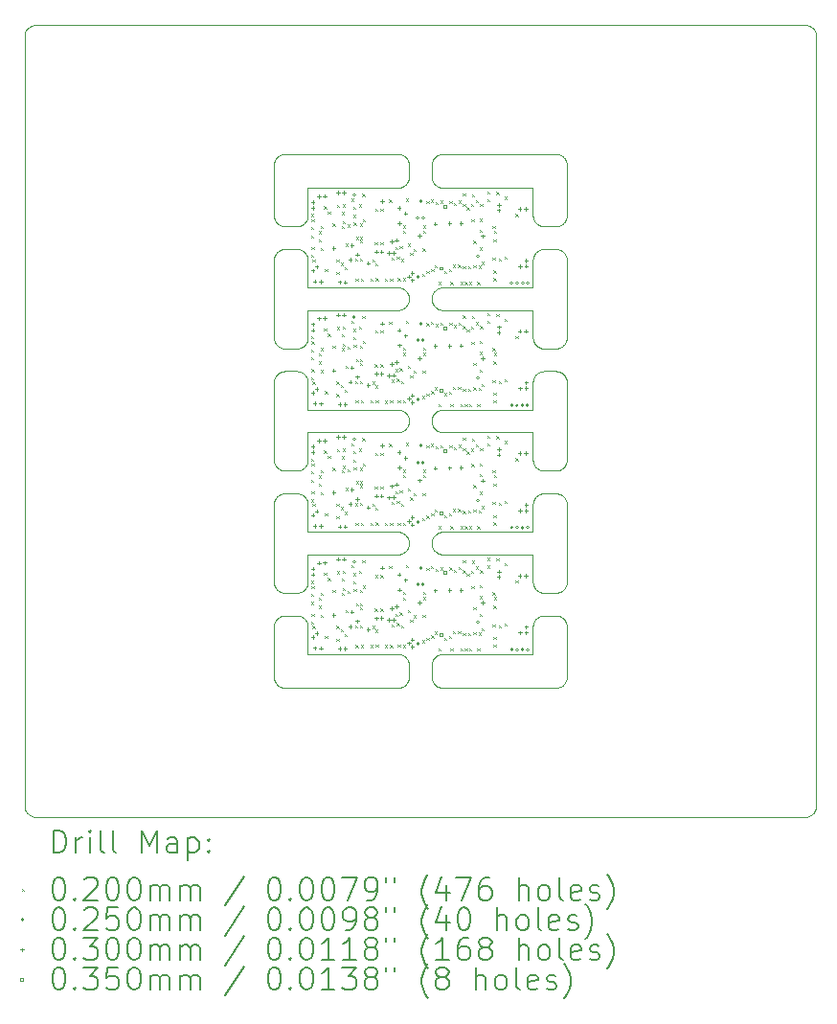
<source format=gbr>
%TF.GenerationSoftware,KiCad,Pcbnew,9.0.0*%
%TF.CreationDate,2025-02-23T10:24:11-05:00*%
%TF.ProjectId,panel,70616e65-6c2e-46b6-9963-61645f706362,v0.0.2*%
%TF.SameCoordinates,Original*%
%TF.FileFunction,Drillmap*%
%TF.FilePolarity,Positive*%
%FSLAX45Y45*%
G04 Gerber Fmt 4.5, Leading zero omitted, Abs format (unit mm)*
G04 Created by KiCad (PCBNEW 9.0.0) date 2025-02-23 10:24:11*
%MOMM*%
%LPD*%
G01*
G04 APERTURE LIST*
%ADD10C,0.100000*%
%ADD11C,0.200000*%
G04 APERTURE END LIST*
D10*
X4495481Y-4929892D02*
X4495120Y-4925002D01*
X3661670Y-1147604D02*
X3666245Y-1145840D01*
X4742193Y-1151796D02*
X4746459Y-1154213D01*
X2304901Y-2860000D02*
X2299998Y-2859880D01*
X4561245Y-5225840D02*
X4565901Y-5224302D01*
X6978032Y-6962453D02*
X6982416Y-6956543D01*
X4778164Y-4975601D02*
X4775340Y-4979610D01*
X3392395Y-4618330D02*
X3390408Y-4622813D01*
X3614213Y-5811459D02*
X3611796Y-5807192D01*
X4737813Y-3069591D02*
X4742193Y-3071796D01*
X4561245Y-3065840D02*
X4565901Y-3064302D01*
X4733330Y-1147604D02*
X4737813Y-1149591D01*
X4494973Y-2319875D02*
X4495000Y-2318775D01*
X4502604Y-4201670D02*
X4504591Y-4197187D01*
X2505000Y-2521227D02*
X2505000Y-2760099D01*
X3342813Y-3409591D02*
X3347192Y-3411796D01*
X4535390Y-5000340D02*
X4531524Y-4997324D01*
X3616836Y-3555601D02*
X3614213Y-3551459D01*
X2443330Y-3932395D02*
X2438755Y-3934160D01*
X4714590Y-5221920D02*
X4719374Y-5222994D01*
X2488164Y-2024398D02*
X2490787Y-2028541D01*
X3619659Y-2479610D02*
X3616836Y-2475601D01*
X4495000Y-2079901D02*
X4495120Y-2074998D01*
X3648541Y-2334213D02*
X3652807Y-2331796D01*
X2295108Y-5019519D02*
X2290242Y-5018919D01*
X2230879Y-2827189D02*
X2227676Y-2823476D01*
X4795000Y-5319901D02*
X4795000Y-5760099D01*
X4780787Y-2028541D02*
X4783204Y-2032807D01*
X4556670Y-3067604D02*
X4561245Y-3065840D01*
X23521Y-35653D02*
X22724Y-36578D01*
X4704892Y-1980481D02*
X4709758Y-1981081D01*
X2237811Y-4994121D02*
X2234260Y-4990740D01*
X2500698Y-5290901D02*
X2502006Y-5295626D01*
X2505000Y-3601227D02*
X2505000Y-3840099D01*
X2505125Y-3399973D02*
X2506225Y-3400000D01*
X1951Y-6919505D02*
X2219Y-6920697D01*
X3609591Y-4537187D02*
X3611796Y-4532807D01*
X4539399Y-4156836D02*
X4543541Y-4154213D01*
X2212604Y-2798330D02*
X2210840Y-2793755D01*
X4792006Y-3864374D02*
X4790698Y-3869099D01*
X3395698Y-5789099D02*
X3394160Y-5793755D01*
X2221836Y-5815601D02*
X2219213Y-5811459D01*
X2452193Y-1768204D02*
X2447813Y-1770408D01*
X3611796Y-3452807D02*
X3614213Y-3448541D01*
X2304901Y-3060000D02*
X2405099Y-3060000D01*
X4524260Y-3910740D02*
X4520879Y-3907189D01*
X2206920Y-3140410D02*
X2207994Y-3135626D01*
X2249399Y-5003164D02*
X2245390Y-5000340D01*
X2500698Y-1709099D02*
X2499160Y-1713755D01*
X4539399Y-1763164D02*
X4535390Y-1760340D01*
X3342813Y-5850408D02*
X3338330Y-5852395D01*
X4709758Y-5858919D02*
X4704892Y-5859519D01*
X6982416Y-43457D02*
X6978032Y-37546D01*
X2452193Y-2848204D02*
X2447813Y-2850408D01*
X3616836Y-2364399D02*
X3619659Y-2360390D01*
X2224660Y-1739610D02*
X2221836Y-1735601D01*
X4539399Y-5003164D02*
X4535390Y-5000340D01*
X3607604Y-1378330D02*
X3605840Y-1373755D01*
X2266670Y-4147604D02*
X2271245Y-4145840D01*
X3347192Y-1151796D02*
X3351459Y-1154213D01*
X4500840Y-4206245D02*
X4502604Y-4201670D01*
X16879Y-6955542D02*
X17583Y-6956541D01*
X4556670Y-3932395D02*
X4552187Y-3930408D01*
X2505000Y-1441227D02*
X2505000Y-1680099D01*
X4758476Y-4162676D02*
X4762189Y-4165879D01*
X3629260Y-1410740D02*
X3625879Y-1407189D01*
X91422Y-421D02*
X90204Y-511D01*
X2497396Y-3121670D02*
X2499160Y-3126245D01*
X4495120Y-3154998D02*
X4495481Y-3150108D01*
X3374121Y-3567189D02*
X3370740Y-3570740D01*
X3625879Y-2487189D02*
X3622676Y-2483476D01*
X0Y-6898775D02*
X60Y-6901223D01*
X3661670Y-2512396D02*
X3657187Y-2510409D01*
X3385787Y-3448541D02*
X3388204Y-3452807D01*
X2460601Y-3076836D02*
X2464610Y-3079659D01*
X3305002Y-2320120D02*
X3309892Y-2320481D01*
X2485340Y-1739610D02*
X2482324Y-1743476D01*
X3629260Y-2490740D02*
X3625879Y-2487189D01*
X2253541Y-1154213D02*
X2257807Y-1151796D01*
X2504519Y-1689892D02*
X2503919Y-1694758D01*
X3644398Y-4663164D02*
X3640390Y-4660340D01*
X3342813Y-2329591D02*
X3347192Y-2331796D01*
X4495000Y-4478773D02*
X4495000Y-4239901D01*
X3670900Y-2515698D02*
X3666245Y-2514160D01*
X3616836Y-4635601D02*
X3614213Y-4631459D01*
X3324374Y-1142994D02*
X3329099Y-1144302D01*
X3644398Y-5843164D02*
X3640390Y-5840340D01*
X3395698Y-1210901D02*
X3397006Y-1215626D01*
X4790698Y-3130900D02*
X4792006Y-3135626D01*
X2505000Y-2318775D02*
X2505027Y-2319875D01*
X3625879Y-1172811D02*
X3629260Y-1169260D01*
X2304901Y-5020000D02*
X2299998Y-5019880D01*
X4793919Y-5305242D02*
X4794519Y-5310108D01*
X3374121Y-1172811D02*
X3377324Y-1176524D01*
X3607604Y-2381670D02*
X3609591Y-2377187D01*
X2482324Y-3903476D02*
X2479121Y-3907189D01*
X2443330Y-2852395D02*
X2438755Y-2854160D01*
X2230879Y-1172811D02*
X2234260Y-1169260D01*
X2230879Y-3907189D02*
X2227676Y-3903476D01*
X3685242Y-1141081D02*
X3690108Y-1140481D01*
X3622676Y-5823476D02*
X3619659Y-5819610D01*
X2253541Y-4154213D02*
X2257807Y-4151796D01*
X3694998Y-2519880D02*
X3690108Y-2519519D01*
X3616836Y-5815601D02*
X3614213Y-5811459D01*
X3601919Y-4560410D02*
X3602994Y-4555626D01*
X4594901Y-1980000D02*
X4695099Y-1980000D01*
X3367189Y-5585879D02*
X3370740Y-5589260D01*
X4750601Y-5843164D02*
X4746459Y-5845787D01*
X4772324Y-2823476D02*
X4769121Y-2827189D01*
X2497396Y-5281670D02*
X2499160Y-5286245D01*
X4762189Y-4994121D02*
X4758476Y-4997324D01*
X2207994Y-3864374D02*
X2206920Y-3859589D01*
X3690108Y-4679519D02*
X3685242Y-4678919D01*
X3600481Y-3490108D02*
X3601081Y-3485242D01*
X4778164Y-1184399D02*
X4780787Y-1188541D01*
X4547807Y-5231796D02*
X4552187Y-5229591D01*
X3395698Y-1369099D02*
X3394160Y-1373755D01*
X4495481Y-2769892D02*
X4495120Y-2765002D01*
X3392395Y-5798330D02*
X3390408Y-5802813D01*
X3629260Y-5589260D02*
X3632811Y-5585879D01*
X2479121Y-3092811D02*
X2482324Y-3096524D01*
X2234260Y-5249260D02*
X2237811Y-5245879D01*
X3694998Y-1140120D02*
X3699901Y-1140000D01*
X4504591Y-5277187D02*
X4506796Y-5272807D01*
X3607604Y-3461670D02*
X3609591Y-3457187D01*
X2206081Y-3145242D02*
X2206920Y-3140410D01*
X4709758Y-5221081D02*
X4714590Y-5221920D01*
X3342813Y-4670409D02*
X3338330Y-4672396D01*
X4728755Y-3934160D02*
X4724099Y-3935698D01*
X4795000Y-1239901D02*
X4795000Y-1680099D01*
X3394160Y-1373755D02*
X3392395Y-1378330D01*
X3347192Y-5571796D02*
X3351459Y-5574213D01*
X4758476Y-3917324D02*
X4754610Y-3920340D01*
X2205481Y-2070108D02*
X2206081Y-2065242D01*
X8137Y-6939378D02*
X11283Y-6946030D01*
X3399880Y-3494998D02*
X3400000Y-3499901D01*
X3314758Y-4678919D02*
X3309892Y-4679519D01*
X6992361Y-6938254D02*
X6992800Y-6937115D01*
X3390408Y-3542813D02*
X3388204Y-3547192D01*
X37546Y-6978032D02*
X43457Y-6982416D01*
X2468476Y-3917324D02*
X2464610Y-3920340D01*
X4517676Y-3903476D02*
X4514660Y-3899610D01*
X70983Y-6995666D02*
X72160Y-6995992D01*
X3380340Y-2479610D02*
X3377324Y-2483476D01*
X4769121Y-5827189D02*
X4765740Y-5830740D01*
X3397006Y-2444374D02*
X3395698Y-2449099D01*
X3600481Y-2429892D02*
X3600120Y-2425002D01*
X2452193Y-5231796D02*
X2456459Y-5234213D01*
X3314758Y-4481081D02*
X3319589Y-4481920D01*
X2405099Y-5220000D02*
X2410002Y-5220120D01*
X3309892Y-5560481D02*
X3314758Y-5561081D01*
X4552187Y-2850408D02*
X4547807Y-2848204D01*
X3694998Y-3400120D02*
X3699901Y-3400000D01*
X3685242Y-5858919D02*
X3680410Y-5858080D01*
X4561245Y-1985840D02*
X4565901Y-1984302D01*
X2503919Y-5305242D02*
X2504519Y-5310108D01*
X2485340Y-2819610D02*
X2482324Y-2823476D01*
X3388204Y-5807192D02*
X3385787Y-5811459D01*
X4493775Y-5560000D02*
X4494875Y-5559973D01*
X4783204Y-5807192D02*
X4780787Y-5811459D01*
X3324374Y-4677006D02*
X3319589Y-4678080D01*
X3300099Y-3400000D02*
X3305002Y-3400120D01*
X2290242Y-5858919D02*
X2285410Y-5858080D01*
X2410002Y-1980120D02*
X2414892Y-1980481D01*
X3314758Y-1141081D02*
X3319589Y-1141920D01*
X3319589Y-5561920D02*
X3324374Y-5562994D01*
X3601081Y-3514758D02*
X3600481Y-3509892D01*
X3652807Y-5848204D02*
X3648541Y-5845787D01*
X2257807Y-4151796D02*
X2262187Y-4149591D01*
X4495000Y-5558773D02*
X4495000Y-5319901D01*
X3601081Y-4594758D02*
X3600481Y-4589892D01*
X4580242Y-3938919D02*
X4575410Y-3938080D01*
X3602994Y-5784374D02*
X3601919Y-5779589D01*
X3374121Y-5592811D02*
X3377324Y-5596524D01*
X4494875Y-4680027D02*
X4493775Y-4680000D01*
X2434099Y-3064302D02*
X2438755Y-3065840D01*
X2495409Y-3117187D02*
X2497396Y-3121670D01*
X4506796Y-5272807D02*
X4509213Y-5268541D01*
X3625879Y-3432811D02*
X3629260Y-3429260D01*
X2206081Y-2065242D02*
X2206920Y-2060410D01*
X3661670Y-5852395D02*
X3657187Y-5850408D01*
X3652807Y-2508204D02*
X3648541Y-2505787D01*
X0Y-101227D02*
X0Y-6898773D01*
X3333755Y-2514160D02*
X3329099Y-2515698D01*
X2230879Y-1747189D02*
X2227676Y-1743476D01*
X3351459Y-4665787D02*
X3347192Y-4668204D01*
X3342813Y-1149591D02*
X3347192Y-1151796D01*
X4511836Y-5264399D02*
X4514660Y-5260390D01*
X2227676Y-4176524D02*
X2230879Y-4172811D01*
X2285410Y-1141920D02*
X2290242Y-1141081D01*
X4792006Y-2784374D02*
X4790698Y-2789099D01*
X4496081Y-2774758D02*
X4495481Y-2769892D01*
X2438755Y-2854160D02*
X2434099Y-2855698D01*
X3640390Y-1420340D02*
X3636524Y-1417324D01*
X4790698Y-5789099D02*
X4789160Y-5793755D01*
X2230879Y-5252811D02*
X2234260Y-5249260D01*
X2504880Y-3845002D02*
X2504519Y-3849892D01*
X2209302Y-1210901D02*
X2210840Y-1206245D01*
X2414892Y-3939519D02*
X2410002Y-3939880D01*
X2452193Y-3071796D02*
X2456459Y-3074213D01*
X2464610Y-5000340D02*
X2460601Y-5003164D01*
X4728755Y-1985840D02*
X4733330Y-1987604D01*
X4787396Y-2798330D02*
X4785409Y-2802813D01*
X3640390Y-3580340D02*
X3636524Y-3577324D01*
X2275901Y-2855698D02*
X2271245Y-2854160D01*
X4499302Y-4210901D02*
X4500840Y-4206245D01*
X4495000Y-1680099D02*
X4495000Y-1441227D01*
X3300099Y-1440000D02*
X2506227Y-1440000D01*
X3324374Y-5562994D02*
X3329099Y-5564302D01*
X3600120Y-1234998D02*
X3600481Y-1230108D01*
X2472189Y-4165879D02*
X2475740Y-4169260D01*
X3390408Y-3457187D02*
X3392395Y-3461670D01*
X4494973Y-5559875D02*
X4495000Y-5558775D01*
X3680410Y-5561920D02*
X3685242Y-5561081D01*
X3359610Y-3580340D02*
X3355601Y-3583164D01*
X2275901Y-5224302D02*
X2280626Y-5222994D01*
X3397006Y-2395626D02*
X3398080Y-2400410D01*
X2490787Y-2811459D02*
X2488164Y-2815601D01*
X2419758Y-3938919D02*
X2414892Y-3939519D01*
X2234260Y-4169260D02*
X2237811Y-4165879D01*
X2205481Y-4929892D02*
X2205120Y-4925002D01*
X4594901Y-3060000D02*
X4695099Y-3060000D01*
X2505000Y-5558775D02*
X2505027Y-5559875D01*
X3390408Y-4622813D02*
X3388204Y-4627193D01*
X4520879Y-4987189D02*
X4517676Y-4983476D01*
X6988716Y-53967D02*
X6988167Y-52877D01*
X2429374Y-1982994D02*
X2434099Y-1984302D01*
X2234260Y-3910740D02*
X2230879Y-3907189D01*
X3602994Y-4604374D02*
X3601919Y-4599590D01*
X4785409Y-3117187D02*
X4787396Y-3121670D01*
X4334Y-70983D02*
X4008Y-72160D01*
X4514660Y-3899610D02*
X4511836Y-3895601D01*
X4792006Y-1215626D02*
X4793080Y-1220410D01*
X3342813Y-2510409D02*
X3338330Y-2512396D01*
X2493204Y-3112807D02*
X2495409Y-3117187D01*
X4589998Y-3060120D02*
X4594901Y-3060000D01*
X3625879Y-5827189D02*
X3622676Y-5823476D01*
X3319589Y-2321920D02*
X3324374Y-2322994D01*
X6988164Y-52872D02*
X6987562Y-51810D01*
X6938259Y-6992359D02*
X6939375Y-6991864D01*
X2447813Y-4149591D02*
X2452193Y-4151796D01*
X2410002Y-3060120D02*
X2414892Y-3060481D01*
X101225Y0D02*
X98777Y-60D01*
X4008Y-72162D02*
X2220Y-79301D01*
X3694998Y-2320120D02*
X3699901Y-2320000D01*
X2497396Y-2041670D02*
X2499160Y-2046245D01*
X2495409Y-4197187D02*
X2497396Y-4201670D01*
X4517676Y-5256524D02*
X4520879Y-5252811D01*
X6963418Y-22721D02*
X6962455Y-21969D01*
X3399880Y-1345002D02*
X3399519Y-1349892D01*
X2249399Y-4156836D02*
X2253541Y-4154213D01*
X3699901Y-1440000D02*
X3694998Y-1439880D01*
X3398080Y-2439590D02*
X3397006Y-2444374D01*
X4719Y-6930184D02*
X7198Y-6937113D01*
X79303Y-6997781D02*
X80494Y-6998048D01*
X2209302Y-3869099D02*
X2207994Y-3864374D01*
X3604302Y-2449099D02*
X3602994Y-2444374D01*
X2206081Y-2774758D02*
X2205481Y-2769892D01*
X4769121Y-3092811D02*
X4772324Y-3096524D01*
X4700002Y-5859880D02*
X4695099Y-5860000D01*
X3380340Y-2360390D02*
X3383164Y-2364399D01*
X4724099Y-4144302D02*
X4728755Y-4145840D01*
X4570626Y-3062994D02*
X4575410Y-3061919D01*
X2505027Y-2520125D02*
X2505000Y-2521225D01*
X4780787Y-5268541D02*
X4783204Y-5272807D01*
X4793080Y-5779589D02*
X4792006Y-5784374D01*
X2485340Y-3100390D02*
X2488164Y-3104398D01*
X3625879Y-4647189D02*
X3622676Y-4643476D01*
X2280626Y-2857006D02*
X2275901Y-2855698D01*
X2206920Y-2779590D02*
X2206081Y-2774758D01*
X4794880Y-1234998D02*
X4795000Y-1239901D01*
X3367189Y-3574121D02*
X3363476Y-3577324D01*
X4506796Y-3112807D02*
X4509213Y-3108541D01*
X4780787Y-4971459D02*
X4778164Y-4975601D01*
X3609591Y-5802813D02*
X3607604Y-5798330D01*
X3648541Y-5845787D02*
X3644398Y-5843164D01*
X4511836Y-2815601D02*
X4509213Y-2811459D01*
X2245390Y-5840340D02*
X2241524Y-5837324D01*
X2224660Y-3100390D02*
X2227676Y-3096524D01*
X2219213Y-2028541D02*
X2221836Y-2024398D01*
X3644398Y-4496836D02*
X3648541Y-4494213D01*
X4772324Y-4176524D02*
X4775340Y-4180390D01*
X3611796Y-5807192D02*
X3609591Y-5802813D01*
X3609591Y-1197187D02*
X3611796Y-1192807D01*
X2472189Y-2834121D02*
X2468476Y-2837324D01*
X2490787Y-2028541D02*
X2493204Y-2032807D01*
X2221836Y-4975601D02*
X2219213Y-4971459D01*
X6927840Y-6995992D02*
X6929017Y-6995666D01*
X2419758Y-4141081D02*
X2424590Y-4141919D01*
X2245390Y-5239660D02*
X2249399Y-5236836D01*
X4496920Y-2060410D02*
X4497994Y-2055626D01*
X2429374Y-5222994D02*
X2434099Y-5224302D01*
X4780787Y-3891459D02*
X4778164Y-3895601D01*
X6999339Y-6911013D02*
X6999488Y-6909801D01*
X3670900Y-1435698D02*
X3666245Y-1434160D01*
X4785409Y-5277187D02*
X4787396Y-5281670D01*
X2219213Y-5811459D02*
X2216796Y-5807192D01*
X3690108Y-1439519D02*
X3685242Y-1438919D01*
X4790698Y-4949099D02*
X4789160Y-4953755D01*
X6991864Y-6939375D02*
X6992359Y-6938259D01*
X3314758Y-3598919D02*
X3309892Y-3599519D01*
X3377324Y-3563476D02*
X3374121Y-3567189D01*
X2224660Y-4180390D02*
X2227676Y-4176524D01*
X3374121Y-3432811D02*
X3377324Y-3436524D01*
X3338330Y-1147604D02*
X3342813Y-1149591D01*
X2262187Y-1989591D02*
X2266670Y-1987604D01*
X3370740Y-2349260D02*
X3374121Y-2352811D01*
X3625879Y-2352811D02*
X3629260Y-2349260D01*
X3661670Y-4487604D02*
X3666245Y-4485840D01*
X3605840Y-3466245D02*
X3607604Y-3461670D01*
X3694998Y-5859880D02*
X3690108Y-5859519D01*
X2230879Y-2012811D02*
X2234260Y-2009260D01*
X4547807Y-5008204D02*
X4543541Y-5005787D01*
X4552187Y-5010409D02*
X4547807Y-5008204D01*
X3398919Y-4565242D02*
X3399519Y-4570108D01*
X4792006Y-2055626D02*
X4793080Y-2060410D01*
X3319589Y-1438080D02*
X3314758Y-1438919D01*
X3636524Y-2342676D02*
X3640390Y-2339660D01*
X2443330Y-4147604D02*
X2447813Y-4149591D01*
X3614213Y-1188541D02*
X3616836Y-1184399D01*
X62887Y-6992801D02*
X69816Y-6995280D01*
X3605840Y-4613755D02*
X3604302Y-4609099D01*
X4750601Y-3076836D02*
X4754610Y-3079659D01*
X4783204Y-1192807D02*
X4785409Y-1197187D01*
X4539399Y-3076836D02*
X4543541Y-3074213D01*
X2502006Y-4215626D02*
X2503080Y-4220410D01*
X4794880Y-2765002D02*
X4794519Y-2769892D01*
X69818Y-6995281D02*
X70978Y-6995664D01*
X4517676Y-2016524D02*
X4520879Y-2012811D01*
X4704892Y-5859519D02*
X4700002Y-5859880D01*
X4497994Y-3135626D02*
X4499302Y-3130900D01*
X2505000Y-4681227D02*
X2505000Y-4920099D01*
X3394160Y-3466245D02*
X3395698Y-3470900D01*
X3640390Y-2500340D02*
X3636524Y-2497324D01*
X2502006Y-3864374D02*
X2500698Y-3869099D01*
X2447813Y-3069591D02*
X2452193Y-3071796D01*
X3609591Y-1382813D02*
X3607604Y-1378330D01*
X4495120Y-2074998D02*
X4495481Y-2070108D01*
X6898773Y0D02*
X101227Y0D01*
X2488164Y-4184398D02*
X2490787Y-4188541D01*
X2234260Y-5830740D02*
X2230879Y-5827189D01*
X2490787Y-5268541D02*
X2493204Y-5272807D01*
X3648541Y-2505787D02*
X3644398Y-2503164D01*
X2299998Y-3060120D02*
X2304901Y-3060000D01*
X4794519Y-2769892D02*
X4793919Y-2774758D01*
X2245390Y-1760340D02*
X2241524Y-1757324D01*
X4547807Y-2848204D02*
X4543541Y-2845787D01*
X6946030Y-11283D02*
X6939378Y-8137D01*
X3399880Y-2414998D02*
X3400000Y-2419901D01*
X4789160Y-1206245D02*
X4790698Y-1210901D01*
X4527811Y-3914121D02*
X4524260Y-3910740D01*
X6948192Y-6987561D02*
X6954504Y-6983778D01*
X6920697Y-2219D02*
X6919505Y-1951D01*
X2241524Y-1162676D02*
X2245390Y-1159660D01*
X2504880Y-2765002D02*
X2504519Y-2769892D01*
X2468476Y-2002676D02*
X2472189Y-2005879D01*
X3600481Y-5650108D02*
X3601081Y-5645242D01*
X3648541Y-4665787D02*
X3644398Y-4663164D01*
X2295108Y-1980481D02*
X2299998Y-1980120D01*
X4728755Y-5225840D02*
X4733330Y-5227604D01*
X4570626Y-1777006D02*
X4565901Y-1775698D01*
X2405099Y-2860000D02*
X2304901Y-2860000D01*
X4728755Y-4145840D02*
X4733330Y-4147604D01*
X4787396Y-5798330D02*
X4785409Y-5802813D01*
X2245390Y-3079659D02*
X2249399Y-3076836D01*
X2424590Y-1981919D02*
X2429374Y-1982994D01*
X2266670Y-1772395D02*
X2262187Y-1770408D01*
X4504591Y-3882813D02*
X4502604Y-3878330D01*
X3305002Y-4679880D02*
X3300099Y-4680000D01*
X3338330Y-4487604D02*
X3342813Y-4489591D01*
X3397006Y-4604374D02*
X3395698Y-4609099D01*
X2419758Y-5221081D02*
X2424590Y-5221920D01*
X2219213Y-2811459D02*
X2216796Y-2807192D01*
X2262187Y-1770408D02*
X2257807Y-1768204D01*
X3377324Y-2356524D02*
X3380340Y-2360390D01*
X3383164Y-2475601D02*
X3380340Y-2479610D01*
X2419758Y-2858919D02*
X2414892Y-2859519D01*
X6983778Y-6954504D02*
X6987561Y-6948192D01*
X3600481Y-1230108D02*
X3601081Y-1225242D01*
X3363476Y-1162676D02*
X3367189Y-1165879D01*
X3324374Y-2322994D02*
X3329099Y-2324302D01*
X4493773Y-2520000D02*
X3699901Y-2520000D01*
X6930182Y-4719D02*
X6929022Y-4336D01*
X3604302Y-3529099D02*
X3602994Y-3524374D01*
X2214591Y-3117187D02*
X2216796Y-3112807D01*
X2488164Y-5264399D02*
X2490787Y-5268541D01*
X2266670Y-5227604D02*
X2271245Y-5225840D01*
X2419758Y-1981081D02*
X2424590Y-1981919D01*
X3604302Y-5789099D02*
X3602994Y-5784374D01*
X3657187Y-4670409D02*
X3652807Y-4668204D01*
X3640390Y-3419659D02*
X3644398Y-3416836D01*
X6983123Y-6955538D02*
X6983777Y-6954506D01*
X6977279Y-6963418D02*
X6978031Y-6962455D01*
X4733330Y-5227604D02*
X4737813Y-5229591D01*
X3619659Y-1180390D02*
X3622676Y-1176524D01*
X2475740Y-3910740D02*
X2472189Y-3914121D01*
X2262187Y-5850408D02*
X2257807Y-5848204D01*
X7000000Y-6898773D02*
X7000000Y-101227D01*
X2452193Y-5008204D02*
X2447813Y-5010409D01*
X4709758Y-1778919D02*
X4704892Y-1779519D01*
X3600120Y-4585002D02*
X3600000Y-4580099D01*
X2212604Y-5798330D02*
X2210840Y-5793755D01*
X4754610Y-1159660D02*
X4758476Y-1162676D01*
X4504591Y-1722813D02*
X4502604Y-1718330D01*
X2464610Y-5239660D02*
X2468476Y-5242676D01*
X2234260Y-1169260D02*
X2237811Y-1165879D01*
X4714590Y-1778080D02*
X4709758Y-1778919D01*
X6995281Y-6930182D02*
X6995664Y-6929022D01*
X4535390Y-5239660D02*
X4539399Y-5236836D01*
X4594901Y-4140000D02*
X4695099Y-4140000D01*
X6995992Y-72160D02*
X6995666Y-70983D01*
X3632811Y-1165879D02*
X3636524Y-1162676D01*
X4585108Y-5019519D02*
X4580242Y-5018919D01*
X3329099Y-5855698D02*
X3324374Y-5857006D01*
X3601081Y-3485242D02*
X3601919Y-3480410D01*
X4561245Y-2854160D02*
X4556670Y-2852395D01*
X3680410Y-5858080D02*
X3675626Y-5857006D01*
X4758476Y-5837324D02*
X4754610Y-5840340D01*
X3395698Y-2449099D02*
X3394160Y-2453755D01*
X3342813Y-3590408D02*
X3338330Y-3592395D01*
X4700002Y-3060120D02*
X4704892Y-3060481D01*
X4780787Y-1188541D02*
X4783204Y-1192807D01*
X3355601Y-2336836D02*
X3359610Y-2339660D01*
X4775340Y-2020390D02*
X4778164Y-2024398D01*
X3314758Y-2518919D02*
X3309892Y-2519519D01*
X3636524Y-1162676D02*
X3640390Y-1159660D01*
X6998258Y-81703D02*
X6998049Y-80499D01*
X2237811Y-2005879D02*
X2241524Y-2002676D01*
X6976478Y-6964347D02*
X6977276Y-6963422D01*
X4506796Y-2032807D02*
X4509213Y-2028541D01*
X2266670Y-5852395D02*
X2262187Y-5850408D01*
X4497994Y-5295626D02*
X4499302Y-5290901D01*
X2504519Y-2769892D02*
X2503919Y-2774758D01*
X3388204Y-1192807D02*
X3390408Y-1197187D01*
X2506227Y-5560000D02*
X3300099Y-5560000D01*
X2299998Y-4140120D02*
X2304901Y-4140000D01*
X3690108Y-3599519D02*
X3685242Y-3598919D01*
X3657187Y-4489591D02*
X3661670Y-4487604D01*
X3661670Y-3592395D02*
X3657187Y-3590408D01*
X2227676Y-5256524D02*
X2230879Y-5252811D01*
X2503919Y-4934758D02*
X2503080Y-4939590D01*
X2262187Y-3069591D02*
X2266670Y-3067604D01*
X4769121Y-5252811D02*
X4772324Y-5256524D01*
X3377324Y-5596524D02*
X3380340Y-5600390D01*
X2506225Y-2520000D02*
X2505125Y-2520027D01*
X2285410Y-3938080D02*
X2280626Y-3937006D01*
X4754610Y-5840340D02*
X4750601Y-5843164D01*
X4514660Y-2020390D02*
X4517676Y-2016524D01*
X6988717Y-6946030D02*
X6991863Y-6939378D01*
X3644398Y-1156836D02*
X3648541Y-1154213D01*
X2280626Y-1777006D02*
X2275901Y-1775698D01*
X3619659Y-2360390D02*
X3622676Y-2356524D01*
X2221836Y-5264399D02*
X2224660Y-5260390D01*
X2214591Y-2037187D02*
X2216796Y-2032807D01*
X4497994Y-4944374D02*
X4496920Y-4939590D01*
X3398919Y-2434758D02*
X3398080Y-2439590D01*
X4724099Y-5015698D02*
X4719374Y-5017006D01*
X3670900Y-5564302D02*
X3675626Y-5562994D01*
X2505000Y-4478775D02*
X2505027Y-4479875D01*
X2493204Y-4192807D02*
X2495409Y-4197187D01*
X3609591Y-2462813D02*
X3607604Y-2458330D01*
X2456459Y-2845787D02*
X2452193Y-2848204D01*
X6919501Y-1950D02*
X6918297Y-1742D01*
X2447813Y-3930408D02*
X2443330Y-3932395D01*
X4750601Y-1996836D02*
X4754610Y-1999659D01*
X3319589Y-5858080D02*
X3314758Y-5858919D01*
X3338330Y-4672396D02*
X3333755Y-4674160D01*
X88984Y-662D02*
X81705Y-1741D01*
X3385787Y-1188541D02*
X3388204Y-1192807D01*
X4520879Y-2827189D02*
X4517676Y-2823476D01*
X2219213Y-3108541D02*
X2221836Y-3104398D01*
X2209302Y-3130900D02*
X2210840Y-3126245D01*
X4719374Y-1982994D02*
X4724099Y-1984302D01*
X2205000Y-1239901D02*
X2205120Y-1234998D01*
X2271245Y-1145840D02*
X2275901Y-1144302D01*
X3601081Y-5645242D02*
X3601919Y-5640410D01*
X35651Y-23523D02*
X30199Y-28465D01*
X4724099Y-1775698D02*
X4719374Y-1777006D01*
X4704892Y-2859519D02*
X4700002Y-2859880D01*
X3648541Y-4494213D02*
X3652807Y-4491796D01*
X2504880Y-4234998D02*
X2505000Y-4239901D01*
X2414892Y-4140481D02*
X2419758Y-4141081D01*
X3601919Y-2439590D02*
X3601081Y-2434758D01*
X2495409Y-5277187D02*
X2497396Y-5281670D01*
X4506796Y-3887192D02*
X4504591Y-3882813D01*
X3385787Y-2471459D02*
X3383164Y-2475601D01*
X3680410Y-1141920D02*
X3685242Y-1141081D01*
X4695099Y-1780000D02*
X4594901Y-1780000D01*
X3351459Y-3414213D02*
X3355601Y-3416836D01*
X3300099Y-4480000D02*
X3305002Y-4480120D01*
X3309892Y-2519519D02*
X3305002Y-2519880D01*
X6995666Y-6929017D02*
X6995992Y-6927840D01*
X4495120Y-4925002D02*
X4495000Y-4920099D01*
X2434099Y-5224302D02*
X2438755Y-5225840D01*
X4719374Y-5857006D02*
X4714590Y-5858080D01*
X3699901Y-1140000D02*
X4695099Y-1140000D01*
X3370740Y-2490740D02*
X3367189Y-2494121D01*
X4709758Y-3061081D02*
X4714590Y-3061919D01*
X2475740Y-4990740D02*
X2472189Y-4994121D01*
X2488164Y-1735601D02*
X2485340Y-1739610D01*
X11283Y-53970D02*
X8137Y-60622D01*
X2205000Y-3159901D02*
X2205120Y-3154998D01*
X4794519Y-5310108D02*
X4794880Y-5314998D01*
X2464610Y-1760340D02*
X2460601Y-1763164D01*
X3305002Y-3400120D02*
X3309892Y-3400481D01*
X4517676Y-3096524D02*
X4520879Y-3092811D01*
X2257807Y-2848204D02*
X2253541Y-2845787D01*
X3392395Y-2458330D02*
X3390408Y-2462813D01*
X2290242Y-4141081D02*
X2295108Y-4140481D01*
X3605840Y-2453755D02*
X3604302Y-2449099D01*
X2499160Y-5286245D02*
X2500698Y-5290901D01*
X6982417Y-6956541D02*
X6983120Y-6955542D01*
X4754610Y-2840340D02*
X4750601Y-2843164D01*
X2266670Y-1987604D02*
X2271245Y-1985840D01*
X3611796Y-2372807D02*
X3614213Y-2368541D01*
X4787396Y-3878330D02*
X4785409Y-3882813D01*
X4769121Y-2827189D02*
X4765740Y-2830740D01*
X3699901Y-5860000D02*
X3694998Y-5859880D01*
X2216796Y-4192807D02*
X2219213Y-4188541D01*
X3652807Y-3411796D02*
X3657187Y-3409591D01*
X4700002Y-5220120D02*
X4704892Y-5220481D01*
X3622676Y-2356524D02*
X3625879Y-2352811D01*
X3329099Y-5564302D02*
X3333755Y-5565840D01*
X3374121Y-1407189D02*
X3370740Y-1410740D01*
X3632811Y-3425879D02*
X3636524Y-3422676D01*
X2266670Y-5012396D02*
X2262187Y-5010409D01*
X4795000Y-1680099D02*
X4794880Y-1685002D01*
X4719374Y-4142994D02*
X4724099Y-4144302D01*
X12439Y-6948192D02*
X16222Y-6954504D01*
X45496Y-6983778D02*
X51808Y-6987561D01*
X98774Y-60D02*
X91424Y-421D01*
X2206920Y-5779589D02*
X2206081Y-5774758D01*
X3399880Y-1234998D02*
X3400000Y-1239901D01*
X2206081Y-5305242D02*
X2206920Y-5300410D01*
X2464610Y-3920340D02*
X2460601Y-3923164D01*
X4792006Y-5295626D02*
X4793080Y-5300410D01*
X3601919Y-1359590D02*
X3601081Y-1354758D01*
X2482324Y-3096524D02*
X2485340Y-3100390D01*
X6987562Y-6948190D02*
X6988164Y-6947128D01*
X3625879Y-1407189D02*
X3622676Y-1403476D01*
X4497994Y-2784374D02*
X4496920Y-2779590D01*
X2206920Y-5300410D02*
X2207994Y-5295626D01*
X4793080Y-2060410D02*
X4793919Y-2065242D01*
X17584Y-6956543D02*
X21968Y-6962453D01*
X4728755Y-2854160D02*
X4724099Y-2855698D01*
X4778164Y-2024398D02*
X4780787Y-2028541D01*
X4769121Y-4172811D02*
X4772324Y-4176524D01*
X3699901Y-3400000D02*
X4493773Y-3400000D01*
X3685242Y-5561081D02*
X3690108Y-5560481D01*
X3644398Y-2336836D02*
X3648541Y-2334213D01*
X4758476Y-1162676D02*
X4762189Y-1165879D01*
X3605840Y-2386245D02*
X3607604Y-2381670D01*
X2210840Y-5793755D02*
X2209302Y-5789099D01*
X4724099Y-3935698D02*
X4719374Y-3937006D01*
X2506225Y-3600000D02*
X2505125Y-3600027D01*
X2499160Y-1713755D02*
X2497396Y-1718330D01*
X3685242Y-2518919D02*
X3680410Y-2518080D01*
X3675626Y-3402994D02*
X3680410Y-3401919D01*
X2205000Y-2079901D02*
X2205120Y-2074998D01*
X2506227Y-3400000D02*
X3300099Y-3400000D01*
X3399519Y-1230108D02*
X3399880Y-1234998D01*
X2472189Y-3914121D02*
X2468476Y-3917324D01*
X6998049Y-6919501D02*
X6998258Y-6918297D01*
X3675626Y-4482994D02*
X3680410Y-4481920D01*
X2503080Y-2779590D02*
X2502006Y-2784374D01*
X3670900Y-4675698D02*
X3666245Y-4674160D01*
X3657187Y-1430408D02*
X3652807Y-1428204D01*
X3690108Y-1140481D02*
X3694998Y-1140120D01*
X6987561Y-51808D02*
X6983778Y-45496D01*
X62885Y-7199D02*
X61745Y-7639D01*
X4709758Y-3938919D02*
X4704892Y-3939519D01*
X4524260Y-3089260D02*
X4527811Y-3085879D01*
X3385787Y-4631459D02*
X3383164Y-4635601D01*
X3602994Y-5635626D02*
X3604302Y-5630900D01*
X2214591Y-3882813D02*
X2212604Y-3878330D01*
X4704892Y-4140481D02*
X4709758Y-4141081D01*
X3309892Y-3599519D02*
X3305002Y-3599880D01*
X6939378Y-6991863D02*
X6946030Y-6988717D01*
X4580242Y-5221081D02*
X4585108Y-5220481D01*
X3394160Y-2386245D02*
X3395698Y-2390901D01*
X3675626Y-1437006D02*
X3670900Y-1435698D01*
X28467Y-6969803D02*
X29309Y-6970688D01*
X2414892Y-2859519D02*
X2410002Y-2859880D01*
X3657187Y-3409591D02*
X3661670Y-3407604D01*
X4700002Y-3939880D02*
X4695099Y-3940000D01*
X4585108Y-1779519D02*
X4580242Y-1778919D01*
X2212604Y-4958330D02*
X2210840Y-4953755D01*
X4539399Y-3923164D02*
X4535390Y-3920340D01*
X4785409Y-5802813D02*
X4783204Y-5807192D01*
X3319589Y-2518080D02*
X3314758Y-2518919D01*
X2438755Y-4145840D02*
X2443330Y-4147604D01*
X2482324Y-2016524D02*
X2485340Y-2020390D01*
X3385787Y-4528541D02*
X3388204Y-4532807D01*
X4785409Y-2037187D02*
X4787396Y-2041670D01*
X4762189Y-2005879D02*
X4765740Y-2009260D01*
X2438755Y-1985840D02*
X2443330Y-1987604D01*
X4496081Y-3854758D02*
X4495481Y-3849892D01*
X7000000Y-101225D02*
X6999940Y-98777D01*
X2285410Y-5858080D02*
X2280626Y-5857006D01*
X4750601Y-4156836D02*
X4754610Y-4159659D01*
X2505027Y-4680125D02*
X2505000Y-4681225D01*
X3399880Y-3505002D02*
X3399519Y-3509892D01*
X2482324Y-2823476D02*
X2479121Y-2827189D01*
X4794519Y-1689892D02*
X4793919Y-1694758D01*
X2504519Y-3150108D02*
X2504880Y-3154998D01*
X2503919Y-3145242D02*
X2504519Y-3150108D01*
X2230879Y-4987189D02*
X2227676Y-4983476D01*
X4495000Y-1441225D02*
X4494973Y-1440124D01*
X3398080Y-4560410D02*
X3398919Y-4565242D01*
X2262187Y-3930408D02*
X2257807Y-3928204D01*
X3355601Y-4496836D02*
X3359610Y-4499660D01*
X2209302Y-2789099D02*
X2207994Y-2784374D01*
X60622Y-8137D02*
X53970Y-11283D01*
X4795000Y-3840099D02*
X4794880Y-3845002D01*
X2493204Y-1727192D02*
X2490787Y-1731459D01*
X4493773Y-4680000D02*
X3699901Y-4680000D01*
X4524260Y-1750740D02*
X4520879Y-1747189D01*
X4772324Y-3903476D02*
X4769121Y-3907189D01*
X2429374Y-3937006D02*
X2424590Y-3938080D01*
X2205000Y-2760099D02*
X2205000Y-2079901D01*
X4695099Y-5860000D02*
X3699901Y-5860000D01*
X79301Y-2220D02*
X72162Y-4008D01*
X2464610Y-3079659D02*
X2468476Y-3082676D01*
X3607604Y-5621670D02*
X3609591Y-5617187D01*
X4750601Y-1763164D02*
X4746459Y-1765787D01*
X4719Y-69818D02*
X4336Y-70978D01*
X4704892Y-1779519D02*
X4700002Y-1779880D01*
X2207994Y-2784374D02*
X2206920Y-2779590D01*
X2219Y-79303D02*
X1951Y-80494D01*
X2227676Y-2823476D02*
X2224660Y-2819610D01*
X3380340Y-3559610D02*
X3377324Y-3563476D01*
X4565901Y-5224302D02*
X4570626Y-5222994D01*
X2262187Y-5010409D02*
X2257807Y-5008204D01*
X2275901Y-1144302D02*
X2280626Y-1142994D01*
X3329099Y-4675698D02*
X3324374Y-4677006D01*
X4531524Y-1757324D02*
X4527811Y-1754121D01*
X3609591Y-3457187D02*
X3611796Y-3452807D01*
X2419758Y-3061081D02*
X2424590Y-3061919D01*
X3600120Y-3505002D02*
X3600000Y-3500099D01*
X4762189Y-1165879D02*
X4765740Y-1169260D01*
X3601081Y-2434758D02*
X3600481Y-2429892D01*
X4795000Y-2760099D02*
X4794880Y-2765002D01*
X4795000Y-3159901D02*
X4795000Y-3840099D01*
X3629260Y-4509260D02*
X3632811Y-4505879D01*
X3602994Y-2444374D02*
X3601919Y-2439590D01*
X2290242Y-5018919D02*
X2285410Y-5018080D01*
X2424590Y-5221920D02*
X2429374Y-5222994D01*
X4520879Y-5252811D02*
X4524260Y-5249260D01*
X4794880Y-4234998D02*
X4795000Y-4239901D01*
X2212604Y-3878330D02*
X2210840Y-3873755D01*
X4514660Y-2819610D02*
X4511836Y-2815601D01*
X4783204Y-4192807D02*
X4785409Y-4197187D01*
X2224660Y-1180390D02*
X2227676Y-1176524D01*
X3347192Y-4668204D02*
X3342813Y-4670409D01*
X4497994Y-4215626D02*
X4499302Y-4210901D01*
X3625879Y-3567189D02*
X3622676Y-3563476D01*
X2205120Y-3845002D02*
X2205000Y-3840099D01*
X3619659Y-1399610D02*
X3616836Y-1395601D01*
X4496081Y-1694758D02*
X4495481Y-1689892D01*
X3319589Y-3401919D02*
X3324374Y-3402994D01*
X61741Y-7641D02*
X60624Y-8136D01*
X2257807Y-3928204D02*
X2253541Y-3925787D01*
X3636524Y-5582676D02*
X3640390Y-5579660D01*
X4695099Y-3060000D02*
X4700002Y-3060120D01*
X2468476Y-3082676D02*
X2472189Y-3085879D01*
X2447813Y-5010409D02*
X2443330Y-5012396D01*
X2206081Y-1694758D02*
X2205481Y-1689892D01*
X2299998Y-1779880D02*
X2295108Y-1779519D01*
X3398919Y-5774758D02*
X3398080Y-5779589D01*
X3600120Y-5765002D02*
X3600000Y-5760099D01*
X4500840Y-5286245D02*
X4502604Y-5281670D01*
X3351459Y-4494213D02*
X3355601Y-4496836D01*
X3666245Y-4485840D02*
X3670900Y-4484302D01*
X6937113Y-7198D02*
X6930184Y-4719D01*
X3600481Y-2410108D02*
X3601081Y-2405242D01*
X4787396Y-5281670D02*
X4789160Y-5286245D01*
X2405099Y-3060000D02*
X2410002Y-3060120D01*
X3600481Y-4589892D02*
X3600120Y-4585002D01*
X4746459Y-5845787D02*
X4742193Y-5848204D01*
X3644398Y-2503164D02*
X3640390Y-2500340D01*
X4695099Y-3940000D02*
X4594901Y-3940000D01*
X3699901Y-5560000D02*
X4493773Y-5560000D01*
X3309892Y-5859519D02*
X3305002Y-5859880D01*
X4792006Y-4944374D02*
X4790698Y-4949099D01*
X3670900Y-4484302D02*
X3675626Y-4482994D01*
X4793080Y-2779590D02*
X4792006Y-2784374D01*
X2295108Y-2859519D02*
X2290242Y-2858919D01*
X4793080Y-5300410D02*
X4793919Y-5305242D01*
X2447813Y-2850408D02*
X2443330Y-2852395D01*
X2234260Y-2830740D02*
X2230879Y-2827189D01*
X6962453Y-21968D02*
X6956543Y-17584D01*
X4793919Y-3854758D02*
X4793080Y-3859589D01*
X3347192Y-2508204D02*
X3342813Y-2510409D01*
X3359610Y-4499660D02*
X3363476Y-4502676D01*
X3314758Y-1438919D02*
X3309892Y-1439519D01*
X3601081Y-1225242D02*
X3601919Y-1220410D01*
X4543541Y-4154213D02*
X4547807Y-4151796D01*
X3640390Y-5579660D02*
X3644398Y-5576836D01*
X2410002Y-3939880D02*
X2405099Y-3940000D01*
X4792006Y-3135626D02*
X4793080Y-3140410D01*
X2460601Y-5236836D02*
X2464610Y-5239660D01*
X3309892Y-3400481D02*
X3314758Y-3401081D01*
X2206920Y-1220410D02*
X2207994Y-1215626D01*
X2295108Y-5220481D02*
X2299998Y-5220120D01*
X53970Y-6988717D02*
X60622Y-6991863D01*
X3370740Y-1169260D02*
X3374121Y-1172811D01*
X2266670Y-3067604D02*
X2271245Y-3065840D01*
X4585108Y-1980481D02*
X4589998Y-1980120D01*
X2257807Y-5231796D02*
X2262187Y-5229591D01*
X2257807Y-3071796D02*
X2262187Y-3069591D01*
X6955542Y-6983120D02*
X6956541Y-6982417D01*
X4789160Y-2046245D02*
X4790698Y-2050900D01*
X4514660Y-4180390D02*
X4517676Y-4176524D01*
X2479121Y-2012811D02*
X2482324Y-2016524D01*
X3601919Y-5640410D02*
X3602994Y-5635626D01*
X3370740Y-4509260D02*
X3374121Y-4512811D01*
X3632811Y-5585879D02*
X3636524Y-5582676D01*
X2504519Y-3849892D02*
X2503919Y-3854758D01*
X3604302Y-3470900D02*
X3605840Y-3466245D01*
X2214591Y-2802813D02*
X2212604Y-2798330D01*
X3390408Y-1197187D02*
X3392395Y-1201670D01*
X3685242Y-1438919D02*
X3680410Y-1438080D01*
X3616836Y-1395601D02*
X3614213Y-1391459D01*
X4724099Y-1984302D02*
X4728755Y-1985840D01*
X2216796Y-1727192D02*
X2214591Y-1722813D01*
X3333755Y-3594160D02*
X3329099Y-3595698D01*
X2429374Y-2857006D02*
X2424590Y-2858080D01*
X2241524Y-5242676D02*
X2245390Y-5239660D01*
X4762189Y-2834121D02*
X4758476Y-2837324D01*
X4594901Y-1780000D02*
X4589998Y-1779880D01*
X4495481Y-1689892D02*
X4495120Y-1685002D01*
X6983777Y-45493D02*
X6983123Y-44462D01*
X4511836Y-4975601D02*
X4509213Y-4971459D01*
X2475740Y-4169260D02*
X2479121Y-4172811D01*
X4789160Y-4206245D02*
X4790698Y-4210901D01*
X4742193Y-3928204D02*
X4737813Y-3930408D01*
X2499160Y-3873755D02*
X2497396Y-3878330D01*
X2227676Y-4983476D02*
X2224660Y-4979610D01*
X4547807Y-3928204D02*
X4543541Y-3925787D01*
X4695099Y-5020000D02*
X4594901Y-5020000D01*
X3657187Y-3590408D02*
X3652807Y-3588204D01*
X2502006Y-1704374D02*
X2500698Y-1709099D01*
X29312Y-6970691D02*
X30197Y-6971533D01*
X4783204Y-1727192D02*
X4780787Y-1731459D01*
X2475740Y-5249260D02*
X2479121Y-5252811D01*
X3324374Y-1437006D02*
X3319589Y-1438080D01*
X2266670Y-2852395D02*
X2262187Y-2850408D01*
X4495000Y-2318773D02*
X4495000Y-2079901D01*
X4794519Y-4230108D02*
X4794880Y-4234998D01*
X44462Y-6983123D02*
X45493Y-6983777D01*
X60624Y-6991864D02*
X61741Y-6992359D01*
X4520879Y-3907189D02*
X4517676Y-3903476D01*
X4775340Y-5260390D02*
X4778164Y-5264399D01*
X4531524Y-4162676D02*
X4535390Y-4159659D01*
X2434099Y-4144302D02*
X2438755Y-4145840D01*
X4520879Y-1747189D02*
X4517676Y-1743476D01*
X4552187Y-5229591D02*
X4556670Y-5227604D01*
X3392395Y-3461670D02*
X3394160Y-3466245D01*
X4594901Y-2860000D02*
X4589998Y-2859880D01*
X3305002Y-2519880D02*
X3300099Y-2520000D01*
X3605840Y-5626245D02*
X3607604Y-5621670D01*
X2271245Y-3934160D02*
X2266670Y-3932395D01*
X4502604Y-1718330D02*
X4500840Y-1713755D01*
X3661670Y-2327604D02*
X3666245Y-2325840D01*
X4789160Y-5793755D02*
X4787396Y-5798330D01*
X3632811Y-1414121D02*
X3629260Y-1410740D01*
X3629260Y-5830740D02*
X3625879Y-5827189D01*
X4495481Y-3150108D02*
X4496081Y-3145242D01*
X3355601Y-1156836D02*
X3359610Y-1159660D01*
X3609591Y-5617187D02*
X3611796Y-5612807D01*
X3600481Y-5769892D02*
X3600120Y-5765002D01*
X3300099Y-4680000D02*
X2506227Y-4680000D01*
X3355601Y-5843164D02*
X3351459Y-5845787D01*
X421Y-6908578D02*
X511Y-6909796D01*
X4495481Y-4230108D02*
X4496081Y-4225242D01*
X2210840Y-2046245D02*
X2212604Y-2041670D01*
X4733330Y-1772395D02*
X4728755Y-1774160D01*
X2237811Y-1165879D02*
X2241524Y-1162676D01*
X4765740Y-5830740D02*
X4762189Y-5834121D01*
X2503919Y-1694758D02*
X2503080Y-1699589D01*
X2207994Y-1215626D02*
X2209302Y-1210901D01*
X2207994Y-4944374D02*
X2206920Y-4939590D01*
X3395698Y-3470900D02*
X3397006Y-3475626D01*
X4506796Y-1727192D02*
X4504591Y-1722813D01*
X4495120Y-2765002D02*
X4495000Y-2760099D01*
X4742193Y-4151796D02*
X4746459Y-4154213D01*
X2280626Y-5017006D02*
X2275901Y-5015698D01*
X3605840Y-5793755D02*
X3604302Y-5789099D01*
X2475740Y-2830740D02*
X2472189Y-2834121D01*
X4762189Y-5834121D02*
X4758476Y-5837324D01*
X4765740Y-3089260D02*
X4769121Y-3092811D01*
X4499302Y-3869099D02*
X4497994Y-3864374D01*
X2230879Y-4172811D02*
X2234260Y-4169260D01*
X2490787Y-3891459D02*
X2488164Y-3895601D01*
X4778164Y-1735601D02*
X4775340Y-1739610D01*
X4585108Y-3939519D02*
X4580242Y-3938919D01*
X4589998Y-5220120D02*
X4594901Y-5220000D01*
X2245390Y-1159660D02*
X2249399Y-1156836D01*
X3399880Y-4574998D02*
X3400000Y-4579901D01*
X2210840Y-3873755D02*
X2209302Y-3869099D01*
X3636524Y-3422676D02*
X3640390Y-3419659D01*
X2257807Y-5008204D02*
X2253541Y-5005787D01*
X2485340Y-4180390D02*
X2488164Y-4184398D01*
X2205481Y-5769892D02*
X2205120Y-5765002D01*
X2506225Y-1440000D02*
X2505125Y-1440027D01*
X4772324Y-4983476D02*
X4769121Y-4987189D01*
X2438755Y-5014160D02*
X2434099Y-5015698D01*
X3324374Y-5857006D02*
X3319589Y-5858080D01*
X2447813Y-1989591D02*
X2452193Y-1991796D01*
X4714590Y-4141919D02*
X4719374Y-4142994D01*
X3398080Y-5779589D02*
X3397006Y-5784374D01*
X11836Y-6947128D02*
X12437Y-6948190D01*
X3400000Y-3499901D02*
X3400000Y-3500099D01*
X4737813Y-4149591D02*
X4742193Y-4151796D01*
X4765740Y-1750740D02*
X4762189Y-1754121D01*
X2479121Y-5252811D02*
X2482324Y-5256524D01*
X3359610Y-5840340D02*
X3355601Y-5843164D01*
X2241524Y-3917324D02*
X2237811Y-3914121D01*
X4785409Y-4962813D02*
X4783204Y-4967193D01*
X3629260Y-3570740D02*
X3625879Y-3567189D01*
X2299998Y-5220120D02*
X2304901Y-5220000D01*
X2205000Y-5319901D02*
X2205120Y-5314998D01*
X16222Y-45496D02*
X12439Y-51808D01*
X2434099Y-5015698D02*
X2429374Y-5017006D01*
X3601919Y-4599590D02*
X3601081Y-4594758D01*
X4520879Y-3092811D02*
X4524260Y-3089260D01*
X2488164Y-2815601D02*
X2485340Y-2819610D01*
X3398919Y-1354758D02*
X3398080Y-1359590D01*
X2500698Y-2789099D02*
X2499160Y-2793755D01*
X2227676Y-1743476D02*
X2224660Y-1739610D01*
X4728755Y-5014160D02*
X4724099Y-5015698D01*
X4719374Y-3062994D02*
X4724099Y-3064302D01*
X61745Y-6992361D02*
X62885Y-6992800D01*
X4517676Y-1743476D02*
X4514660Y-1739610D01*
X2505000Y-3840099D02*
X2504880Y-3845002D01*
X3614213Y-2368541D02*
X3616836Y-2364399D01*
X3632811Y-2494121D02*
X3629260Y-2490740D01*
X4527811Y-4165879D02*
X4531524Y-4162676D01*
X91424Y-6999579D02*
X98774Y-6999940D01*
X6971535Y-6969801D02*
X6976477Y-6964349D01*
X2299998Y-5019880D02*
X2295108Y-5019519D01*
X4733330Y-3067604D02*
X4737813Y-3069591D01*
X60Y-6901226D02*
X421Y-6908576D01*
X4778164Y-3104398D02*
X4780787Y-3108541D01*
X3657187Y-5569591D02*
X3661670Y-5567604D01*
X2443330Y-5012396D02*
X2438755Y-5014160D01*
X2419758Y-1778919D02*
X2414892Y-1779519D01*
X4496920Y-5300410D02*
X4497994Y-5295626D01*
X2219213Y-3891459D02*
X2216796Y-3887192D01*
X2214591Y-5802813D02*
X2212604Y-5798330D01*
X4742193Y-3071796D02*
X4746459Y-3074213D01*
X2241524Y-4162676D02*
X2245390Y-4159659D01*
X3363476Y-4502676D02*
X3367189Y-4505879D01*
X4589998Y-2859880D02*
X4585108Y-2859519D01*
X2505000Y-4239901D02*
X2505000Y-4478773D01*
X4733330Y-5012396D02*
X4728755Y-5014160D01*
X3657187Y-2329591D02*
X3661670Y-2327604D01*
X3351459Y-1425787D02*
X3347192Y-1428204D01*
X3399519Y-1349892D02*
X3398919Y-1354758D01*
X3370740Y-3570740D02*
X3367189Y-3574121D01*
X3394160Y-5626245D02*
X3395698Y-5630900D01*
X661Y-88987D02*
X512Y-90199D01*
X72162Y-6995992D02*
X79301Y-6997780D01*
X4787396Y-1201670D02*
X4789160Y-1206245D01*
X3675626Y-5857006D02*
X3670900Y-5855698D01*
X4704892Y-1140481D02*
X4709758Y-1141081D01*
X2227676Y-1176524D02*
X2230879Y-1172811D01*
X3385787Y-3551459D02*
X3383164Y-3555601D01*
X4502604Y-3878330D02*
X4500840Y-3873755D01*
X2472189Y-2005879D02*
X2475740Y-2009260D01*
X2205120Y-1234998D02*
X2205481Y-1230108D01*
X2210840Y-1713755D02*
X2209302Y-1709099D01*
X4704892Y-3060481D02*
X4709758Y-3061081D01*
X3388204Y-5612807D02*
X3390408Y-5617187D01*
X4500840Y-1713755D02*
X4499302Y-1709099D01*
X3342813Y-4489591D02*
X3347192Y-4491796D01*
X2241524Y-1757324D02*
X2237811Y-1754121D01*
X3397006Y-3475626D02*
X3398080Y-3480410D01*
X2434099Y-3935698D02*
X2429374Y-3937006D01*
X4543541Y-5234213D02*
X4547807Y-5231796D01*
X4495000Y-3840099D02*
X4495000Y-3601227D01*
X3636524Y-4502676D02*
X3640390Y-4499660D01*
X4789160Y-1713755D02*
X4787396Y-1718330D01*
X4700002Y-4140120D02*
X4704892Y-4140481D01*
X3370740Y-5830740D02*
X3367189Y-5834121D01*
X3395698Y-4609099D02*
X3394160Y-4613755D01*
X2205120Y-2074998D02*
X2205481Y-2070108D01*
X3383164Y-5815601D02*
X3380340Y-5819610D01*
X2505027Y-1440124D02*
X2505000Y-1441225D01*
X2214591Y-5277187D02*
X2216796Y-5272807D01*
X4497994Y-3864374D02*
X4496920Y-3859589D01*
X4552187Y-3930408D02*
X4547807Y-3928204D01*
X3329099Y-2515698D02*
X3324374Y-2517006D01*
X2504519Y-4929892D02*
X2503919Y-4934758D01*
X4728755Y-1774160D02*
X4724099Y-1775698D01*
X3383164Y-1184399D02*
X3385787Y-1188541D01*
X2271245Y-2854160D02*
X2266670Y-2852395D01*
X11833Y-52877D02*
X11284Y-53967D01*
X2485340Y-5260390D02*
X2488164Y-5264399D01*
X3640390Y-1159660D02*
X3644398Y-1156836D01*
X2493204Y-3887192D02*
X2490787Y-3891459D01*
X2295108Y-5859519D02*
X2290242Y-5858919D01*
X2460601Y-1763164D02*
X2456459Y-1765787D01*
X3329099Y-4484302D02*
X3333755Y-4485840D01*
X3400000Y-1340099D02*
X3399880Y-1345002D01*
X4704892Y-3939519D02*
X4700002Y-3939880D01*
X2419758Y-5018919D02*
X2414892Y-5019519D01*
X3601919Y-1220410D02*
X3602994Y-1215626D01*
X3377324Y-2483476D02*
X3374121Y-2487189D01*
X4714590Y-5858080D02*
X4709758Y-5858919D01*
X3602994Y-3524374D02*
X3601919Y-3519589D01*
X4531524Y-2002676D02*
X4535390Y-1999659D01*
X2505000Y-2079901D02*
X2505000Y-2318773D01*
X36578Y-22724D02*
X35653Y-23521D01*
X4769121Y-3907189D02*
X4765740Y-3910740D01*
X4580242Y-1778919D02*
X4575410Y-1778080D01*
X2485340Y-2020390D02*
X2488164Y-2024398D01*
X3380340Y-4639610D02*
X3377324Y-4643476D01*
X4790698Y-4210901D02*
X4792006Y-4215626D01*
X2424590Y-4141919D02*
X2429374Y-4142994D01*
X4780787Y-4188541D02*
X4783204Y-4192807D01*
X2206920Y-4220410D02*
X2207994Y-4215626D01*
X2216796Y-2032807D02*
X2219213Y-2028541D01*
X3300099Y-1140000D02*
X3305002Y-1140120D01*
X2500698Y-3130900D02*
X2502006Y-3135626D01*
X3604302Y-4609099D02*
X3602994Y-4604374D01*
X4506796Y-4967193D02*
X4504591Y-4962813D01*
X6999940Y-6901223D02*
X7000000Y-6898775D01*
X2497396Y-3878330D02*
X2495409Y-3882813D01*
X3614213Y-4528541D02*
X3616836Y-4524399D01*
X2253541Y-5845787D02*
X2249399Y-5843164D01*
X2505000Y-1680099D02*
X2504880Y-1685002D01*
X4495120Y-1685002D02*
X4495000Y-1680099D01*
X3342813Y-5569591D02*
X3347192Y-5571796D01*
X3622676Y-5596524D02*
X3625879Y-5592811D01*
X2221836Y-4184398D02*
X2224660Y-4180390D01*
X2241524Y-3082676D02*
X2245390Y-3079659D01*
X7641Y-6938259D02*
X8136Y-6939375D01*
X2212604Y-5281670D02*
X2214591Y-5277187D01*
X4524260Y-2830740D02*
X4520879Y-2827189D01*
X43459Y-6982417D02*
X44458Y-6983120D01*
X4794880Y-5314998D02*
X4795000Y-5319901D01*
X2485340Y-3899610D02*
X2482324Y-3903476D01*
X4719374Y-3937006D02*
X4714590Y-3938080D01*
X4580242Y-4141081D02*
X4585108Y-4140481D01*
X3652807Y-1428204D02*
X3648541Y-1425787D01*
X2285410Y-5221920D02*
X2290242Y-5221081D01*
X4795000Y-5760099D02*
X4794880Y-5765002D01*
X2504880Y-1685002D02*
X2504519Y-1689892D01*
X4789160Y-3873755D02*
X4787396Y-3878330D01*
X3400000Y-5760099D02*
X3399880Y-5765002D01*
X2505125Y-5559973D02*
X2506225Y-5560000D01*
X3604302Y-5630900D02*
X3605840Y-5626245D01*
X2424590Y-1778080D02*
X2419758Y-1778919D01*
X21968Y-37546D02*
X17584Y-43457D01*
X3629260Y-3429260D02*
X3632811Y-3425879D01*
X4793919Y-4934758D02*
X4793080Y-4939590D01*
X2237811Y-4165879D02*
X2241524Y-4162676D01*
X3607604Y-3538330D02*
X3605840Y-3533755D01*
X4792006Y-1704374D02*
X4790698Y-1709099D01*
X2447813Y-1770408D02*
X2443330Y-1772395D01*
X4762189Y-4165879D02*
X4765740Y-4169260D01*
X3383164Y-3444398D02*
X3385787Y-3448541D01*
X3374121Y-5827189D02*
X3370740Y-5830740D01*
X4719374Y-1777006D02*
X4714590Y-1778080D01*
X2506225Y-4680000D02*
X2505125Y-4680027D01*
X4789160Y-4953755D02*
X4787396Y-4958330D01*
X3363476Y-5582676D02*
X3367189Y-5585879D01*
X4746459Y-1765787D02*
X4742193Y-1768204D01*
X4561245Y-5014160D02*
X4556670Y-5012396D01*
X3675626Y-4677006D02*
X3670900Y-4675698D01*
X3363476Y-2497324D02*
X3359610Y-2500340D01*
X4500840Y-3873755D02*
X4499302Y-3869099D01*
X4746459Y-3925787D02*
X4742193Y-3928204D01*
X4778164Y-4184398D02*
X4780787Y-4188541D01*
X3385787Y-5811459D02*
X3383164Y-5815601D01*
X4527811Y-2834121D02*
X4524260Y-2830740D01*
X3400000Y-2419901D02*
X3400000Y-2420099D01*
X4494875Y-3600027D02*
X4493775Y-3600000D01*
X4724099Y-3064302D02*
X4728755Y-3065840D01*
X6939375Y-8136D02*
X6938259Y-7641D01*
X3616836Y-3444398D02*
X3619659Y-3440390D01*
X4695099Y-1140000D02*
X4700002Y-1140120D01*
X3380340Y-3440390D02*
X3383164Y-3444398D01*
X3680410Y-4481920D02*
X3685242Y-4481081D01*
X6919505Y-6998048D02*
X6920697Y-6997781D01*
X3675626Y-3597006D02*
X3670900Y-3595698D01*
X3601081Y-5774758D02*
X3600481Y-5769892D01*
X2295108Y-3939519D02*
X2290242Y-3938919D01*
X4495000Y-2521225D02*
X4494973Y-2520125D01*
X3601081Y-2405242D02*
X3601919Y-2400410D01*
X3380340Y-5819610D02*
X3377324Y-5823476D01*
X6911013Y-661D02*
X6909801Y-512D01*
X6997781Y-6920697D02*
X6998048Y-6919505D01*
X4547807Y-1768204D02*
X4543541Y-1765787D01*
X2434099Y-1775698D02*
X2429374Y-1777006D01*
X4695099Y-4140000D02*
X4700002Y-4140120D01*
X3385787Y-2368541D02*
X3388204Y-2372807D01*
X3632811Y-3574121D02*
X3629260Y-3570740D01*
X3611796Y-1192807D02*
X3614213Y-1188541D01*
X35653Y-6976478D02*
X36578Y-6977276D01*
X2502006Y-2055626D02*
X2503080Y-2060410D01*
X3398080Y-4599590D02*
X3397006Y-4604374D01*
X2212604Y-3121670D02*
X2214591Y-3117187D01*
X3333755Y-4485840D02*
X3338330Y-4487604D01*
X2205481Y-1689892D02*
X2205120Y-1685002D01*
X70978Y-4336D02*
X69818Y-4719D01*
X2257807Y-5848204D02*
X2253541Y-5845787D01*
X6909801Y-6999488D02*
X6911013Y-6999339D01*
X2504880Y-5314998D02*
X2505000Y-5319901D01*
X3385787Y-1391459D02*
X3383164Y-1395601D01*
X2205000Y-5760099D02*
X2205000Y-5319901D01*
X2499160Y-4953755D02*
X2497396Y-4958330D01*
X4787396Y-4201670D02*
X4789160Y-4206245D01*
X2271245Y-4145840D02*
X2275901Y-4144302D01*
X2456459Y-5234213D02*
X2460601Y-5236836D01*
X2424590Y-2858080D02*
X2419758Y-2858919D01*
X4008Y-6927840D02*
X4334Y-6929017D01*
X4496920Y-4220410D02*
X4497994Y-4215626D01*
X2505125Y-4479973D02*
X2506225Y-4480000D01*
X2221836Y-1735601D02*
X2219213Y-1731459D01*
X4746459Y-5234213D02*
X4750601Y-5236836D01*
X3390408Y-2377187D02*
X3392395Y-2381670D01*
X4714590Y-2858080D02*
X4709758Y-2858919D01*
X3305002Y-3599880D02*
X3300099Y-3600000D01*
X3607604Y-1201670D02*
X3609591Y-1197187D01*
X3680410Y-3401919D02*
X3685242Y-3401081D01*
X3338330Y-2512396D02*
X3333755Y-2514160D01*
X52872Y-11836D02*
X51810Y-12437D01*
X3398919Y-5645242D02*
X3399519Y-5650108D01*
X4520879Y-2012811D02*
X4524260Y-2009260D01*
X6901226Y-6999940D02*
X6908576Y-6999579D01*
X3324374Y-3402994D02*
X3329099Y-3404302D01*
X3622676Y-4516524D02*
X3625879Y-4512811D01*
X3685242Y-3401081D02*
X3690108Y-3400481D01*
X3333755Y-3405840D02*
X3338330Y-3407604D01*
X4772324Y-5823476D02*
X4769121Y-5827189D01*
X4495000Y-4920099D02*
X4495000Y-4681227D01*
X4499302Y-3130900D02*
X4500840Y-3126245D01*
X3399519Y-3509892D02*
X3398919Y-3514758D01*
X3342813Y-1430408D02*
X3338330Y-1432395D01*
X2290242Y-1141081D02*
X2295108Y-1140481D01*
X4746459Y-1154213D02*
X4750601Y-1156836D01*
X3367189Y-2345879D02*
X3370740Y-2349260D01*
X3600000Y-3500099D02*
X3600000Y-3499901D01*
X4565901Y-3935698D02*
X4561245Y-3934160D01*
X4775340Y-1180390D02*
X4778164Y-1184399D01*
X2227676Y-3096524D02*
X2230879Y-3092811D01*
X3648541Y-3585787D02*
X3644398Y-3583164D01*
X4535390Y-3079659D02*
X4539399Y-3076836D01*
X3338330Y-3407604D02*
X3342813Y-3409591D01*
X2503919Y-3854758D02*
X2503080Y-3859589D01*
X2224660Y-5260390D02*
X2227676Y-5256524D01*
X2414892Y-5220481D02*
X2419758Y-5221081D01*
X2206081Y-1225242D02*
X2206920Y-1220410D01*
X3388204Y-2467193D02*
X3385787Y-2471459D01*
X3604302Y-1369099D02*
X3602994Y-1364374D01*
X2499160Y-2046245D02*
X2500698Y-2050900D01*
X4580242Y-3061081D02*
X4585108Y-3060481D01*
X3400000Y-5659901D02*
X3400000Y-5760099D01*
X3648541Y-1425787D02*
X3644398Y-1423164D01*
X2253541Y-5005787D02*
X2249399Y-5003164D01*
X3383164Y-5604398D02*
X3385787Y-5608541D01*
X4575410Y-3938080D02*
X4570626Y-3937006D01*
X2221836Y-1184399D02*
X2224660Y-1180390D01*
X3666245Y-1145840D02*
X3670900Y-1144302D01*
X3625879Y-5592811D02*
X3629260Y-5589260D01*
X4719374Y-5222994D02*
X4724099Y-5224302D01*
X2295108Y-1140481D02*
X2299998Y-1140120D01*
X3600000Y-5659901D02*
X3600120Y-5654998D01*
X6971533Y-30197D02*
X6970691Y-29312D01*
X2505000Y-5319901D02*
X2505000Y-5558773D01*
X4780787Y-5811459D02*
X4778164Y-5815601D01*
X3601919Y-3480410D02*
X3602994Y-3475626D01*
X4570626Y-4142994D02*
X4575410Y-4141919D01*
X3395698Y-3529099D02*
X3394160Y-3533755D01*
X3661670Y-5567604D02*
X3666245Y-5565840D01*
X2241524Y-2837324D02*
X2237811Y-2834121D01*
X3333755Y-2325840D02*
X3338330Y-2327604D01*
X6964347Y-23521D02*
X6963422Y-22724D01*
X4775340Y-2819610D02*
X4772324Y-2823476D01*
X3333755Y-1434160D02*
X3329099Y-1435698D01*
X6908578Y-6999578D02*
X6909796Y-6999489D01*
X6991863Y-60622D02*
X6988717Y-53970D01*
X4495000Y-5319901D02*
X4495120Y-5314998D01*
X3399519Y-4570108D02*
X3399880Y-4574998D01*
X4520879Y-4172811D02*
X4524260Y-4169260D01*
X4589998Y-5019880D02*
X4585108Y-5019519D01*
X3685242Y-2321081D02*
X3690108Y-2320481D01*
X4580242Y-2858919D02*
X4575410Y-2858080D01*
X2205000Y-4920099D02*
X2205000Y-4239901D01*
X3675626Y-2517006D02*
X3670900Y-2515698D01*
X3359610Y-5579660D02*
X3363476Y-5582676D01*
X2249399Y-3923164D02*
X2245390Y-3920340D01*
X4575410Y-5221920D02*
X4580242Y-5221081D01*
X98777Y-6999940D02*
X101225Y-7000000D01*
X3629260Y-4650740D02*
X3625879Y-4647189D01*
X4704892Y-5019519D02*
X4700002Y-5019880D01*
X4772324Y-3096524D02*
X4775340Y-3100390D01*
X4570626Y-1982994D02*
X4575410Y-1981919D01*
X4772324Y-1743476D02*
X4769121Y-1747189D01*
X3355601Y-3416836D02*
X3359610Y-3419659D01*
X4509213Y-2028541D02*
X4511836Y-2024398D01*
X3666245Y-3405840D02*
X3670900Y-3404302D01*
X4742193Y-2848204D02*
X4737813Y-2850408D01*
X4728755Y-3065840D02*
X4733330Y-3067604D01*
X2271245Y-1985840D02*
X2275901Y-1984302D01*
X4509213Y-3108541D02*
X4511836Y-3104398D01*
X3397006Y-4555626D02*
X3398080Y-4560410D01*
X23523Y-6964349D02*
X28465Y-6969801D01*
X3363476Y-2342676D02*
X3367189Y-2345879D01*
X3604302Y-2390901D02*
X3605840Y-2386245D01*
X3329099Y-1144302D02*
X3333755Y-1145840D01*
X3367189Y-1414121D02*
X3363476Y-1417324D01*
X2253541Y-3074213D02*
X2257807Y-3071796D01*
X2216796Y-5807192D02*
X2214591Y-5802813D01*
X4531524Y-4997324D02*
X4527811Y-4994121D01*
X88987Y-6999339D02*
X90199Y-6999488D01*
X2464610Y-2840340D02*
X2460601Y-2843164D01*
X2405099Y-3940000D02*
X2304901Y-3940000D01*
X4750601Y-1156836D02*
X4754610Y-1159660D01*
X3351459Y-3585787D02*
X3347192Y-3588204D01*
X3619659Y-5600390D02*
X3622676Y-5596524D01*
X2405099Y-1980000D02*
X2410002Y-1980120D01*
X2206920Y-4939590D02*
X2206081Y-4934758D01*
X3370740Y-1410740D02*
X3367189Y-1414121D01*
X3398080Y-3480410D02*
X3398919Y-3485242D01*
X4787396Y-2041670D02*
X4789160Y-2046245D01*
X2490787Y-3108541D02*
X2493204Y-3112807D01*
X4496081Y-4225242D02*
X4496920Y-4220410D01*
X4709758Y-2858919D02*
X4704892Y-2859519D01*
X3605840Y-1206245D02*
X3607604Y-1201670D01*
X2456459Y-3925787D02*
X2452193Y-3928204D01*
X2460601Y-2843164D02*
X2456459Y-2845787D01*
X3370740Y-5589260D02*
X3374121Y-5592811D01*
X3329099Y-2324302D02*
X3333755Y-2325840D01*
X4728755Y-1145840D02*
X4733330Y-1147604D01*
X4535390Y-2840340D02*
X4531524Y-2837324D01*
X6938254Y-7639D02*
X6937115Y-7199D01*
X3622676Y-1403476D02*
X3619659Y-1399610D01*
X6963422Y-6977276D02*
X6964347Y-6976478D01*
X2249399Y-1996836D02*
X2253541Y-1994213D01*
X4762189Y-1754121D02*
X4758476Y-1757324D01*
X3398919Y-2405242D02*
X3399519Y-2410108D01*
X4504591Y-4197187D02*
X4506796Y-4192807D01*
X3390408Y-1382813D02*
X3388204Y-1387193D01*
X3611796Y-3547192D02*
X3609591Y-3542813D01*
X3319589Y-4481920D02*
X3324374Y-4482994D01*
X2253541Y-3925787D02*
X2249399Y-3923164D01*
X2280626Y-3937006D02*
X2275901Y-3935698D01*
X3680410Y-2321920D02*
X3685242Y-2321081D01*
X4494973Y-3399875D02*
X4495000Y-3398775D01*
X6999488Y-90199D02*
X6999339Y-88987D01*
X2299998Y-5859880D02*
X2295108Y-5859519D01*
X4775340Y-1739610D02*
X4772324Y-1743476D01*
X4728755Y-5854160D02*
X4724099Y-5855698D01*
X2490787Y-4971459D02*
X2488164Y-4975601D01*
X2237811Y-3914121D02*
X2234260Y-3910740D01*
X4502604Y-4958330D02*
X4500840Y-4953755D01*
X4524260Y-2009260D02*
X4527811Y-2005879D01*
X4527811Y-2005879D02*
X4531524Y-2002676D01*
X3367189Y-4505879D02*
X3370740Y-4509260D01*
X4517676Y-4176524D02*
X4520879Y-4172811D01*
X2253541Y-1994213D02*
X2257807Y-1991796D01*
X2271245Y-5014160D02*
X2266670Y-5012396D01*
X3652807Y-2331796D02*
X3657187Y-2329591D01*
X2241524Y-4997324D02*
X2237811Y-4994121D01*
X2237811Y-5834121D02*
X2234260Y-5830740D01*
X3363476Y-3422676D02*
X3367189Y-3425879D01*
X2266670Y-1147604D02*
X2271245Y-1145840D01*
X3347192Y-3588204D02*
X3342813Y-3590408D01*
X4789160Y-5286245D02*
X4790698Y-5290901D01*
X4790698Y-2050900D02*
X4792006Y-2055626D01*
X4495000Y-3601225D02*
X4494973Y-3600124D01*
X3699901Y-4680000D02*
X3694998Y-4679880D01*
X4709758Y-1981081D02*
X4714590Y-1981919D01*
X6995280Y-69816D02*
X6992801Y-62887D01*
X2207994Y-4215626D02*
X2209302Y-4210901D01*
X3394160Y-1206245D02*
X3395698Y-1210901D01*
X2227676Y-3903476D02*
X2224660Y-3899610D01*
X2224660Y-3899610D02*
X2221836Y-3895601D01*
X6929017Y-4334D02*
X6927840Y-4008D01*
X3666245Y-1434160D02*
X3661670Y-1432395D01*
X2285410Y-5018080D02*
X2280626Y-5017006D01*
X4565901Y-1984302D02*
X4570626Y-1982994D01*
X3363476Y-3577324D02*
X3359610Y-3580340D01*
X4737813Y-5229591D02*
X4742193Y-5231796D01*
X3652807Y-4491796D02*
X3657187Y-4489591D01*
X4585108Y-2859519D02*
X4580242Y-2858919D01*
X2271245Y-5225840D02*
X2275901Y-5224302D01*
X4742193Y-5008204D02*
X4737813Y-5010409D01*
X4783204Y-2032807D02*
X4785409Y-2037187D01*
X4575410Y-3061919D02*
X4580242Y-3061081D01*
X2414892Y-1980481D02*
X2419758Y-1981081D01*
X3300099Y-5560000D02*
X3305002Y-5560120D01*
X3377324Y-4516524D02*
X3380340Y-4520390D01*
X2500698Y-4949099D02*
X2499160Y-4953755D01*
X3600120Y-1345002D02*
X3600000Y-1340099D01*
X3400000Y-2420099D02*
X3399880Y-2425002D01*
X2205481Y-4230108D02*
X2206081Y-4225242D01*
X2452193Y-1991796D02*
X2456459Y-1994213D01*
X4585108Y-5220481D02*
X4589998Y-5220120D01*
X3632811Y-4654121D02*
X3629260Y-4650740D01*
X4794519Y-4929892D02*
X4793919Y-4934758D01*
X4775340Y-4180390D02*
X4778164Y-4184398D01*
X3661670Y-4672396D02*
X3657187Y-4670409D01*
X4493775Y-2320000D02*
X4494875Y-2319973D01*
X2216796Y-5272807D02*
X2219213Y-5268541D01*
X2429374Y-1777006D02*
X2424590Y-1778080D01*
X4785409Y-3882813D02*
X4783204Y-3887192D01*
X4778164Y-5264399D02*
X4780787Y-5268541D01*
X2249399Y-1763164D02*
X2245390Y-1760340D01*
X3347192Y-5848204D02*
X3342813Y-5850408D01*
X30199Y-6971535D02*
X35651Y-6976477D01*
X3351459Y-2334213D02*
X3355601Y-2336836D01*
X2482324Y-5256524D02*
X2485340Y-5260390D01*
X2290242Y-2858919D02*
X2285410Y-2858080D01*
X3666245Y-3594160D02*
X3661670Y-3592395D01*
X6901223Y-60D02*
X6898775Y0D01*
X3388204Y-2372807D02*
X3390408Y-2377187D01*
X2475740Y-3089260D02*
X2479121Y-3092811D01*
X3333755Y-4674160D02*
X3329099Y-4675698D01*
X3359610Y-1420340D02*
X3355601Y-1423164D01*
X2285410Y-2858080D02*
X2280626Y-2857006D01*
X2495409Y-2802813D02*
X2493204Y-2807192D01*
X4750601Y-2843164D02*
X4746459Y-2845787D01*
X3636524Y-3577324D02*
X3632811Y-3574121D01*
X3670900Y-2324302D02*
X3675626Y-2322994D01*
X3690108Y-3400481D02*
X3694998Y-3400120D01*
X2280626Y-1982994D02*
X2285410Y-1981919D01*
X3675626Y-2322994D02*
X3680410Y-2321920D01*
X2212604Y-2041670D02*
X2214591Y-2037187D01*
X2206081Y-4934758D02*
X2205481Y-4929892D01*
X2237811Y-5245879D02*
X2241524Y-5242676D01*
X3398080Y-5640410D02*
X3398919Y-5645242D01*
X4758476Y-4997324D02*
X4754610Y-5000340D01*
X4570626Y-2857006D02*
X4565901Y-2855698D01*
X3377324Y-5823476D02*
X3374121Y-5827189D01*
X4589998Y-4140120D02*
X4594901Y-4140000D01*
X2503080Y-2060410D02*
X2503919Y-2065242D01*
X3607604Y-5798330D02*
X3605840Y-5793755D01*
X2205120Y-4234998D02*
X2205481Y-4230108D01*
X2410002Y-4140120D02*
X2414892Y-4140481D01*
X3622676Y-1176524D02*
X3625879Y-1172811D01*
X3300099Y-3600000D02*
X2506227Y-3600000D01*
X4737813Y-5850408D02*
X4733330Y-5852395D01*
X4509213Y-5268541D02*
X4511836Y-5264399D01*
X4714590Y-1981919D02*
X4719374Y-1982994D01*
X2206081Y-5774758D02*
X2205481Y-5769892D01*
X6956543Y-6982416D02*
X6962453Y-6978032D01*
X4719374Y-1142994D02*
X4724099Y-1144302D01*
X3380340Y-1180390D02*
X3383164Y-1184399D01*
X3377324Y-1176524D02*
X3380340Y-1180390D01*
X2290242Y-1981081D02*
X2295108Y-1980481D01*
X21969Y-6962455D02*
X22721Y-6963418D01*
X4783204Y-3887192D02*
X4780787Y-3891459D01*
X2304901Y-3940000D02*
X2299998Y-3939880D01*
X2241524Y-2002676D02*
X2245390Y-1999659D01*
X3399880Y-2425002D02*
X3399519Y-2429892D01*
X3600481Y-4570108D02*
X3601081Y-4565242D01*
X2207994Y-5295626D02*
X2209302Y-5290901D01*
X4509213Y-1731459D02*
X4506796Y-1727192D01*
X60Y-98777D02*
X0Y-101225D01*
X6983120Y-44458D02*
X6982417Y-43459D01*
X2472189Y-3085879D02*
X2475740Y-3089260D01*
X3377324Y-3436524D02*
X3380340Y-3440390D01*
X4714590Y-1141920D02*
X4719374Y-1142994D01*
X2304901Y-1980000D02*
X2405099Y-1980000D01*
X4758476Y-1757324D02*
X4754610Y-1760340D01*
X4733330Y-4147604D02*
X4737813Y-4149591D01*
X3309892Y-2320481D02*
X3314758Y-2321081D01*
X44458Y-16879D02*
X43459Y-17583D01*
X2205481Y-2769892D02*
X2205120Y-2765002D01*
X3394160Y-4546245D02*
X3395698Y-4550901D01*
X4737813Y-3930408D02*
X4733330Y-3932395D01*
X2285410Y-3061919D02*
X2290242Y-3061081D01*
X3632811Y-5834121D02*
X3629260Y-5830740D01*
X4589998Y-1980120D02*
X4594901Y-1980000D01*
X3657187Y-2510409D02*
X3652807Y-2508204D01*
X4704892Y-5220481D02*
X4709758Y-5221081D01*
X3363476Y-4657324D02*
X3359610Y-4660340D01*
X3622676Y-3563476D02*
X3619659Y-3559610D01*
X4742193Y-5231796D02*
X4746459Y-5234213D01*
X4787396Y-3121670D02*
X4789160Y-3126245D01*
X81705Y-6998259D02*
X88984Y-6999338D01*
X4514660Y-5260390D02*
X4517676Y-5256524D01*
X2503080Y-3859589D02*
X2502006Y-3864374D01*
X3616836Y-5604398D02*
X3619659Y-5600390D01*
X2205120Y-4925002D02*
X2205000Y-4920099D01*
X4494875Y-2520027D02*
X4493775Y-2520000D01*
X3600120Y-4574998D02*
X3600481Y-4570108D01*
X3666245Y-4674160D02*
X3661670Y-4672396D01*
X30197Y-28467D02*
X29312Y-29309D01*
X4746459Y-1994213D02*
X4750601Y-1996836D01*
X6920699Y-6997780D02*
X6927838Y-6995992D01*
X2241524Y-5837324D02*
X2237811Y-5834121D01*
X2405099Y-5020000D02*
X2304901Y-5020000D01*
X4724099Y-5224302D02*
X4728755Y-5225840D01*
X4793080Y-1220410D02*
X4793919Y-1225242D01*
X6999578Y-91422D02*
X6999489Y-90204D01*
X2499160Y-3126245D02*
X2500698Y-3130900D01*
X4535390Y-1999659D02*
X4539399Y-1996836D01*
X3399519Y-5650108D02*
X3399880Y-5654998D01*
X2479121Y-4172811D02*
X2482324Y-4176524D01*
X3600481Y-1349892D02*
X3600120Y-1345002D01*
X6898775Y-7000000D02*
X6901223Y-6999940D01*
X2214591Y-1722813D02*
X2212604Y-1718330D01*
X2253541Y-1765787D02*
X2249399Y-1763164D01*
X4539399Y-5236836D02*
X4543541Y-5234213D01*
X4793080Y-1699589D02*
X4792006Y-1704374D01*
X4795000Y-4239901D02*
X4795000Y-4920099D01*
X4769121Y-2012811D02*
X4772324Y-2016524D01*
X6929022Y-6995664D02*
X6930182Y-6995281D01*
X4794880Y-3154998D02*
X4795000Y-3159901D01*
X3611796Y-2467193D02*
X3609591Y-2462813D01*
X4556670Y-1987604D02*
X4561245Y-1985840D01*
X3699901Y-2520000D02*
X3694998Y-2519880D01*
X2456459Y-1765787D02*
X2452193Y-1768204D01*
X2280626Y-5857006D02*
X2275901Y-5855698D01*
X4535390Y-3920340D02*
X4531524Y-3917324D01*
X4754610Y-1999659D02*
X4758476Y-2002676D01*
X4552187Y-1770408D02*
X4547807Y-1768204D01*
X2505027Y-3600124D02*
X2505000Y-3601225D01*
X4495000Y-4681225D02*
X4494973Y-4680125D01*
X3319589Y-3598080D02*
X3314758Y-3598919D01*
X3359610Y-3419659D02*
X3363476Y-3422676D01*
X3383164Y-3555601D02*
X3380340Y-3559610D01*
X3374121Y-2487189D02*
X3370740Y-2490740D01*
X4772324Y-5256524D02*
X4775340Y-5260390D01*
X2245390Y-5000340D02*
X2241524Y-4997324D01*
X4783204Y-2807192D02*
X4780787Y-2811459D01*
X4575410Y-2858080D02*
X4570626Y-2857006D01*
X4793919Y-5774758D02*
X4793080Y-5779589D01*
X4733330Y-5852395D02*
X4728755Y-5854160D01*
X2505000Y-4920099D02*
X2504880Y-4925002D01*
X2495409Y-3882813D02*
X2493204Y-3887192D01*
X4754610Y-5239660D02*
X4758476Y-5242676D01*
X2205481Y-5310108D02*
X2206081Y-5305242D01*
X4496920Y-1699589D02*
X4496081Y-1694758D01*
X2285410Y-4141919D02*
X2290242Y-4141081D01*
X2209302Y-4210901D02*
X2210840Y-4206245D01*
X6999338Y-88984D02*
X6998259Y-81705D01*
X2280626Y-5222994D02*
X2285410Y-5221920D01*
X2482324Y-4983476D02*
X2479121Y-4987189D01*
X3329099Y-1435698D02*
X3324374Y-1437006D01*
X3363476Y-5837324D02*
X3359610Y-5840340D01*
X4496081Y-2065242D02*
X4496920Y-2060410D01*
X4709758Y-5018919D02*
X4704892Y-5019519D01*
X3600000Y-4579901D02*
X3600120Y-4574998D01*
X4511836Y-2024398D02*
X4514660Y-2020390D01*
X2503080Y-4220410D02*
X2503919Y-4225242D01*
X4794880Y-4925002D02*
X4794519Y-4929892D01*
X4539399Y-1996836D02*
X4543541Y-1994213D01*
X2257807Y-1991796D02*
X2262187Y-1989591D01*
X6911016Y-6999338D02*
X6918295Y-6998259D01*
X4746459Y-4154213D02*
X4750601Y-4156836D01*
X4794880Y-2074998D02*
X4795000Y-2079901D01*
X4785409Y-1197187D02*
X4787396Y-1201670D01*
X3685242Y-4481081D02*
X3690108Y-4480481D01*
X4565901Y-1775698D02*
X4561245Y-1774160D01*
X3394160Y-4613755D02*
X3392395Y-4618330D01*
X4511836Y-3895601D02*
X4509213Y-3891459D01*
X3619659Y-5819610D02*
X3616836Y-5815601D01*
X3314758Y-5858919D02*
X3309892Y-5859519D01*
X2499160Y-2793755D02*
X2497396Y-2798330D01*
X4714590Y-3938080D02*
X4709758Y-3938919D01*
X3399519Y-5769892D02*
X3398919Y-5774758D01*
X3355601Y-1423164D02*
X3351459Y-1425787D01*
X3300099Y-2320000D02*
X3305002Y-2320120D01*
X4493775Y-4480000D02*
X4494875Y-4479973D01*
X80499Y-6998049D02*
X81703Y-6998258D01*
X4709758Y-1141081D02*
X4714590Y-1141920D01*
X2212604Y-1718330D02*
X2210840Y-1713755D01*
X3670900Y-5855698D02*
X3666245Y-5854160D01*
X3392395Y-3538330D02*
X3390408Y-3542813D01*
X4585108Y-3060481D02*
X4589998Y-3060120D01*
X2253541Y-5234213D02*
X2257807Y-5231796D01*
X3399519Y-2429892D02*
X3398919Y-2434758D01*
X2205120Y-5314998D02*
X2205481Y-5310108D01*
X2210840Y-2793755D02*
X2209302Y-2789099D01*
X2503080Y-4939590D02*
X2502006Y-4944374D01*
X4769121Y-1747189D02*
X4765740Y-1750740D01*
X3383164Y-4524399D02*
X3385787Y-4528541D01*
X2210840Y-5286245D02*
X2212604Y-5281670D01*
X3670900Y-3404302D02*
X3675626Y-3402994D01*
X3399880Y-5654998D02*
X3400000Y-5659901D01*
X4790698Y-1709099D02*
X4789160Y-1713755D01*
X2456459Y-4154213D02*
X2460601Y-4156836D01*
X2460601Y-4156836D02*
X2464610Y-4159659D01*
X4531524Y-2837324D02*
X4527811Y-2834121D01*
X3347192Y-3411796D02*
X3351459Y-3414213D01*
X4793919Y-1225242D02*
X4794519Y-1230108D01*
X2249399Y-5843164D02*
X2245390Y-5840340D01*
X2304901Y-4140000D02*
X2405099Y-4140000D01*
X3347192Y-4491796D02*
X3351459Y-4494213D01*
X2497396Y-1718330D02*
X2495409Y-1722813D01*
X2504880Y-2074998D02*
X2505000Y-2079901D01*
X3685242Y-4678919D02*
X3680410Y-4678080D01*
X6999940Y-98774D02*
X6999579Y-91424D01*
X2460601Y-1996836D02*
X2464610Y-1999659D01*
X3611796Y-1387193D02*
X3609591Y-1382813D01*
X4511836Y-1735601D02*
X4509213Y-1731459D01*
X4575410Y-5018080D02*
X4570626Y-5017006D01*
X3600000Y-1239901D02*
X3600120Y-1234998D01*
X3398919Y-4594758D02*
X3398080Y-4599590D01*
X3644398Y-3416836D02*
X3648541Y-3414213D01*
X2209302Y-5789099D02*
X2207994Y-5784374D01*
X2504519Y-2070108D02*
X2504880Y-2074998D01*
X4539399Y-2843164D02*
X4535390Y-2840340D01*
X2493204Y-5272807D02*
X2495409Y-5277187D01*
X3309892Y-4480481D02*
X3314758Y-4481081D01*
X3388204Y-3452807D02*
X3390408Y-3457187D01*
X3614213Y-3551459D02*
X3611796Y-3547192D01*
X3370740Y-3429260D02*
X3374121Y-3432811D01*
X3694998Y-4480120D02*
X3699901Y-4480000D01*
X2438755Y-1774160D02*
X2434099Y-1775698D01*
X4700002Y-1980120D02*
X4704892Y-1980481D01*
X3602994Y-4555626D02*
X3604302Y-4550901D01*
X4754610Y-4159659D02*
X4758476Y-4162676D01*
X2214591Y-4197187D02*
X2216796Y-4192807D01*
X3690108Y-5560481D02*
X3694998Y-5560120D01*
X2253541Y-2845787D02*
X2249399Y-2843164D01*
X3300099Y-2520000D02*
X2506227Y-2520000D01*
X3367189Y-1165879D02*
X3370740Y-1169260D01*
X4500840Y-3126245D02*
X4502604Y-3121670D01*
X421Y-91424D02*
X60Y-98774D01*
X17583Y-43459D02*
X16879Y-44458D01*
X2468476Y-1757324D02*
X2464610Y-1760340D01*
X4775340Y-4979610D02*
X4772324Y-4983476D01*
X2262187Y-2850408D02*
X2257807Y-2848204D01*
X2206920Y-3859589D02*
X2206081Y-3854758D01*
X3399519Y-4589892D02*
X3398919Y-4594758D01*
X3338330Y-3592395D02*
X3333755Y-3594160D01*
X4502604Y-3121670D02*
X4504591Y-3117187D01*
X2464610Y-4159659D02*
X2468476Y-4162676D01*
X4565901Y-3064302D02*
X4570626Y-3062994D01*
X3699901Y-4480000D02*
X4493773Y-4480000D01*
X4556670Y-1772395D02*
X4552187Y-1770408D01*
X2497396Y-2798330D02*
X2495409Y-2802813D01*
X2221836Y-3895601D02*
X2219213Y-3891459D01*
X3355601Y-5576836D02*
X3359610Y-5579660D01*
X3359610Y-1159660D02*
X3363476Y-1162676D01*
X4495000Y-3398773D02*
X4495000Y-3159901D01*
X4793080Y-4220410D02*
X4793919Y-4225242D01*
X80494Y-1951D02*
X79303Y-2219D01*
X2479121Y-2827189D02*
X2475740Y-2830740D01*
X4746459Y-3074213D02*
X4750601Y-3076836D01*
X3614213Y-2471459D02*
X3611796Y-2467193D01*
X3367189Y-3425879D02*
X3370740Y-3429260D01*
X3600000Y-2419901D02*
X3600120Y-2414998D01*
X4794519Y-3150108D02*
X4794880Y-3154998D01*
X11284Y-6946032D02*
X11833Y-6947123D01*
X2468476Y-2837324D02*
X2464610Y-2840340D01*
X6992359Y-61741D02*
X6991864Y-60624D01*
X3622676Y-3436524D02*
X3625879Y-3432811D01*
X3629260Y-1169260D02*
X3632811Y-1165879D01*
X6998048Y-80494D02*
X6997781Y-79303D01*
X4500840Y-4953755D02*
X4499302Y-4949099D01*
X4496920Y-4939590D02*
X4496081Y-4934758D01*
X4589998Y-1779880D02*
X4585108Y-1779519D01*
X4700002Y-1140120D02*
X4704892Y-1140481D01*
X3636524Y-5837324D02*
X3632811Y-5834121D01*
X3377324Y-1403476D02*
X3374121Y-1407189D01*
X4496920Y-3859589D02*
X4496081Y-3854758D01*
X3399519Y-2410108D02*
X3399880Y-2414998D01*
X3600000Y-5760099D02*
X3600000Y-5659901D01*
X4719374Y-5017006D02*
X4714590Y-5018080D01*
X4775340Y-5819610D02*
X4772324Y-5823476D01*
X3690108Y-4480481D02*
X3694998Y-4480120D01*
X3367189Y-5834121D02*
X3363476Y-5837324D01*
X2271245Y-5854160D02*
X2266670Y-5852395D01*
X4552187Y-1989591D02*
X4556670Y-1987604D01*
X2280626Y-3062994D02*
X2285410Y-3061919D01*
X2503080Y-3140410D02*
X2503919Y-3145242D01*
X51810Y-6987562D02*
X52872Y-6988164D01*
X4499302Y-5290901D02*
X4500840Y-5286245D01*
X4502604Y-5281670D02*
X4504591Y-5277187D01*
X3602994Y-3475626D02*
X3604302Y-3470900D01*
X3680410Y-3598080D02*
X3675626Y-3597006D01*
X3602994Y-1364374D02*
X3601919Y-1359590D01*
X2438755Y-3934160D02*
X2434099Y-3935698D01*
X4497994Y-1704374D02*
X4496920Y-1699589D01*
X4504591Y-2802813D02*
X4502604Y-2798330D01*
X6976477Y-35651D02*
X6971535Y-30199D01*
X3616836Y-2475601D02*
X3614213Y-2471459D01*
X2506227Y-2320000D02*
X3300099Y-2320000D01*
X2220Y-6920699D02*
X4008Y-6927838D01*
X4524260Y-4990740D02*
X4520879Y-4987189D01*
X4575410Y-1778080D02*
X4570626Y-1777006D01*
X4775340Y-3100390D02*
X4778164Y-3104398D01*
X2285410Y-1981919D02*
X2290242Y-1981081D01*
X2503080Y-5300410D02*
X2503919Y-5305242D01*
X2209302Y-1709099D02*
X2207994Y-1704374D01*
X72160Y-4008D02*
X70983Y-4334D01*
X2290242Y-3938919D02*
X2285410Y-3938080D01*
X4496081Y-4934758D02*
X4495481Y-4929892D01*
X4504591Y-3117187D02*
X4506796Y-3112807D01*
X4561245Y-1774160D02*
X4556670Y-1772395D01*
X4509213Y-4188541D02*
X4511836Y-4184398D01*
X2257807Y-1768204D02*
X2253541Y-1765787D01*
X52877Y-6988167D02*
X53967Y-6988716D01*
X4594901Y-5220000D02*
X4695099Y-5220000D01*
X4561245Y-3934160D02*
X4556670Y-3932395D01*
X4765740Y-2009260D02*
X4769121Y-2012811D01*
X2410002Y-5019880D02*
X2405099Y-5020000D01*
X4500840Y-2793755D02*
X4499302Y-2789099D01*
X4754610Y-5000340D02*
X4750601Y-5003164D01*
X2237811Y-2834121D02*
X2234260Y-2830740D01*
X2468476Y-4162676D02*
X2472189Y-4165879D01*
X2275901Y-5015698D02*
X2271245Y-5014160D01*
X4724099Y-2855698D02*
X4719374Y-2857006D01*
X3699901Y-3600000D02*
X3694998Y-3599880D01*
X2488164Y-4975601D02*
X2485340Y-4979610D01*
X4794519Y-1230108D02*
X4794880Y-1234998D01*
X3640390Y-5840340D02*
X3636524Y-5837324D01*
X4772324Y-1176524D02*
X4775340Y-1180390D01*
X2210840Y-4953755D02*
X2209302Y-4949099D01*
X6977276Y-36578D02*
X6976478Y-35653D01*
X2505000Y-2760099D02*
X2504880Y-2765002D01*
X3338330Y-1432395D02*
X3333755Y-1434160D01*
X3616836Y-4524399D02*
X3619659Y-4520390D01*
X2224660Y-4979610D02*
X2221836Y-4975601D01*
X3600120Y-2425002D02*
X3600000Y-2420099D01*
X3605840Y-1373755D02*
X3604302Y-1369099D01*
X4794519Y-5769892D02*
X4793919Y-5774758D01*
X4552187Y-3069591D02*
X4556670Y-3067604D01*
X2456459Y-3074213D02*
X2460601Y-3076836D01*
X3675626Y-5562994D02*
X3680410Y-5561920D01*
X3319589Y-4678080D02*
X3314758Y-4678919D01*
X3652807Y-5571796D02*
X3657187Y-5569591D01*
X4765740Y-5249260D02*
X4769121Y-5252811D01*
X3601081Y-4565242D02*
X3601919Y-4560410D01*
X4790698Y-5290901D02*
X4792006Y-5295626D01*
X4543541Y-3925787D02*
X4539399Y-3923164D01*
X2216796Y-2807192D02*
X2214591Y-2802813D01*
X3636524Y-2497324D02*
X3632811Y-2494121D01*
X2216796Y-4967193D02*
X2214591Y-4962813D01*
X2219213Y-1188541D02*
X2221836Y-1184399D01*
X3395698Y-5630900D02*
X3397006Y-5635626D01*
X2438755Y-3065840D02*
X2443330Y-3067604D01*
X4794880Y-3845002D02*
X4794519Y-3849892D01*
X4527811Y-1754121D02*
X4524260Y-1750740D01*
X16223Y-6954506D02*
X16877Y-6955538D01*
X7199Y-6937115D02*
X7639Y-6938254D01*
X7639Y-61745D02*
X7199Y-62885D01*
X4504591Y-2037187D02*
X4506796Y-2032807D01*
X2271245Y-1774160D02*
X2266670Y-1772395D01*
X2482324Y-1743476D02*
X2479121Y-1747189D01*
X4499302Y-4949099D02*
X4497994Y-4944374D01*
X4496081Y-5305242D02*
X4496920Y-5300410D01*
X4527811Y-5245879D02*
X4531524Y-5242676D01*
X3383164Y-1395601D02*
X3380340Y-1399610D01*
X2500698Y-3869099D02*
X2499160Y-3873755D01*
X3392395Y-4541670D02*
X3394160Y-4546245D01*
X4714590Y-3061919D02*
X4719374Y-3062994D01*
X1741Y-81705D02*
X662Y-88984D01*
X12437Y-51810D02*
X11836Y-52872D01*
X4495000Y-4239901D02*
X4495120Y-4234998D01*
X3652807Y-4668204D02*
X3648541Y-4665787D01*
X6978031Y-37544D02*
X6977279Y-36582D01*
X6954504Y-16222D02*
X6948192Y-12439D01*
X4495120Y-5314998D02*
X4495481Y-5310108D01*
X4543541Y-1765787D02*
X4539399Y-1763164D01*
X4494973Y-4479875D02*
X4495000Y-4478775D01*
X4700002Y-2859880D02*
X4695099Y-2860000D01*
X2472189Y-4994121D02*
X2468476Y-4997324D01*
X6992801Y-6937113D02*
X6995280Y-6930184D01*
X6908576Y-421D02*
X6901226Y-60D01*
X4589998Y-3939880D02*
X4585108Y-3939519D01*
X4737813Y-1989591D02*
X4742193Y-1991796D01*
X2299998Y-1140120D02*
X2304901Y-1140000D01*
X2245390Y-2840340D02*
X2241524Y-2837324D01*
X4754610Y-3920340D02*
X4750601Y-3923164D01*
X4765740Y-4169260D02*
X4769121Y-4172811D01*
X3347192Y-2331796D02*
X3351459Y-2334213D01*
X90204Y-6999489D02*
X91422Y-6999578D01*
X6947128Y-6988164D02*
X6948190Y-6987562D01*
X2257807Y-1151796D02*
X2262187Y-1149591D01*
X3305002Y-4480120D02*
X3309892Y-4480481D01*
X3351459Y-5574213D02*
X3355601Y-5576836D01*
X3619659Y-3559610D02*
X3616836Y-3555601D01*
X2205000Y-4239901D02*
X2205120Y-4234998D01*
X6964349Y-6976477D02*
X6969801Y-6971535D01*
X4765740Y-3910740D02*
X4762189Y-3914121D01*
X2227676Y-5823476D02*
X2224660Y-5819610D01*
X2205120Y-3154998D02*
X2205481Y-3150108D01*
X3400000Y-1239901D02*
X3400000Y-1340099D01*
X3398919Y-1225242D02*
X3399519Y-1230108D01*
X4775340Y-3899610D02*
X4772324Y-3903476D01*
X2280626Y-1142994D02*
X2285410Y-1141920D01*
X3666245Y-5565840D02*
X3670900Y-5564302D01*
X511Y-90204D02*
X421Y-91422D01*
X2505125Y-2319973D02*
X2506225Y-2320000D01*
X2209302Y-2050900D02*
X2210840Y-2046245D01*
X3359610Y-2500340D02*
X3355601Y-2503164D01*
X3398080Y-1220410D02*
X3398919Y-1225242D01*
X2414892Y-3060481D02*
X2419758Y-3061081D01*
X3380340Y-4520390D02*
X3383164Y-4524399D01*
X4556670Y-5012396D02*
X4552187Y-5010409D01*
X2443330Y-3067604D02*
X2447813Y-3069591D01*
X2503919Y-4225242D02*
X2504519Y-4230108D01*
X2245390Y-1999659D02*
X2249399Y-1996836D01*
X6918297Y-6998258D02*
X6919501Y-6998049D01*
X3383164Y-2364399D02*
X3385787Y-2368541D01*
X4495000Y-2760099D02*
X4495000Y-2521227D01*
X3600120Y-5654998D02*
X3600481Y-5650108D01*
X4780787Y-3108541D02*
X4783204Y-3112807D01*
X3680410Y-2518080D02*
X3675626Y-2517006D01*
X4531524Y-5242676D02*
X4535390Y-5239660D01*
X6988167Y-6947123D02*
X6988716Y-6946032D01*
X2209302Y-4949099D02*
X2207994Y-4944374D01*
X2505000Y-3159901D02*
X2505000Y-3398773D01*
X3351459Y-1154213D02*
X3355601Y-1156836D01*
X3397006Y-3524374D02*
X3395698Y-3529099D01*
X3675626Y-1142994D02*
X3680410Y-1141920D01*
X4733330Y-2852395D02*
X4728755Y-2854160D01*
X4750601Y-5003164D02*
X4746459Y-5005787D01*
X2488164Y-3104398D02*
X2490787Y-3108541D01*
X4495120Y-4234998D02*
X4495481Y-4230108D01*
X2475740Y-2009260D02*
X2479121Y-2012811D01*
X3616836Y-1184399D02*
X3619659Y-1180390D01*
X4778164Y-3895601D02*
X4775340Y-3899610D01*
X4780787Y-2811459D02*
X4778164Y-2815601D01*
X2299998Y-2859880D02*
X2295108Y-2859519D01*
X4524260Y-4169260D02*
X4527811Y-4165879D01*
X2237811Y-3085879D02*
X2241524Y-3082676D01*
X3614213Y-4631459D02*
X3611796Y-4627193D01*
X4746459Y-2845787D02*
X4742193Y-2848204D01*
X3367189Y-4654121D02*
X3363476Y-4657324D01*
X4733330Y-3932395D02*
X4728755Y-3934160D01*
X4570626Y-5222994D02*
X4575410Y-5221920D01*
X2482324Y-4176524D02*
X2485340Y-4180390D01*
X3600000Y-4580099D02*
X3600000Y-4579901D01*
X3694998Y-3599880D02*
X3690108Y-3599519D01*
X3690108Y-5859519D02*
X3685242Y-5858919D01*
X3380340Y-1399610D02*
X3377324Y-1403476D01*
X2410002Y-2859880D02*
X2405099Y-2860000D01*
X2221836Y-2024398D02*
X2224660Y-2020390D01*
X4524260Y-5249260D02*
X4527811Y-5245879D01*
X3397006Y-1215626D02*
X3398080Y-1220410D01*
X3622676Y-2483476D02*
X3619659Y-2479610D01*
X4758476Y-3082676D02*
X4762189Y-3085879D01*
X6995992Y-6927838D02*
X6997780Y-6920699D01*
X4783204Y-5272807D02*
X4785409Y-5277187D01*
X2460601Y-5003164D02*
X2456459Y-5005787D01*
X3380340Y-5600390D02*
X3383164Y-5604398D01*
X3632811Y-2345879D02*
X3636524Y-2342676D01*
X3685242Y-3598919D02*
X3680410Y-3598080D01*
X2245390Y-4159659D02*
X2249399Y-4156836D01*
X3601919Y-5779589D02*
X3601081Y-5774758D01*
X1742Y-6918297D02*
X1950Y-6919501D01*
X3394160Y-2453755D02*
X3392395Y-2458330D01*
X2205120Y-2765002D02*
X2205000Y-2760099D01*
X4795000Y-4920099D02*
X4794880Y-4925002D01*
X2290242Y-5221081D02*
X2295108Y-5220481D01*
X2495409Y-1722813D02*
X2493204Y-1727192D01*
X3619659Y-4520390D02*
X3622676Y-4516524D01*
X51808Y-12439D02*
X45496Y-16222D01*
X2295108Y-4140481D02*
X2299998Y-4140120D01*
X2479121Y-3907189D02*
X2475740Y-3910740D01*
X4792006Y-4215626D02*
X4793080Y-4220410D01*
X3359610Y-4660340D02*
X3355601Y-4663164D01*
X2280626Y-4142994D02*
X2285410Y-4141919D01*
X2210840Y-1206245D02*
X2212604Y-1201670D01*
X90199Y-512D02*
X88987Y-661D01*
X4793919Y-2774758D02*
X4793080Y-2779590D01*
X3397006Y-5635626D02*
X3398080Y-5640410D01*
X3333755Y-5565840D02*
X3338330Y-5567604D01*
X4493773Y-3600000D02*
X3699901Y-3600000D01*
X3329099Y-3595698D02*
X3324374Y-3597006D01*
X4750601Y-3923164D02*
X4746459Y-3925787D01*
X3609591Y-3542813D02*
X3607604Y-3538330D01*
X3394160Y-5793755D02*
X3392395Y-5798330D01*
X69816Y-4719D02*
X62887Y-7198D01*
X6969803Y-6971533D02*
X6970688Y-6970691D01*
X3600000Y-1340099D02*
X3600000Y-1239901D01*
X3377324Y-4643476D02*
X3374121Y-4647189D01*
X2249399Y-5236836D02*
X2253541Y-5234213D01*
X81703Y-1742D02*
X80499Y-1950D01*
X4509213Y-2811459D02*
X4506796Y-2807192D01*
X2438755Y-5225840D02*
X2443330Y-5227604D01*
X2205481Y-1230108D02*
X2206081Y-1225242D01*
X3388204Y-4532807D02*
X3390408Y-4537187D01*
X3666245Y-5854160D02*
X3661670Y-5852395D01*
X4793919Y-3145242D02*
X4794519Y-3150108D01*
X3602994Y-2395626D02*
X3604302Y-2390901D01*
X3305002Y-5859880D02*
X3300099Y-5860000D01*
X3338330Y-2327604D02*
X3342813Y-2329591D01*
X4496081Y-3145242D02*
X4496920Y-3140410D01*
X2503919Y-2774758D02*
X2503080Y-2779590D01*
X4737813Y-5010409D02*
X4733330Y-5012396D01*
X4502604Y-2041670D02*
X4504591Y-2037187D01*
X4547807Y-3071796D02*
X4552187Y-3069591D01*
X2245390Y-3920340D02*
X2241524Y-3917324D01*
X4762189Y-5245879D02*
X4765740Y-5249260D01*
X3319589Y-1141920D02*
X3324374Y-1142994D01*
X4506796Y-2807192D02*
X4504591Y-2802813D01*
X2504880Y-4925002D02*
X2504519Y-4929892D01*
X2275901Y-3935698D02*
X2271245Y-3934160D01*
X4499302Y-2050900D02*
X4500840Y-2046245D01*
X6956541Y-17583D02*
X6955542Y-16879D01*
X3390408Y-5802813D02*
X3388204Y-5807192D01*
X2234260Y-1750740D02*
X2230879Y-1747189D01*
X4742193Y-1768204D02*
X4737813Y-1770408D01*
X2206920Y-1699589D02*
X2206081Y-1694758D01*
X2495409Y-2037187D02*
X2497396Y-2041670D01*
X3338330Y-5567604D02*
X3342813Y-5569591D01*
X3363476Y-1417324D02*
X3359610Y-1420340D01*
X6946032Y-6988716D02*
X6947123Y-6988167D01*
X2237811Y-1754121D02*
X2234260Y-1750740D01*
X22724Y-6963422D02*
X23521Y-6964347D01*
X8136Y-60624D02*
X7641Y-61741D01*
X4531524Y-3917324D02*
X4527811Y-3914121D01*
X4790698Y-1210901D02*
X4792006Y-1215626D01*
X2304901Y-5220000D02*
X2405099Y-5220000D01*
X3604302Y-1210901D02*
X3605840Y-1206245D01*
X4575410Y-4141919D02*
X4580242Y-4141081D01*
X2506227Y-4480000D02*
X3300099Y-4480000D01*
X3314758Y-2321081D02*
X3319589Y-2321920D01*
X4543541Y-2845787D02*
X4539399Y-2843164D01*
X3644398Y-3583164D02*
X3640390Y-3580340D01*
X2207994Y-2055626D02*
X2209302Y-2050900D01*
X2205481Y-3849892D02*
X2205120Y-3845002D01*
X6937115Y-6992800D02*
X6938254Y-6992361D01*
X3611796Y-4627193D02*
X3609591Y-4622813D01*
X4594901Y-5020000D02*
X4589998Y-5019880D01*
X3611796Y-5612807D02*
X3614213Y-5608541D01*
X4783204Y-3112807D02*
X4785409Y-3117187D01*
X4758476Y-2837324D02*
X4754610Y-2840340D01*
X4556670Y-2852395D02*
X4552187Y-2850408D01*
X2475740Y-1750740D02*
X2472189Y-1754121D01*
X4794880Y-5765002D02*
X4794519Y-5769892D01*
X6948190Y-12437D02*
X6947128Y-11836D01*
X22721Y-36582D02*
X21969Y-37544D01*
X4719374Y-2857006D02*
X4714590Y-2858080D01*
X2505000Y-3398775D02*
X2505027Y-3399875D01*
X2221836Y-2815601D02*
X2219213Y-2811459D01*
X3607604Y-4541670D02*
X3609591Y-4537187D01*
X3400000Y-3500099D02*
X3399880Y-3505002D01*
X3355601Y-2503164D02*
X3351459Y-2505787D01*
X3640390Y-2339660D02*
X3644398Y-2336836D01*
X4778164Y-2815601D02*
X4775340Y-2819610D01*
X3390408Y-4537187D02*
X3392395Y-4541670D01*
X4778164Y-5815601D02*
X4775340Y-5819610D01*
X3324374Y-4482994D02*
X3329099Y-4484302D01*
X1950Y-80499D02*
X1742Y-81703D01*
X4506796Y-4192807D02*
X4509213Y-4188541D01*
X3374121Y-4647189D02*
X3370740Y-4650740D01*
X4495120Y-3845002D02*
X4495000Y-3840099D01*
X3388204Y-4627193D02*
X3385787Y-4631459D01*
X3648541Y-5574213D02*
X3652807Y-5571796D01*
X37544Y-21969D02*
X36582Y-22721D01*
X3309892Y-4679519D02*
X3305002Y-4679880D01*
X4700002Y-5019880D02*
X4695099Y-5020000D01*
X3399880Y-4585002D02*
X3399519Y-4589892D01*
X6997780Y-79301D02*
X6995992Y-72162D01*
X3657187Y-1149591D02*
X3661670Y-1147604D01*
X2488164Y-3895601D02*
X2485340Y-3899610D01*
X2275901Y-5855698D02*
X2271245Y-5854160D01*
X2490787Y-1731459D02*
X2488164Y-1735601D01*
X3699901Y-2320000D02*
X4493773Y-2320000D01*
X4700002Y-1779880D02*
X4695099Y-1780000D01*
X2479121Y-4987189D02*
X2475740Y-4990740D01*
X4783204Y-4967193D02*
X4780787Y-4971459D01*
X2405099Y-1780000D02*
X2304901Y-1780000D01*
X2249399Y-2843164D02*
X2245390Y-2840340D01*
X6969801Y-28465D02*
X6964349Y-23523D01*
X4497994Y-2055626D02*
X4499302Y-2050900D01*
X28465Y-30199D02*
X23523Y-35651D01*
X4514660Y-1739610D02*
X4511836Y-1735601D01*
X2456459Y-5005787D02*
X2452193Y-5008204D01*
X3600000Y-2420099D02*
X3600000Y-2419901D01*
X4570626Y-3937006D02*
X4565901Y-3935698D01*
X3385787Y-5608541D02*
X3388204Y-5612807D01*
X2472189Y-1754121D02*
X2468476Y-1757324D01*
X3314758Y-5561081D02*
X3319589Y-5561920D01*
X3607604Y-2458330D02*
X3605840Y-2453755D01*
X2414892Y-1779519D02*
X2410002Y-1779880D01*
X4724099Y-5855698D02*
X4719374Y-5857006D01*
X2210840Y-3126245D02*
X2212604Y-3121670D01*
X3670900Y-3595698D02*
X3666245Y-3594160D01*
X2497396Y-4201670D02*
X2499160Y-4206245D01*
X3374121Y-4512811D02*
X3377324Y-4516524D01*
X3609591Y-4622813D02*
X3607604Y-4618330D01*
X3392395Y-2381670D02*
X3394160Y-2386245D01*
X4336Y-6929022D02*
X4719Y-6930182D01*
X2275901Y-1775698D02*
X2271245Y-1774160D01*
X6955538Y-16877D02*
X6954506Y-16223D01*
X2205000Y-3840099D02*
X2205000Y-3159901D01*
X4493773Y-1440000D02*
X3699901Y-1440000D01*
X3398080Y-2400410D02*
X3398919Y-2405242D01*
X2275901Y-3064302D02*
X2280626Y-3062994D01*
X4504591Y-4962813D02*
X4502604Y-4958330D01*
X3333755Y-5854160D02*
X3329099Y-5855698D01*
X2275901Y-4144302D02*
X2280626Y-4142994D01*
X6970691Y-6970688D02*
X6971533Y-6969803D01*
X2216796Y-3112807D02*
X2219213Y-3108541D01*
X6930184Y-6995280D02*
X6937113Y-6992801D01*
X4758476Y-5242676D02*
X4762189Y-5245879D01*
X4754610Y-3079659D02*
X4758476Y-3082676D01*
X2227676Y-2016524D02*
X2230879Y-2012811D01*
X3395698Y-4550901D02*
X3397006Y-4555626D01*
X3355601Y-4663164D02*
X3351459Y-4665787D01*
X2224660Y-2020390D02*
X2227676Y-2016524D01*
X2206081Y-4225242D02*
X2206920Y-4220410D01*
X2405099Y-4140000D02*
X2410002Y-4140120D01*
X3614213Y-1391459D02*
X3611796Y-1387193D01*
X2219213Y-4971459D02*
X2216796Y-4967193D01*
X4695099Y-1980000D02*
X4700002Y-1980120D01*
X2221836Y-3104398D02*
X2224660Y-3100390D01*
X4795000Y-2079901D02*
X4795000Y-2760099D01*
X6947123Y-11833D02*
X6946032Y-11284D01*
X4792006Y-5784374D02*
X4790698Y-5789099D01*
X2503080Y-1699589D02*
X2502006Y-1704374D01*
X2452193Y-3928204D02*
X2447813Y-3930408D01*
X3395698Y-2390901D02*
X3397006Y-2395626D01*
X3648541Y-1154213D02*
X3652807Y-1151796D01*
X2262187Y-5229591D02*
X2266670Y-5227604D01*
X4765740Y-1169260D02*
X4769121Y-1172811D01*
X3388204Y-1387193D02*
X3385787Y-1391459D01*
X3398919Y-3485242D02*
X3399519Y-3490108D01*
X2207994Y-3135626D02*
X2209302Y-3130900D01*
X3636524Y-1417324D02*
X3632811Y-1414121D01*
X3390408Y-5617187D02*
X3392395Y-5621670D01*
X3309892Y-1140481D02*
X3314758Y-1141081D01*
X3600481Y-3509892D02*
X3600120Y-3505002D01*
X2262187Y-4149591D02*
X2266670Y-4147604D01*
X4769121Y-4987189D02*
X4765740Y-4990740D01*
X3601081Y-1354758D02*
X3600481Y-1349892D01*
X4556670Y-5227604D02*
X4561245Y-5225840D01*
X3640390Y-4499660D02*
X3644398Y-4496836D01*
X2234260Y-2009260D02*
X2237811Y-2005879D01*
X3324374Y-2517006D02*
X3319589Y-2518080D01*
X2460601Y-3923164D02*
X2456459Y-3925787D01*
X4793919Y-4225242D02*
X4794519Y-4230108D01*
X4789160Y-3126245D02*
X4790698Y-3130900D01*
X4547807Y-1991796D02*
X4552187Y-1989591D01*
X2249399Y-1156836D02*
X2253541Y-1154213D01*
X4765740Y-4990740D02*
X4762189Y-4994121D01*
X2212604Y-1201670D02*
X2214591Y-1197187D01*
X4496920Y-3140410D02*
X4497994Y-3135626D01*
X2456459Y-1994213D02*
X2460601Y-1996836D01*
X4758476Y-2002676D02*
X4762189Y-2005879D01*
X3333755Y-1145840D02*
X3338330Y-1147604D01*
X2266670Y-3932395D02*
X2262187Y-3930408D01*
X3392395Y-1201670D02*
X3394160Y-1206245D01*
X4785409Y-1722813D02*
X4783204Y-1727192D01*
X4733330Y-1987604D02*
X4737813Y-1989591D01*
X3351459Y-2505787D02*
X3347192Y-2508204D01*
X3632811Y-4505879D02*
X3636524Y-4502676D01*
X3388204Y-3547192D02*
X3385787Y-3551459D01*
X2503919Y-2065242D02*
X2504519Y-2070108D01*
X2219213Y-4188541D02*
X2221836Y-4184398D01*
X2299998Y-1980120D02*
X2304901Y-1980000D01*
X4746459Y-5005787D02*
X4742193Y-5008204D01*
X2434099Y-1984302D02*
X2438755Y-1985840D01*
X6992800Y-62885D02*
X6992361Y-61745D01*
X2502006Y-3135626D02*
X2503080Y-3140410D01*
X6909796Y-511D02*
X6908578Y-421D01*
X3619659Y-3440390D02*
X3622676Y-3436524D01*
X3398080Y-1359590D02*
X3397006Y-1364374D01*
X4547807Y-4151796D02*
X4552187Y-4149591D01*
X6918295Y-1741D02*
X6911016Y-662D01*
X2429374Y-5017006D02*
X2424590Y-5018080D01*
X2214591Y-4962813D02*
X2212604Y-4958330D01*
X3309892Y-1439519D02*
X3305002Y-1439880D01*
X2290242Y-3061081D02*
X2295108Y-3060481D01*
X43457Y-17584D02*
X37546Y-21968D01*
X3661670Y-3407604D02*
X3666245Y-3405840D01*
X3652807Y-1151796D02*
X3657187Y-1149591D01*
X4742193Y-1991796D02*
X4746459Y-1994213D01*
X3622676Y-4643476D02*
X3619659Y-4639610D01*
X4517676Y-2823476D02*
X4514660Y-2819610D01*
X4552187Y-4149591D02*
X4556670Y-4147604D01*
X3398080Y-3519589D02*
X3397006Y-3524374D01*
X2443330Y-1987604D02*
X2447813Y-1989591D01*
X4585108Y-4140481D02*
X4589998Y-4140120D01*
X4495481Y-5310108D02*
X4496081Y-5305242D01*
X36582Y-6977279D02*
X37544Y-6978031D01*
X2493204Y-2807192D02*
X2490787Y-2811459D01*
X2271245Y-3065840D02*
X2275901Y-3064302D01*
X512Y-6909801D02*
X661Y-6911013D01*
X4509213Y-3891459D02*
X4506796Y-3887192D01*
X3607604Y-4618330D02*
X3605840Y-4613755D01*
X662Y-6911016D02*
X1741Y-6918295D01*
X3600120Y-2414998D02*
X3600481Y-2410108D01*
X2214591Y-1197187D02*
X2216796Y-1192807D01*
X4793080Y-4939590D02*
X4792006Y-4944374D01*
X2500698Y-4210901D02*
X2502006Y-4215626D01*
X2209302Y-5290901D02*
X2210840Y-5286245D01*
X3359610Y-2339660D02*
X3363476Y-2342676D01*
X3398919Y-3514758D02*
X3398080Y-3519589D01*
X3602994Y-1215626D02*
X3604302Y-1210901D01*
X4543541Y-3074213D02*
X4547807Y-3071796D01*
X2468476Y-4997324D02*
X2464610Y-5000340D01*
X2500698Y-2050900D02*
X2502006Y-2055626D01*
X3619659Y-4639610D02*
X3616836Y-4635601D01*
X3367189Y-2494121D02*
X3363476Y-2497324D01*
X4787396Y-4958330D02*
X4785409Y-4962813D01*
X2493204Y-2032807D02*
X2495409Y-2037187D01*
X4495481Y-3849892D02*
X4495120Y-3845002D01*
X2502006Y-5295626D02*
X2503080Y-5300410D01*
X4531524Y-3082676D02*
X4535390Y-3079659D01*
X6962455Y-6978031D02*
X6963418Y-6977279D01*
X6998259Y-6918295D02*
X6999338Y-6911016D01*
X3370740Y-4650740D02*
X3367189Y-4654121D01*
X3400000Y-4579901D02*
X3400000Y-4580099D01*
X4495481Y-2070108D02*
X4496081Y-2065242D01*
X3666245Y-2514160D02*
X3661670Y-2512396D01*
X2502006Y-4944374D02*
X2500698Y-4949099D01*
X101227Y-7000000D02*
X6898773Y-7000000D01*
X2205000Y-1680099D02*
X2205000Y-1239901D01*
X3351459Y-5845787D02*
X3347192Y-5848204D01*
X3640390Y-4660340D02*
X3636524Y-4657324D01*
X4500840Y-2046245D02*
X4502604Y-2041670D01*
X3644398Y-1423164D02*
X3640390Y-1420340D01*
X2504519Y-4230108D02*
X2504880Y-4234998D01*
X3666245Y-2325840D02*
X3670900Y-2324302D01*
X2424590Y-3061919D02*
X2429374Y-3062994D01*
X2230879Y-5827189D02*
X2227676Y-5823476D01*
X2497396Y-4958330D02*
X2495409Y-4962813D01*
X2285410Y-1778080D02*
X2280626Y-1777006D01*
X4565901Y-2855698D02*
X4561245Y-2854160D01*
X3652807Y-3588204D02*
X3648541Y-3585787D01*
X2205120Y-5765002D02*
X2205000Y-5760099D01*
X2295108Y-1779519D02*
X2290242Y-1778919D01*
X2414892Y-5019519D02*
X2410002Y-5019880D01*
X3644398Y-5576836D02*
X3648541Y-5574213D01*
X3605840Y-3533755D02*
X3604302Y-3529099D01*
X2219213Y-1731459D02*
X2216796Y-1727192D01*
X4769121Y-1172811D02*
X4772324Y-1176524D01*
X4794519Y-3849892D02*
X4793919Y-3854758D01*
X2212604Y-4201670D02*
X2214591Y-4197187D01*
X3694998Y-4679880D02*
X3690108Y-4679519D01*
X2290242Y-1778919D02*
X2285410Y-1778080D01*
X4772324Y-2016524D02*
X4775340Y-2020390D01*
X2304901Y-1140000D02*
X3300099Y-1140000D01*
X2207994Y-1704374D02*
X2206920Y-1699589D01*
X4695099Y-5220000D02*
X4700002Y-5220120D01*
X3690108Y-2320481D02*
X3694998Y-2320120D01*
X3609591Y-2377187D02*
X3611796Y-2372807D01*
X4780787Y-1731459D02*
X4778164Y-1735601D01*
X4493775Y-3400000D02*
X4494875Y-3399973D01*
X2234260Y-4990740D02*
X2230879Y-4987189D01*
X6999489Y-6909796D02*
X6999578Y-6908578D01*
X4695099Y-2860000D02*
X4594901Y-2860000D01*
X2504880Y-3154998D02*
X2505000Y-3159901D01*
X4496920Y-2779590D02*
X4496081Y-2774758D01*
X2206920Y-2060410D02*
X2207994Y-2055626D01*
X2304901Y-1780000D02*
X2299998Y-1779880D01*
X2206081Y-3854758D02*
X2205481Y-3849892D01*
X2219213Y-5268541D02*
X2221836Y-5264399D01*
X2499160Y-4206245D02*
X2500698Y-4210901D01*
X3611796Y-4532807D02*
X3614213Y-4528541D01*
X3390408Y-2462813D02*
X3388204Y-2467193D01*
X2224660Y-5819610D02*
X2221836Y-5815601D01*
X3601919Y-2400410D02*
X3602994Y-2395626D01*
X2249399Y-3076836D02*
X2253541Y-3074213D01*
X4502604Y-2798330D02*
X4500840Y-2793755D01*
X7198Y-62887D02*
X4719Y-69816D01*
X2443330Y-5227604D02*
X2447813Y-5229591D01*
X4789160Y-2793755D02*
X4787396Y-2798330D01*
X3657187Y-5850408D02*
X3652807Y-5848204D01*
X4556670Y-4147604D02*
X4561245Y-4145840D01*
X4793080Y-3859589D02*
X4792006Y-3864374D01*
X3680410Y-1438080D02*
X3675626Y-1437006D01*
X2410002Y-1779880D02*
X2405099Y-1780000D01*
X3680410Y-4678080D02*
X3675626Y-4677006D01*
X4570626Y-5017006D02*
X4565901Y-5015698D01*
X3614213Y-5608541D02*
X3616836Y-5604398D01*
X3305002Y-5560120D02*
X3309892Y-5560481D01*
X4793919Y-2065242D02*
X4794519Y-2070108D01*
X6970688Y-29309D02*
X6969803Y-28467D01*
X16877Y-44462D02*
X16223Y-45493D01*
X4790698Y-3869099D02*
X4789160Y-3873755D01*
X2443330Y-1772395D02*
X2438755Y-1774160D01*
X4794519Y-2070108D02*
X4794880Y-2074998D01*
X2504519Y-5310108D02*
X2504880Y-5314998D01*
X2275901Y-1984302D02*
X2280626Y-1982994D01*
X3690108Y-2519519D02*
X3685242Y-2518919D01*
X6995664Y-70978D02*
X6995281Y-69818D01*
X4511836Y-4184398D02*
X4514660Y-4180390D01*
X3397006Y-1364374D02*
X3395698Y-1369099D01*
X4535390Y-1760340D02*
X4531524Y-1757324D01*
X6927838Y-4008D02*
X6920699Y-2220D01*
X4737813Y-1149591D02*
X4742193Y-1151796D01*
X4509213Y-4971459D02*
X4506796Y-4967193D01*
X4714590Y-5018080D02*
X4709758Y-5018919D01*
X3305002Y-1140120D02*
X3309892Y-1140481D01*
X4794880Y-1685002D02*
X4794519Y-1689892D01*
X3600000Y-3499901D02*
X3600120Y-3494998D01*
X53967Y-11284D02*
X52877Y-11833D01*
X29309Y-29312D02*
X28467Y-30197D01*
X3648541Y-3414213D02*
X3652807Y-3411796D01*
X4737813Y-2850408D02*
X4733330Y-2852395D01*
X6954506Y-6983777D02*
X6955538Y-6983123D01*
X2424590Y-3938080D02*
X2419758Y-3938919D01*
X2234260Y-3089260D02*
X2237811Y-3085879D01*
X4561245Y-4145840D02*
X4565901Y-4144302D01*
X3661670Y-1432395D02*
X3657187Y-1430408D01*
X4787396Y-1718330D02*
X4785409Y-1722813D01*
X4580242Y-1981081D02*
X4585108Y-1980481D01*
X4543541Y-5005787D02*
X4539399Y-5003164D01*
X3625879Y-4512811D02*
X3629260Y-4509260D01*
X2295108Y-3060481D02*
X2299998Y-3060120D01*
X3347192Y-1428204D02*
X3342813Y-1430408D01*
X2410002Y-5220120D02*
X2414892Y-5220481D01*
X4499302Y-1709099D02*
X4497994Y-1704374D01*
X2224660Y-2819610D02*
X2221836Y-2815601D01*
X4543541Y-1994213D02*
X4547807Y-1991796D01*
X2464610Y-1999659D02*
X2468476Y-2002676D01*
X2424590Y-5018080D02*
X2419758Y-5018919D01*
X2304901Y-5860000D02*
X2299998Y-5859880D01*
X3374121Y-2352811D02*
X3377324Y-2356524D01*
X4517676Y-4983476D02*
X4514660Y-4979610D01*
X4527811Y-4994121D02*
X4524260Y-4990740D01*
X4724099Y-1144302D02*
X4728755Y-1145840D01*
X3338330Y-5852395D02*
X3333755Y-5854160D01*
X2230879Y-3092811D02*
X2234260Y-3089260D01*
X3604302Y-4550901D02*
X3605840Y-4546245D01*
X3300099Y-5860000D02*
X2304901Y-5860000D01*
X3629260Y-2349260D02*
X3632811Y-2345879D01*
X4793080Y-3140410D02*
X4793919Y-3145242D01*
X2210840Y-4206245D02*
X2212604Y-4201670D01*
X3397006Y-5784374D02*
X3395698Y-5789099D01*
X3305002Y-1439880D02*
X3300099Y-1440000D01*
X3601919Y-3519589D02*
X3601081Y-3514758D01*
X4709758Y-4141081D02*
X4714590Y-4141919D01*
X4737813Y-1770408D02*
X4733330Y-1772395D01*
X4754610Y-1760340D02*
X4750601Y-1763164D01*
X3392395Y-5621670D02*
X3394160Y-5626245D01*
X2299998Y-3939880D02*
X2295108Y-3939519D01*
X4565901Y-4144302D02*
X4570626Y-4142994D01*
X4742193Y-5848204D02*
X4737813Y-5850408D01*
X4793919Y-1694758D02*
X4793080Y-1699589D01*
X4765740Y-2830740D02*
X4762189Y-2834121D01*
X2434099Y-2855698D02*
X2429374Y-2857006D01*
X2485340Y-4979610D02*
X2482324Y-4983476D01*
X6999579Y-6908576D02*
X6999940Y-6901226D01*
X4762189Y-3085879D02*
X4765740Y-3089260D01*
X2495409Y-4962813D02*
X2493204Y-4967193D01*
X2429374Y-4142994D02*
X2434099Y-4144302D01*
X2447813Y-5229591D02*
X2452193Y-5231796D01*
X4535390Y-4159659D02*
X4539399Y-4156836D01*
X4494875Y-1440027D02*
X4493775Y-1440000D01*
X3614213Y-3448541D02*
X3616836Y-3444398D01*
X3355601Y-3583164D02*
X3351459Y-3585787D01*
X4594901Y-3940000D02*
X4589998Y-3939880D01*
X4495000Y-3159901D02*
X4495120Y-3154998D01*
X4580242Y-5018919D02*
X4575410Y-5018080D01*
X3400000Y-4580099D02*
X3399880Y-4585002D01*
X2205481Y-3150108D02*
X2206081Y-3145242D01*
X4514660Y-4979610D02*
X4511836Y-4975601D01*
X3329099Y-3404302D02*
X3333755Y-3405840D01*
X3383164Y-4635601D02*
X3380340Y-4639610D01*
X4575410Y-1981919D02*
X4580242Y-1981081D01*
X3694998Y-5560120D02*
X3699901Y-5560000D01*
X2207994Y-5784374D02*
X2206920Y-5779589D01*
X4499302Y-2789099D02*
X4497994Y-2784374D01*
X2502006Y-2784374D02*
X2500698Y-2789099D01*
X3394160Y-3533755D02*
X3392395Y-3538330D01*
X2490787Y-4188541D02*
X2493204Y-4192807D01*
X3636524Y-4657324D02*
X3632811Y-4654121D01*
X4514660Y-3100390D02*
X4517676Y-3096524D01*
X4565901Y-5015698D02*
X4561245Y-5014160D01*
X2479121Y-1747189D02*
X2475740Y-1750740D01*
X45493Y-16223D02*
X44462Y-16877D01*
X4785409Y-4197187D02*
X4787396Y-4201670D01*
X3600120Y-3494998D02*
X3600481Y-3490108D01*
X2262187Y-1149591D02*
X2266670Y-1147604D01*
X3399519Y-3490108D02*
X3399880Y-3494998D01*
X3314758Y-3401081D02*
X3319589Y-3401919D01*
X2452193Y-4151796D02*
X2456459Y-4154213D01*
X4762189Y-3914121D02*
X4758476Y-3917324D01*
X3399880Y-5765002D02*
X3399519Y-5769892D01*
X4785409Y-2802813D02*
X4783204Y-2807192D01*
X3670900Y-1144302D02*
X3675626Y-1142994D01*
X4527811Y-3085879D02*
X4531524Y-3082676D01*
X2468476Y-5242676D02*
X2472189Y-5245879D01*
X2205120Y-1685002D02*
X2205000Y-1680099D01*
X2216796Y-3887192D02*
X2214591Y-3882813D01*
X3605840Y-4546245D02*
X3607604Y-4541670D01*
X3392395Y-1378330D02*
X3390408Y-1382813D01*
X2429374Y-3062994D02*
X2434099Y-3064302D01*
X2472189Y-5245879D02*
X2475740Y-5249260D01*
X2216796Y-1192807D02*
X2219213Y-1188541D01*
X4790698Y-2789099D02*
X4789160Y-2793755D01*
X2493204Y-4967193D02*
X2490787Y-4971459D01*
X3694998Y-1439880D02*
X3690108Y-1439519D01*
X4750601Y-5236836D02*
X4754610Y-5239660D01*
X4511836Y-3104398D02*
X4514660Y-3100390D01*
X3324374Y-3597006D02*
X3319589Y-3598080D01*
D11*
D10*
X2534000Y-1786000D02*
X2554000Y-1806000D01*
X2554000Y-1786000D02*
X2534000Y-1806000D01*
X2534000Y-2866000D02*
X2554000Y-2886000D01*
X2554000Y-2866000D02*
X2534000Y-2886000D01*
X2534000Y-3946000D02*
X2554000Y-3966000D01*
X2554000Y-3946000D02*
X2534000Y-3966000D01*
X2534000Y-5026000D02*
X2554000Y-5046000D01*
X2554000Y-5026000D02*
X2534000Y-5046000D01*
X2534691Y-1858296D02*
X2554691Y-1878296D01*
X2554691Y-1858296D02*
X2534691Y-1878296D01*
X2534691Y-2938296D02*
X2554691Y-2958296D01*
X2554691Y-2938296D02*
X2534691Y-2958296D01*
X2534691Y-4018296D02*
X2554691Y-4038296D01*
X2554691Y-4018296D02*
X2534691Y-4038296D01*
X2534691Y-5098296D02*
X2554691Y-5118296D01*
X2554691Y-5098296D02*
X2534691Y-5118296D01*
X2536171Y-2032192D02*
X2556171Y-2052192D01*
X2556171Y-2032192D02*
X2536171Y-2052192D01*
X2536171Y-3112192D02*
X2556171Y-3132192D01*
X2556171Y-3112192D02*
X2536171Y-3132192D01*
X2536171Y-4192192D02*
X2556171Y-4212192D01*
X2556171Y-4192192D02*
X2536171Y-4212192D01*
X2536171Y-5272192D02*
X2556171Y-5292192D01*
X2556171Y-5272192D02*
X2536171Y-5292192D01*
X2536559Y-1671534D02*
X2556559Y-1691534D01*
X2556559Y-1671534D02*
X2536559Y-1691534D01*
X2536559Y-2751534D02*
X2556559Y-2771534D01*
X2556559Y-2751534D02*
X2536559Y-2771534D01*
X2536559Y-3831534D02*
X2556559Y-3851534D01*
X2556559Y-3831534D02*
X2536559Y-3851534D01*
X2536559Y-4911534D02*
X2556559Y-4931534D01*
X2556559Y-4911534D02*
X2536559Y-4931534D01*
X2538327Y-1963000D02*
X2558327Y-1983000D01*
X2558327Y-1963000D02*
X2538327Y-1983000D01*
X2538327Y-3043000D02*
X2558327Y-3063000D01*
X2558327Y-3043000D02*
X2538327Y-3063000D01*
X2538327Y-4123000D02*
X2558327Y-4143000D01*
X2558327Y-4123000D02*
X2538327Y-4143000D01*
X2538327Y-5203000D02*
X2558327Y-5223000D01*
X2558327Y-5203000D02*
X2538327Y-5223000D01*
X2538327Y-1717500D02*
X2558327Y-1737500D01*
X2558327Y-1717500D02*
X2538327Y-1737500D01*
X2538327Y-2797500D02*
X2558327Y-2817500D01*
X2558327Y-2797500D02*
X2538327Y-2817500D01*
X2538327Y-3877500D02*
X2558327Y-3897500D01*
X2558327Y-3877500D02*
X2538327Y-3897500D01*
X2538327Y-4957500D02*
X2558327Y-4977500D01*
X2558327Y-4957500D02*
X2538327Y-4977500D01*
X2547828Y-2071500D02*
X2567828Y-2091500D01*
X2567828Y-2071500D02*
X2547828Y-2091500D01*
X2547828Y-3151500D02*
X2567828Y-3171500D01*
X2567828Y-3151500D02*
X2547828Y-3171500D01*
X2547828Y-4231500D02*
X2567828Y-4251500D01*
X2567828Y-4231500D02*
X2547828Y-4251500D01*
X2547828Y-5311500D02*
X2567828Y-5331500D01*
X2567828Y-5311500D02*
X2547828Y-5331500D01*
X2601673Y-1893000D02*
X2621673Y-1913000D01*
X2621673Y-1893000D02*
X2601673Y-1913000D01*
X2601673Y-2973000D02*
X2621673Y-2993000D01*
X2621673Y-2973000D02*
X2601673Y-2993000D01*
X2601673Y-4053000D02*
X2621673Y-4073000D01*
X2621673Y-4053000D02*
X2601673Y-4073000D01*
X2601673Y-5133000D02*
X2621673Y-5153000D01*
X2621673Y-5133000D02*
X2601673Y-5153000D01*
X2604000Y-1822500D02*
X2624000Y-1842500D01*
X2624000Y-1822500D02*
X2604000Y-1842500D01*
X2604000Y-2902500D02*
X2624000Y-2922500D01*
X2624000Y-2902500D02*
X2604000Y-2922500D01*
X2604000Y-3982500D02*
X2624000Y-4002500D01*
X2624000Y-3982500D02*
X2604000Y-4002500D01*
X2604000Y-5062500D02*
X2624000Y-5082500D01*
X2624000Y-5062500D02*
X2604000Y-5082500D01*
X2618500Y-1971000D02*
X2638500Y-1991000D01*
X2638500Y-1971000D02*
X2618500Y-1991000D01*
X2618500Y-3051000D02*
X2638500Y-3071000D01*
X2638500Y-3051000D02*
X2618500Y-3071000D01*
X2618500Y-4131000D02*
X2638500Y-4151000D01*
X2638500Y-4131000D02*
X2618500Y-4151000D01*
X2618500Y-5211000D02*
X2638500Y-5231000D01*
X2638500Y-5211000D02*
X2618500Y-5231000D01*
X2618742Y-1776049D02*
X2638742Y-1796049D01*
X2638742Y-1776049D02*
X2618742Y-1796049D01*
X2618742Y-2856049D02*
X2638742Y-2876049D01*
X2638742Y-2856049D02*
X2618742Y-2876049D01*
X2618742Y-3936049D02*
X2638742Y-3956049D01*
X2638742Y-3936049D02*
X2618742Y-3956049D01*
X2618742Y-5016049D02*
X2638742Y-5036049D01*
X2638742Y-5016049D02*
X2618742Y-5036049D01*
X2647621Y-1601023D02*
X2667621Y-1621023D01*
X2667621Y-1601023D02*
X2647621Y-1621023D01*
X2647621Y-2681023D02*
X2667621Y-2701023D01*
X2667621Y-2681023D02*
X2647621Y-2701023D01*
X2647621Y-3761023D02*
X2667621Y-3781023D01*
X2667621Y-3761023D02*
X2647621Y-3781023D01*
X2647621Y-4841023D02*
X2667621Y-4861023D01*
X2667621Y-4841023D02*
X2647621Y-4861023D01*
X2655192Y-2157905D02*
X2675192Y-2177905D01*
X2675192Y-2157905D02*
X2655192Y-2177905D01*
X2655192Y-3237904D02*
X2675192Y-3257904D01*
X2675192Y-3237904D02*
X2655192Y-3257904D01*
X2655192Y-4317905D02*
X2675192Y-4337905D01*
X2675192Y-4317905D02*
X2655192Y-4337905D01*
X2655192Y-5397905D02*
X2675192Y-5417905D01*
X2675192Y-5397905D02*
X2655192Y-5417905D01*
X2682707Y-1648503D02*
X2702707Y-1668503D01*
X2702707Y-1648503D02*
X2682707Y-1668503D01*
X2682707Y-2728503D02*
X2702707Y-2748503D01*
X2702707Y-2728503D02*
X2682707Y-2748503D01*
X2682707Y-3808503D02*
X2702707Y-3828503D01*
X2702707Y-3808503D02*
X2682707Y-3828503D01*
X2682707Y-4888503D02*
X2702707Y-4908503D01*
X2702707Y-4888503D02*
X2682707Y-4908503D01*
X2724102Y-1754846D02*
X2744102Y-1774846D01*
X2744102Y-1754846D02*
X2724102Y-1774846D01*
X2724102Y-2834846D02*
X2744102Y-2854846D01*
X2744102Y-2834846D02*
X2724102Y-2854846D01*
X2724102Y-3914846D02*
X2744102Y-3934846D01*
X2744102Y-3914846D02*
X2724102Y-3934846D01*
X2724102Y-4994846D02*
X2744102Y-5014846D01*
X2744102Y-4994846D02*
X2724102Y-5014846D01*
X2758450Y-2183000D02*
X2778450Y-2203000D01*
X2778450Y-2183000D02*
X2758450Y-2203000D01*
X2758450Y-3263000D02*
X2778450Y-3283000D01*
X2778450Y-3263000D02*
X2758450Y-3283000D01*
X2758450Y-4343000D02*
X2778450Y-4363000D01*
X2778450Y-4343000D02*
X2758450Y-4363000D01*
X2758450Y-5423000D02*
X2778450Y-5443000D01*
X2778450Y-5423000D02*
X2758450Y-5443000D01*
X2759783Y-2070500D02*
X2779783Y-2090500D01*
X2779783Y-2070500D02*
X2759783Y-2090500D01*
X2759783Y-3150500D02*
X2779783Y-3170500D01*
X2779783Y-3150500D02*
X2759783Y-3170500D01*
X2759783Y-4230500D02*
X2779783Y-4250500D01*
X2779783Y-4230500D02*
X2759783Y-4250500D01*
X2759783Y-5310500D02*
X2779783Y-5330500D01*
X2779783Y-5310500D02*
X2759783Y-5330500D01*
X2764373Y-1588000D02*
X2784373Y-1608000D01*
X2784373Y-1588000D02*
X2764373Y-1608000D01*
X2764373Y-2668000D02*
X2784373Y-2688000D01*
X2784373Y-2668000D02*
X2764373Y-2688000D01*
X2764373Y-3748000D02*
X2784373Y-3768000D01*
X2784373Y-3748000D02*
X2764373Y-3768000D01*
X2764373Y-4828000D02*
X2784373Y-4848000D01*
X2784373Y-4828000D02*
X2764373Y-4848000D01*
X2794968Y-2101288D02*
X2814968Y-2121288D01*
X2814968Y-2101288D02*
X2794968Y-2121288D01*
X2794968Y-3181287D02*
X2814968Y-3201287D01*
X2814968Y-3181287D02*
X2794968Y-3201287D01*
X2794968Y-4261288D02*
X2814968Y-4281288D01*
X2814968Y-4261288D02*
X2794968Y-4281288D01*
X2794968Y-5341288D02*
X2814968Y-5361288D01*
X2814968Y-5341288D02*
X2794968Y-5361288D01*
X2806203Y-1776599D02*
X2826203Y-1796599D01*
X2826203Y-1776599D02*
X2806203Y-1796599D01*
X2806203Y-2856599D02*
X2826203Y-2876599D01*
X2826203Y-2856599D02*
X2806203Y-2876599D01*
X2806203Y-3936599D02*
X2826203Y-3956599D01*
X2826203Y-3936599D02*
X2806203Y-3956599D01*
X2806203Y-5016599D02*
X2826203Y-5036599D01*
X2826203Y-5016599D02*
X2806203Y-5036599D01*
X2806275Y-1653500D02*
X2826275Y-1673500D01*
X2826275Y-1653500D02*
X2806275Y-1673500D01*
X2806275Y-2733500D02*
X2826275Y-2753500D01*
X2826275Y-2733500D02*
X2806275Y-2753500D01*
X2806275Y-3813500D02*
X2826275Y-3833500D01*
X2826275Y-3813500D02*
X2806275Y-3833500D01*
X2806275Y-4893500D02*
X2826275Y-4913500D01*
X2826275Y-4893500D02*
X2806275Y-4913500D01*
X2813514Y-1584000D02*
X2833514Y-1604000D01*
X2833514Y-1584000D02*
X2813514Y-1604000D01*
X2813514Y-2664000D02*
X2833514Y-2684000D01*
X2833514Y-2664000D02*
X2813514Y-2684000D01*
X2813514Y-3744000D02*
X2833514Y-3764000D01*
X2833514Y-3744000D02*
X2813514Y-3764000D01*
X2813514Y-4824000D02*
X2833514Y-4844000D01*
X2833514Y-4824000D02*
X2813514Y-4844000D01*
X2813634Y-1736278D02*
X2833634Y-1756278D01*
X2833634Y-1736278D02*
X2813634Y-1756278D01*
X2813634Y-2816278D02*
X2833634Y-2836278D01*
X2833634Y-2816278D02*
X2813634Y-2836278D01*
X2813634Y-3896278D02*
X2833634Y-3916278D01*
X2833634Y-3896278D02*
X2813634Y-3916278D01*
X2813634Y-4976278D02*
X2833634Y-4996278D01*
X2833634Y-4976278D02*
X2813634Y-4996278D01*
X2832044Y-2142000D02*
X2852044Y-2162000D01*
X2852044Y-2142000D02*
X2832044Y-2162000D01*
X2832044Y-3222000D02*
X2852044Y-3242000D01*
X2852044Y-3222000D02*
X2832044Y-3242000D01*
X2832044Y-4302000D02*
X2852044Y-4322000D01*
X2852044Y-4302000D02*
X2832044Y-4322000D01*
X2832044Y-5382000D02*
X2852044Y-5402000D01*
X2852044Y-5382000D02*
X2832044Y-5402000D01*
X2837780Y-1933000D02*
X2857780Y-1953000D01*
X2857780Y-1933000D02*
X2837780Y-1953000D01*
X2837780Y-3013000D02*
X2857780Y-3033000D01*
X2857780Y-3013000D02*
X2837780Y-3033000D01*
X2837780Y-4093000D02*
X2857780Y-4113000D01*
X2857780Y-4093000D02*
X2837780Y-4113000D01*
X2837780Y-5173000D02*
X2857780Y-5193000D01*
X2857780Y-5173000D02*
X2837780Y-5193000D01*
X2853913Y-1764000D02*
X2873913Y-1784000D01*
X2873913Y-1764000D02*
X2853913Y-1784000D01*
X2853913Y-2844000D02*
X2873913Y-2864000D01*
X2873913Y-2844000D02*
X2853913Y-2864000D01*
X2853913Y-3924000D02*
X2873913Y-3944000D01*
X2873913Y-3924000D02*
X2853913Y-3944000D01*
X2853913Y-5004000D02*
X2873913Y-5024000D01*
X2873913Y-5004000D02*
X2853913Y-5024000D01*
X2890500Y-1535310D02*
X2910500Y-1555310D01*
X2910500Y-1535310D02*
X2890500Y-1555310D01*
X2890500Y-2615310D02*
X2910500Y-2635310D01*
X2910500Y-2615310D02*
X2890500Y-2635310D01*
X2890500Y-3695310D02*
X2910500Y-3715310D01*
X2910500Y-3695310D02*
X2890500Y-3715310D01*
X2890500Y-4775310D02*
X2910500Y-4795310D01*
X2910500Y-4775310D02*
X2890500Y-4795310D01*
X2903956Y-1605810D02*
X2923956Y-1625810D01*
X2923956Y-1605810D02*
X2903956Y-1625810D01*
X2903956Y-2685810D02*
X2923956Y-2705810D01*
X2923956Y-2685810D02*
X2903956Y-2705810D01*
X2903956Y-3765810D02*
X2923956Y-3785810D01*
X2923956Y-3765810D02*
X2903956Y-3785810D01*
X2903956Y-4845810D02*
X2923956Y-4865810D01*
X2923956Y-4845810D02*
X2903956Y-4865810D01*
X2905024Y-1679454D02*
X2925024Y-1699454D01*
X2925024Y-1679454D02*
X2905024Y-1699454D01*
X2905024Y-2759454D02*
X2925024Y-2779454D01*
X2925024Y-2759454D02*
X2905024Y-2779454D01*
X2905024Y-3839454D02*
X2925024Y-3859454D01*
X2925024Y-3839454D02*
X2905024Y-3859454D01*
X2905024Y-4919454D02*
X2925024Y-4939454D01*
X2925024Y-4919454D02*
X2905024Y-4939454D01*
X2909752Y-1747454D02*
X2929752Y-1767454D01*
X2929752Y-1747454D02*
X2909752Y-1767454D01*
X2909752Y-2827454D02*
X2929752Y-2847454D01*
X2929752Y-2827454D02*
X2909752Y-2847454D01*
X2909752Y-3907454D02*
X2929752Y-3927454D01*
X2929752Y-3907454D02*
X2909752Y-3927454D01*
X2909752Y-4987454D02*
X2929752Y-5007454D01*
X2929752Y-4987454D02*
X2909752Y-5007454D01*
X2920979Y-2066500D02*
X2940979Y-2086500D01*
X2940979Y-2066500D02*
X2920979Y-2086500D01*
X2920979Y-3146500D02*
X2940979Y-3166500D01*
X2940979Y-3146500D02*
X2920979Y-3166500D01*
X2920979Y-4226500D02*
X2940979Y-4246500D01*
X2940979Y-4226500D02*
X2920979Y-4246500D01*
X2920979Y-5306500D02*
X2940979Y-5326500D01*
X2940979Y-5306500D02*
X2920979Y-5326500D01*
X2928000Y-2239500D02*
X2948000Y-2259500D01*
X2948000Y-2239500D02*
X2928000Y-2259500D01*
X2928000Y-3319500D02*
X2948000Y-3339500D01*
X2948000Y-3319500D02*
X2928000Y-3339500D01*
X2928000Y-4399500D02*
X2948000Y-4419500D01*
X2948000Y-4399500D02*
X2928000Y-4419500D01*
X2928000Y-5479500D02*
X2948000Y-5499500D01*
X2948000Y-5479500D02*
X2928000Y-5499500D01*
X2933000Y-1872059D02*
X2953000Y-1892059D01*
X2953000Y-1872059D02*
X2933000Y-1892059D01*
X2933000Y-2952059D02*
X2953000Y-2972059D01*
X2953000Y-2952059D02*
X2933000Y-2972059D01*
X2933000Y-4032059D02*
X2953000Y-4052059D01*
X2953000Y-4032059D02*
X2933000Y-4052059D01*
X2933000Y-5112059D02*
X2953000Y-5132059D01*
X2953000Y-5112059D02*
X2933000Y-5132059D01*
X2956394Y-1585596D02*
X2976394Y-1605596D01*
X2976394Y-1585596D02*
X2956394Y-1605596D01*
X2956394Y-2665596D02*
X2976394Y-2685596D01*
X2976394Y-2665596D02*
X2956394Y-2685596D01*
X2956394Y-3745596D02*
X2976394Y-3765596D01*
X2976394Y-3745596D02*
X2956394Y-3765596D01*
X2956394Y-4825596D02*
X2976394Y-4845596D01*
X2976394Y-4825596D02*
X2956394Y-4845596D01*
X2964256Y-1872059D02*
X2984256Y-1892059D01*
X2984256Y-1872059D02*
X2964256Y-1892059D01*
X2964256Y-2952059D02*
X2984256Y-2972059D01*
X2984256Y-2952059D02*
X2964256Y-2972059D01*
X2964256Y-4032059D02*
X2984256Y-4052059D01*
X2984256Y-4032059D02*
X2964256Y-4052059D01*
X2964256Y-5112059D02*
X2984256Y-5132059D01*
X2984256Y-5112059D02*
X2964256Y-5132059D01*
X2966000Y-1904981D02*
X2986000Y-1924981D01*
X2986000Y-1904981D02*
X2966000Y-1924981D01*
X2966000Y-2984981D02*
X2986000Y-3004981D01*
X2986000Y-2984981D02*
X2966000Y-3004981D01*
X2966000Y-4064981D02*
X2986000Y-4084981D01*
X2986000Y-4064981D02*
X2966000Y-4084981D01*
X2966000Y-5144981D02*
X2986000Y-5164981D01*
X2986000Y-5144981D02*
X2966000Y-5164981D01*
X2968186Y-1755186D02*
X2988186Y-1775186D01*
X2988186Y-1755186D02*
X2968186Y-1775186D01*
X2968186Y-2835186D02*
X2988186Y-2855186D01*
X2988186Y-2835186D02*
X2968186Y-2855186D01*
X2968186Y-3915186D02*
X2988186Y-3935186D01*
X2988186Y-3915186D02*
X2968186Y-3935186D01*
X2968186Y-4995186D02*
X2988186Y-5015186D01*
X2988186Y-4995186D02*
X2968186Y-5015186D01*
X2968374Y-2065105D02*
X2988374Y-2085105D01*
X2988374Y-2065105D02*
X2968374Y-2085105D01*
X2968374Y-3145105D02*
X2988374Y-3165105D01*
X2988374Y-3145105D02*
X2968374Y-3165105D01*
X2968374Y-4225105D02*
X2988374Y-4245105D01*
X2988374Y-4225105D02*
X2968374Y-4245105D01*
X2968374Y-5305105D02*
X2988374Y-5325105D01*
X2988374Y-5305105D02*
X2968374Y-5325105D01*
X2974000Y-2239500D02*
X2994000Y-2259500D01*
X2994000Y-2239500D02*
X2974000Y-2259500D01*
X2974000Y-3319500D02*
X2994000Y-3339500D01*
X2994000Y-3319500D02*
X2974000Y-3339500D01*
X2974000Y-4399500D02*
X2994000Y-4419500D01*
X2994000Y-4399500D02*
X2974000Y-4419500D01*
X2974000Y-5479500D02*
X2994000Y-5499500D01*
X2994000Y-5479500D02*
X2974000Y-5499500D01*
X2987500Y-1491500D02*
X3007500Y-1511500D01*
X3007500Y-1491500D02*
X2987500Y-1511500D01*
X2987500Y-2571500D02*
X3007500Y-2591500D01*
X3007500Y-2571500D02*
X2987500Y-2591500D01*
X2987500Y-3651500D02*
X3007500Y-3671500D01*
X3007500Y-3651500D02*
X2987500Y-3671500D01*
X2987500Y-4731500D02*
X3007500Y-4751500D01*
X3007500Y-4731500D02*
X2987500Y-4751500D01*
X2990000Y-1714000D02*
X3010000Y-1734000D01*
X3010000Y-1714000D02*
X2990000Y-1734000D01*
X2990000Y-2794000D02*
X3010000Y-2814000D01*
X3010000Y-2794000D02*
X2990000Y-2814000D01*
X2990000Y-3874000D02*
X3010000Y-3894000D01*
X3010000Y-3874000D02*
X2990000Y-3894000D01*
X2990000Y-4954000D02*
X3010000Y-4974000D01*
X3010000Y-4954000D02*
X2990000Y-4974000D01*
X3058049Y-2239129D02*
X3078049Y-2259129D01*
X3078049Y-2239129D02*
X3058049Y-2259129D01*
X3058049Y-3319128D02*
X3078049Y-3339128D01*
X3078049Y-3319128D02*
X3058049Y-3339128D01*
X3058049Y-4399129D02*
X3078049Y-4419129D01*
X3078049Y-4399129D02*
X3058049Y-4419129D01*
X3058049Y-5479129D02*
X3078049Y-5499129D01*
X3078049Y-5479129D02*
X3058049Y-5499129D01*
X3074051Y-2070907D02*
X3094051Y-2090907D01*
X3094051Y-2070907D02*
X3074051Y-2090907D01*
X3074051Y-3150907D02*
X3094051Y-3170907D01*
X3094051Y-3150907D02*
X3074051Y-3170907D01*
X3074051Y-4230908D02*
X3094051Y-4250908D01*
X3094051Y-4230908D02*
X3074051Y-4250908D01*
X3074051Y-5310908D02*
X3094051Y-5330908D01*
X3094051Y-5310908D02*
X3074051Y-5330908D01*
X3096969Y-1918500D02*
X3116969Y-1938500D01*
X3116969Y-1918500D02*
X3096969Y-1938500D01*
X3096969Y-2998500D02*
X3116969Y-3018500D01*
X3116969Y-2998500D02*
X3096969Y-3018500D01*
X3096969Y-4078500D02*
X3116969Y-4098500D01*
X3116969Y-4078500D02*
X3096969Y-4098500D01*
X3096969Y-5158500D02*
X3116969Y-5178500D01*
X3116969Y-5158500D02*
X3096969Y-5178500D01*
X3099000Y-1621500D02*
X3119000Y-1641500D01*
X3119000Y-1621500D02*
X3099000Y-1641500D01*
X3099000Y-2701500D02*
X3119000Y-2721500D01*
X3119000Y-2701500D02*
X3099000Y-2721500D01*
X3099000Y-3781500D02*
X3119000Y-3801500D01*
X3119000Y-3781500D02*
X3099000Y-3801500D01*
X3099000Y-4861500D02*
X3119000Y-4881500D01*
X3119000Y-4861500D02*
X3099000Y-4881500D01*
X3103768Y-2106021D02*
X3123768Y-2126021D01*
X3123768Y-2106021D02*
X3103768Y-2126021D01*
X3103768Y-3186021D02*
X3123768Y-3206021D01*
X3123768Y-3186021D02*
X3103768Y-3206021D01*
X3103768Y-4266021D02*
X3123768Y-4286021D01*
X3123768Y-4266021D02*
X3103768Y-4286021D01*
X3103768Y-5346021D02*
X3123768Y-5366021D01*
X3123768Y-5346021D02*
X3103768Y-5366021D01*
X3104000Y-2237000D02*
X3124000Y-2257000D01*
X3124000Y-2237000D02*
X3104000Y-2257000D01*
X3104000Y-3317000D02*
X3124000Y-3337000D01*
X3124000Y-3317000D02*
X3104000Y-3337000D01*
X3104000Y-4397000D02*
X3124000Y-4417000D01*
X3124000Y-4397000D02*
X3104000Y-4417000D01*
X3104000Y-5477000D02*
X3124000Y-5497000D01*
X3124000Y-5477000D02*
X3104000Y-5497000D01*
X3149000Y-1621500D02*
X3169000Y-1641500D01*
X3169000Y-1621500D02*
X3149000Y-1641500D01*
X3149000Y-1918500D02*
X3169000Y-1938500D01*
X3169000Y-1918500D02*
X3149000Y-1938500D01*
X3149000Y-2701500D02*
X3169000Y-2721500D01*
X3169000Y-2701500D02*
X3149000Y-2721500D01*
X3149000Y-2998500D02*
X3169000Y-3018500D01*
X3169000Y-2998500D02*
X3149000Y-3018500D01*
X3149000Y-3781500D02*
X3169000Y-3801500D01*
X3169000Y-3781500D02*
X3149000Y-3801500D01*
X3149000Y-4078500D02*
X3169000Y-4098500D01*
X3169000Y-4078500D02*
X3149000Y-4098500D01*
X3149000Y-4861500D02*
X3169000Y-4881500D01*
X3169000Y-4861500D02*
X3149000Y-4881500D01*
X3149000Y-5158500D02*
X3169000Y-5178500D01*
X3169000Y-5158500D02*
X3149000Y-5178500D01*
X3185027Y-2239603D02*
X3205027Y-2259603D01*
X3205027Y-2239603D02*
X3185027Y-2259603D01*
X3185027Y-3319603D02*
X3205027Y-3339603D01*
X3205027Y-3319603D02*
X3185027Y-3339603D01*
X3185027Y-4399603D02*
X3205027Y-4419603D01*
X3205027Y-4399603D02*
X3185027Y-4419603D01*
X3185027Y-5479603D02*
X3205027Y-5499603D01*
X3205027Y-5479603D02*
X3185027Y-5499603D01*
X3224000Y-1542000D02*
X3244000Y-1562000D01*
X3244000Y-1542000D02*
X3224000Y-1562000D01*
X3224000Y-2622000D02*
X3244000Y-2642000D01*
X3244000Y-2622000D02*
X3224000Y-2642000D01*
X3224000Y-3702000D02*
X3244000Y-3722000D01*
X3244000Y-3702000D02*
X3224000Y-3722000D01*
X3224000Y-4782000D02*
X3244000Y-4802000D01*
X3244000Y-4782000D02*
X3224000Y-4802000D01*
X3231027Y-2239500D02*
X3251027Y-2259500D01*
X3251027Y-2239500D02*
X3231027Y-2259500D01*
X3231027Y-3319500D02*
X3251027Y-3339500D01*
X3251027Y-3319500D02*
X3231027Y-3339500D01*
X3231027Y-4399500D02*
X3251027Y-4419500D01*
X3251027Y-4399500D02*
X3231027Y-4419500D01*
X3231027Y-5479500D02*
X3251027Y-5499500D01*
X3251027Y-5479500D02*
X3231027Y-5499500D01*
X3246130Y-2056125D02*
X3266130Y-2076125D01*
X3266130Y-2056125D02*
X3246130Y-2076125D01*
X3246130Y-3136125D02*
X3266130Y-3156125D01*
X3266130Y-3136125D02*
X3246130Y-3156125D01*
X3246130Y-4216125D02*
X3266130Y-4236125D01*
X3266130Y-4216125D02*
X3246130Y-4236125D01*
X3246130Y-5296125D02*
X3266130Y-5316125D01*
X3266130Y-5296125D02*
X3246130Y-5316125D01*
X3276340Y-1962555D02*
X3296340Y-1982555D01*
X3296340Y-1962555D02*
X3276340Y-1982555D01*
X3276340Y-3042555D02*
X3296340Y-3062555D01*
X3296340Y-3042555D02*
X3276340Y-3062555D01*
X3276340Y-4122555D02*
X3296340Y-4142555D01*
X3296340Y-4122555D02*
X3276340Y-4142555D01*
X3276340Y-5202555D02*
X3296340Y-5222555D01*
X3296340Y-5202555D02*
X3276340Y-5222555D01*
X3291124Y-2046561D02*
X3311124Y-2066561D01*
X3311124Y-2046561D02*
X3291124Y-2066561D01*
X3291124Y-3126561D02*
X3311124Y-3146561D01*
X3311124Y-3126561D02*
X3291124Y-3146561D01*
X3291124Y-4206561D02*
X3311124Y-4226561D01*
X3311124Y-4206561D02*
X3291124Y-4226561D01*
X3291124Y-5286561D02*
X3311124Y-5306561D01*
X3311124Y-5286561D02*
X3291124Y-5306561D01*
X3301500Y-2238062D02*
X3321500Y-2258062D01*
X3321500Y-2238062D02*
X3301500Y-2258062D01*
X3301500Y-3318062D02*
X3321500Y-3338062D01*
X3321500Y-3318062D02*
X3301500Y-3338062D01*
X3301500Y-4398062D02*
X3321500Y-4418062D01*
X3321500Y-4398062D02*
X3301500Y-4418062D01*
X3301500Y-5478062D02*
X3321500Y-5498062D01*
X3321500Y-5478062D02*
X3301500Y-5498062D01*
X3316367Y-1953676D02*
X3336367Y-1973676D01*
X3336367Y-1953676D02*
X3316367Y-1973676D01*
X3316367Y-3033676D02*
X3336367Y-3053676D01*
X3336367Y-3033676D02*
X3316367Y-3053676D01*
X3316367Y-4113676D02*
X3336367Y-4133676D01*
X3336367Y-4113676D02*
X3316367Y-4133676D01*
X3316367Y-5193676D02*
X3336367Y-5213676D01*
X3336367Y-5193676D02*
X3316367Y-5213676D01*
X3331337Y-2068899D02*
X3351337Y-2088899D01*
X3351337Y-2068899D02*
X3331337Y-2088899D01*
X3331337Y-3148899D02*
X3351337Y-3168899D01*
X3351337Y-3148899D02*
X3331337Y-3168899D01*
X3331337Y-4228899D02*
X3351337Y-4248899D01*
X3351337Y-4228899D02*
X3331337Y-4248899D01*
X3331337Y-5308899D02*
X3351337Y-5328899D01*
X3351337Y-5308899D02*
X3331337Y-5328899D01*
X3346634Y-1771322D02*
X3366634Y-1791322D01*
X3366634Y-1771322D02*
X3346634Y-1791322D01*
X3346634Y-2851322D02*
X3366634Y-2871322D01*
X3366634Y-2851322D02*
X3346634Y-2871322D01*
X3346634Y-3931322D02*
X3366634Y-3951322D01*
X3366634Y-3931322D02*
X3346634Y-3951322D01*
X3346634Y-5011322D02*
X3366634Y-5031322D01*
X3366634Y-5011322D02*
X3346634Y-5031322D01*
X3346649Y-1818888D02*
X3366649Y-1838888D01*
X3366649Y-1818888D02*
X3346649Y-1838888D01*
X3346649Y-2898888D02*
X3366649Y-2918888D01*
X3366649Y-2898888D02*
X3346649Y-2918888D01*
X3346649Y-3978888D02*
X3366649Y-3998888D01*
X3366649Y-3978888D02*
X3346649Y-3998888D01*
X3346649Y-5058888D02*
X3366649Y-5078888D01*
X3366649Y-5058888D02*
X3346649Y-5078888D01*
X3347495Y-2238726D02*
X3367495Y-2258726D01*
X3367495Y-2238726D02*
X3347495Y-2258726D01*
X3347495Y-3318726D02*
X3367495Y-3338726D01*
X3367495Y-3318726D02*
X3347495Y-3338726D01*
X3347495Y-4398726D02*
X3367495Y-4418726D01*
X3367495Y-4398726D02*
X3347495Y-4418726D01*
X3347495Y-5478726D02*
X3367495Y-5498726D01*
X3367495Y-5478726D02*
X3347495Y-5498726D01*
X3369912Y-1535000D02*
X3389912Y-1555000D01*
X3389912Y-1535000D02*
X3369912Y-1555000D01*
X3369912Y-2615000D02*
X3389912Y-2635000D01*
X3389912Y-2615000D02*
X3369912Y-2635000D01*
X3369912Y-3695000D02*
X3389912Y-3715000D01*
X3389912Y-3695000D02*
X3369912Y-3715000D01*
X3369912Y-4775000D02*
X3389912Y-4795000D01*
X3389912Y-4775000D02*
X3369912Y-4795000D01*
X3387053Y-1933500D02*
X3407053Y-1953500D01*
X3407053Y-1933500D02*
X3387053Y-1953500D01*
X3387053Y-3013500D02*
X3407053Y-3033500D01*
X3407053Y-3013500D02*
X3387053Y-3033500D01*
X3387053Y-4093500D02*
X3407053Y-4113500D01*
X3407053Y-4093500D02*
X3387053Y-4113500D01*
X3387053Y-5173500D02*
X3407053Y-5193500D01*
X3407053Y-5173500D02*
X3387053Y-5193500D01*
X3410000Y-2015000D02*
X3430000Y-2035000D01*
X3430000Y-2015000D02*
X3410000Y-2035000D01*
X3410000Y-3095000D02*
X3430000Y-3115000D01*
X3430000Y-3095000D02*
X3410000Y-3115000D01*
X3410000Y-4175000D02*
X3430000Y-4195000D01*
X3430000Y-4175000D02*
X3410000Y-4195000D01*
X3410000Y-5255000D02*
X3430000Y-5275000D01*
X3430000Y-5255000D02*
X3410000Y-5275000D01*
X3441634Y-1976500D02*
X3461634Y-1996500D01*
X3461634Y-1976500D02*
X3441634Y-1996500D01*
X3441634Y-3056500D02*
X3461634Y-3076500D01*
X3461634Y-3056500D02*
X3441634Y-3076500D01*
X3441634Y-4136500D02*
X3461634Y-4156500D01*
X3461634Y-4136500D02*
X3441634Y-4156500D01*
X3441634Y-5216500D02*
X3461634Y-5236500D01*
X3461634Y-5216500D02*
X3441634Y-5236500D01*
X3514000Y-2199000D02*
X3534000Y-2219000D01*
X3534000Y-2199000D02*
X3514000Y-2219000D01*
X3514000Y-3279000D02*
X3534000Y-3299000D01*
X3534000Y-3279000D02*
X3514000Y-3299000D01*
X3514000Y-4359000D02*
X3534000Y-4379000D01*
X3534000Y-4359000D02*
X3514000Y-4379000D01*
X3514000Y-5439000D02*
X3534000Y-5459000D01*
X3534000Y-5439000D02*
X3514000Y-5459000D01*
X3520142Y-1975714D02*
X3540142Y-1995714D01*
X3540142Y-1975714D02*
X3520142Y-1995714D01*
X3520142Y-3055714D02*
X3540142Y-3075714D01*
X3540142Y-3055714D02*
X3520142Y-3075714D01*
X3520142Y-4135714D02*
X3540142Y-4155714D01*
X3540142Y-4135714D02*
X3520142Y-4155714D01*
X3520142Y-5215714D02*
X3540142Y-5235714D01*
X3540142Y-5215714D02*
X3520142Y-5235714D01*
X3522978Y-1771000D02*
X3542978Y-1791000D01*
X3542978Y-1771000D02*
X3522978Y-1791000D01*
X3522978Y-2851000D02*
X3542978Y-2871000D01*
X3542978Y-2851000D02*
X3522978Y-2871000D01*
X3522978Y-3931000D02*
X3542978Y-3951000D01*
X3542978Y-3931000D02*
X3522978Y-3951000D01*
X3522978Y-5011000D02*
X3542978Y-5031000D01*
X3542978Y-5011000D02*
X3522978Y-5031000D01*
X3523105Y-1817000D02*
X3543105Y-1837000D01*
X3543105Y-1817000D02*
X3523105Y-1837000D01*
X3523105Y-2897000D02*
X3543105Y-2917000D01*
X3543105Y-2897000D02*
X3523105Y-2917000D01*
X3523105Y-3977000D02*
X3543105Y-3997000D01*
X3543105Y-3977000D02*
X3523105Y-3997000D01*
X3523105Y-5057000D02*
X3543105Y-5077000D01*
X3543105Y-5057000D02*
X3523105Y-5077000D01*
X3554055Y-2176005D02*
X3574055Y-2196005D01*
X3574055Y-2176005D02*
X3554055Y-2196005D01*
X3554055Y-3256005D02*
X3574055Y-3276005D01*
X3574055Y-3256005D02*
X3554055Y-3276005D01*
X3554055Y-4336005D02*
X3574055Y-4356005D01*
X3574055Y-4336005D02*
X3554055Y-4356005D01*
X3554055Y-5416005D02*
X3574055Y-5436005D01*
X3574055Y-5416005D02*
X3554055Y-5436005D01*
X3555000Y-1556000D02*
X3575000Y-1576000D01*
X3575000Y-1556000D02*
X3555000Y-1576000D01*
X3555000Y-2636000D02*
X3575000Y-2656000D01*
X3575000Y-2636000D02*
X3555000Y-2656000D01*
X3555000Y-3716000D02*
X3575000Y-3736000D01*
X3575000Y-3716000D02*
X3555000Y-3736000D01*
X3555000Y-4796000D02*
X3575000Y-4816000D01*
X3575000Y-4796000D02*
X3555000Y-4816000D01*
X3594511Y-1542781D02*
X3614511Y-1562781D01*
X3614511Y-1542781D02*
X3594511Y-1562781D01*
X3594511Y-2622781D02*
X3614511Y-2642781D01*
X3614511Y-2622781D02*
X3594511Y-2642781D01*
X3594511Y-3702781D02*
X3614511Y-3722781D01*
X3614511Y-3702781D02*
X3594511Y-3722781D01*
X3594511Y-4782781D02*
X3614511Y-4802781D01*
X3614511Y-4782781D02*
X3594511Y-4802781D01*
X3595500Y-2156000D02*
X3615500Y-2176000D01*
X3615500Y-2156000D02*
X3595500Y-2176000D01*
X3595500Y-3236000D02*
X3615500Y-3256000D01*
X3615500Y-3236000D02*
X3595500Y-3256000D01*
X3595500Y-4316000D02*
X3615500Y-4336000D01*
X3615500Y-4316000D02*
X3595500Y-4336000D01*
X3595500Y-5396000D02*
X3615500Y-5416000D01*
X3615500Y-5396000D02*
X3595500Y-5416000D01*
X3626360Y-2121887D02*
X3646360Y-2141887D01*
X3646360Y-2121887D02*
X3626360Y-2141887D01*
X3626360Y-3201887D02*
X3646360Y-3221887D01*
X3646360Y-3201887D02*
X3626360Y-3221887D01*
X3626360Y-4281887D02*
X3646360Y-4301887D01*
X3646360Y-4281887D02*
X3626360Y-4301887D01*
X3626360Y-5361887D02*
X3646360Y-5381887D01*
X3646360Y-5361887D02*
X3626360Y-5381887D01*
X3632035Y-1564786D02*
X3652035Y-1584786D01*
X3652035Y-1564786D02*
X3632035Y-1584786D01*
X3632035Y-2644786D02*
X3652035Y-2664786D01*
X3652035Y-2644786D02*
X3632035Y-2664786D01*
X3632035Y-3724786D02*
X3652035Y-3744786D01*
X3652035Y-3724786D02*
X3632035Y-3744786D01*
X3632035Y-4804786D02*
X3652035Y-4824786D01*
X3652035Y-4804786D02*
X3632035Y-4824786D01*
X3658290Y-2271500D02*
X3678290Y-2291500D01*
X3678290Y-2271500D02*
X3658290Y-2291500D01*
X3658290Y-3351500D02*
X3678290Y-3371500D01*
X3678290Y-3351500D02*
X3658290Y-3371500D01*
X3658290Y-4431500D02*
X3678290Y-4451500D01*
X3678290Y-4431500D02*
X3658290Y-4451500D01*
X3658290Y-5511500D02*
X3678290Y-5531500D01*
X3678290Y-5511500D02*
X3658290Y-5531500D01*
X3676500Y-1553000D02*
X3696500Y-1573000D01*
X3696500Y-1553000D02*
X3676500Y-1573000D01*
X3676500Y-2633000D02*
X3696500Y-2653000D01*
X3696500Y-2633000D02*
X3676500Y-2653000D01*
X3676500Y-3713000D02*
X3696500Y-3733000D01*
X3696500Y-3713000D02*
X3676500Y-3733000D01*
X3676500Y-4793000D02*
X3696500Y-4813000D01*
X3696500Y-4793000D02*
X3676500Y-4813000D01*
X3712500Y-2174500D02*
X3732500Y-2194500D01*
X3732500Y-2174500D02*
X3712500Y-2194500D01*
X3712500Y-3254500D02*
X3732500Y-3274500D01*
X3732500Y-3254500D02*
X3712500Y-3274500D01*
X3712500Y-4334500D02*
X3732500Y-4354500D01*
X3732500Y-4334500D02*
X3712500Y-4354500D01*
X3712500Y-5414500D02*
X3732500Y-5434500D01*
X3732500Y-5414500D02*
X3712500Y-5434500D01*
X3755500Y-2158000D02*
X3775500Y-2178000D01*
X3775500Y-2158000D02*
X3755500Y-2178000D01*
X3755500Y-3238000D02*
X3775500Y-3258000D01*
X3775500Y-3238000D02*
X3755500Y-3258000D01*
X3755500Y-4318000D02*
X3775500Y-4338000D01*
X3775500Y-4318000D02*
X3755500Y-4338000D01*
X3755500Y-5398000D02*
X3775500Y-5418000D01*
X3775500Y-5398000D02*
X3755500Y-5418000D01*
X3756500Y-1553160D02*
X3776500Y-1573160D01*
X3776500Y-1553160D02*
X3756500Y-1573160D01*
X3756500Y-2633160D02*
X3776500Y-2653160D01*
X3776500Y-2633160D02*
X3756500Y-2653160D01*
X3756500Y-3713160D02*
X3776500Y-3733160D01*
X3776500Y-3713160D02*
X3756500Y-3733160D01*
X3756500Y-4793160D02*
X3776500Y-4813160D01*
X3776500Y-4793160D02*
X3756500Y-4813160D01*
X3765022Y-2271482D02*
X3785022Y-2291482D01*
X3785022Y-2271482D02*
X3765022Y-2291482D01*
X3765022Y-3351482D02*
X3785022Y-3371482D01*
X3785022Y-3351482D02*
X3765022Y-3371482D01*
X3765022Y-4431482D02*
X3785022Y-4451482D01*
X3785022Y-4431482D02*
X3765022Y-4451482D01*
X3765022Y-5511482D02*
X3785022Y-5531482D01*
X3785022Y-5511482D02*
X3765022Y-5531482D01*
X3787247Y-2117500D02*
X3807247Y-2137500D01*
X3807247Y-2117500D02*
X3787247Y-2137500D01*
X3787247Y-3197500D02*
X3807247Y-3217500D01*
X3807247Y-3197500D02*
X3787247Y-3217500D01*
X3787247Y-4277500D02*
X3807247Y-4297500D01*
X3807247Y-4277500D02*
X3787247Y-4297500D01*
X3787247Y-5357500D02*
X3807247Y-5377500D01*
X3807247Y-5357500D02*
X3787247Y-5377500D01*
X3795042Y-1573328D02*
X3815042Y-1593328D01*
X3815042Y-1573328D02*
X3795042Y-1593328D01*
X3795042Y-2653328D02*
X3815042Y-2673328D01*
X3815042Y-2653328D02*
X3795042Y-2673328D01*
X3795042Y-3733328D02*
X3815042Y-3753328D01*
X3815042Y-3733328D02*
X3795042Y-3753328D01*
X3795042Y-4813328D02*
X3815042Y-4833328D01*
X3815042Y-4813328D02*
X3795042Y-4833328D01*
X3833247Y-2117500D02*
X3853247Y-2137500D01*
X3853247Y-2117500D02*
X3833247Y-2137500D01*
X3833247Y-3197500D02*
X3853247Y-3217500D01*
X3853247Y-3197500D02*
X3833247Y-3217500D01*
X3833247Y-4277500D02*
X3853247Y-4297500D01*
X3853247Y-4277500D02*
X3833247Y-4297500D01*
X3833247Y-5357500D02*
X3853247Y-5377500D01*
X3853247Y-5357500D02*
X3833247Y-5377500D01*
X3837000Y-1552000D02*
X3857000Y-1572000D01*
X3857000Y-1552000D02*
X3837000Y-1572000D01*
X3837000Y-2632000D02*
X3857000Y-2652000D01*
X3857000Y-2632000D02*
X3837000Y-2652000D01*
X3837000Y-3712000D02*
X3857000Y-3732000D01*
X3857000Y-3712000D02*
X3837000Y-3732000D01*
X3837000Y-4792000D02*
X3857000Y-4812000D01*
X3857000Y-4792000D02*
X3837000Y-4812000D01*
X3854000Y-2271500D02*
X3874000Y-2291500D01*
X3874000Y-2271500D02*
X3854000Y-2291500D01*
X3854000Y-3351500D02*
X3874000Y-3371500D01*
X3874000Y-3351500D02*
X3854000Y-3371500D01*
X3854000Y-4431500D02*
X3874000Y-4451500D01*
X3874000Y-4431500D02*
X3854000Y-4451500D01*
X3854000Y-5511500D02*
X3874000Y-5531500D01*
X3874000Y-5511500D02*
X3854000Y-5531500D01*
X3875000Y-1489000D02*
X3895000Y-1509000D01*
X3895000Y-1489000D02*
X3875000Y-1509000D01*
X3875000Y-2569000D02*
X3895000Y-2589000D01*
X3895000Y-2569000D02*
X3875000Y-2589000D01*
X3875000Y-3649000D02*
X3895000Y-3669000D01*
X3895000Y-3649000D02*
X3875000Y-3669000D01*
X3875000Y-4729000D02*
X3895000Y-4749000D01*
X3895000Y-4729000D02*
X3875000Y-4749000D01*
X3876186Y-2134000D02*
X3896186Y-2154000D01*
X3896186Y-2134000D02*
X3876186Y-2154000D01*
X3876186Y-3214000D02*
X3896186Y-3234000D01*
X3896186Y-3214000D02*
X3876186Y-3234000D01*
X3876186Y-4294000D02*
X3896186Y-4314000D01*
X3896186Y-4294000D02*
X3876186Y-4314000D01*
X3876186Y-5374000D02*
X3896186Y-5394000D01*
X3896186Y-5374000D02*
X3876186Y-5394000D01*
X3876760Y-1581000D02*
X3896760Y-1601000D01*
X3896760Y-1581000D02*
X3876760Y-1601000D01*
X3876760Y-2661000D02*
X3896760Y-2681000D01*
X3896760Y-2661000D02*
X3876760Y-2681000D01*
X3876760Y-3741000D02*
X3896760Y-3761000D01*
X3896760Y-3741000D02*
X3876760Y-3761000D01*
X3876760Y-4821000D02*
X3896760Y-4841000D01*
X3896760Y-4821000D02*
X3876760Y-4841000D01*
X3893013Y-2270038D02*
X3913013Y-2290038D01*
X3913013Y-2270038D02*
X3893013Y-2290038D01*
X3893013Y-3350038D02*
X3913013Y-3370038D01*
X3913013Y-3350038D02*
X3893013Y-3370038D01*
X3893013Y-4430038D02*
X3913013Y-4450038D01*
X3913013Y-4430038D02*
X3893013Y-4450038D01*
X3893013Y-5510038D02*
X3913013Y-5530038D01*
X3913013Y-5510038D02*
X3893013Y-5530038D01*
X3908760Y-1610504D02*
X3928760Y-1630504D01*
X3928760Y-1610504D02*
X3908760Y-1630504D01*
X3908760Y-2690504D02*
X3928760Y-2710504D01*
X3928760Y-2690504D02*
X3908760Y-2710504D01*
X3908760Y-3770504D02*
X3928760Y-3790504D01*
X3928760Y-3770504D02*
X3908760Y-3790504D01*
X3908760Y-4850504D02*
X3928760Y-4870504D01*
X3928760Y-4850504D02*
X3908760Y-4870504D01*
X3922227Y-2133097D02*
X3942227Y-2153097D01*
X3942227Y-2133097D02*
X3922227Y-2153097D01*
X3922227Y-3213097D02*
X3942227Y-3233097D01*
X3942227Y-3213097D02*
X3922227Y-3233097D01*
X3922227Y-4293097D02*
X3942227Y-4313097D01*
X3942227Y-4293097D02*
X3922227Y-4313097D01*
X3922227Y-5373097D02*
X3942227Y-5393097D01*
X3942227Y-5373097D02*
X3922227Y-5393097D01*
X3933012Y-2270038D02*
X3953012Y-2290038D01*
X3953012Y-2270038D02*
X3933012Y-2290038D01*
X3933012Y-3350038D02*
X3953012Y-3370038D01*
X3953012Y-3350038D02*
X3933012Y-3370038D01*
X3933012Y-4430038D02*
X3953012Y-4450038D01*
X3953012Y-4430038D02*
X3933012Y-4450038D01*
X3933012Y-5510038D02*
X3953012Y-5530038D01*
X3953012Y-5510038D02*
X3933012Y-5530038D01*
X3946000Y-1583500D02*
X3966000Y-1603500D01*
X3966000Y-1583500D02*
X3946000Y-1603500D01*
X3946000Y-2663500D02*
X3966000Y-2683500D01*
X3966000Y-2663500D02*
X3946000Y-2683500D01*
X3946000Y-3743500D02*
X3966000Y-3763500D01*
X3966000Y-3743500D02*
X3946000Y-3763500D01*
X3946000Y-4823500D02*
X3966000Y-4843500D01*
X3966000Y-4823500D02*
X3946000Y-4843500D01*
X3952451Y-1719339D02*
X3972451Y-1739339D01*
X3972451Y-1719339D02*
X3952451Y-1739339D01*
X3952451Y-2799339D02*
X3972451Y-2819339D01*
X3972451Y-2799339D02*
X3952451Y-2819339D01*
X3952451Y-3879339D02*
X3972451Y-3899339D01*
X3972451Y-3879339D02*
X3952451Y-3899339D01*
X3952451Y-4959339D02*
X3972451Y-4979339D01*
X3972451Y-4959339D02*
X3952451Y-4979339D01*
X3955000Y-1494000D02*
X3975000Y-1514000D01*
X3975000Y-1494000D02*
X3955000Y-1514000D01*
X3955000Y-2574000D02*
X3975000Y-2594000D01*
X3975000Y-2574000D02*
X3955000Y-2594000D01*
X3955000Y-3654000D02*
X3975000Y-3674000D01*
X3975000Y-3654000D02*
X3955000Y-3674000D01*
X3955000Y-4734000D02*
X3975000Y-4754000D01*
X3975000Y-4734000D02*
X3955000Y-4754000D01*
X3967696Y-2123133D02*
X3987696Y-2143133D01*
X3987696Y-2123133D02*
X3967696Y-2143133D01*
X3967696Y-3203133D02*
X3987696Y-3223133D01*
X3987696Y-3203133D02*
X3967696Y-3223133D01*
X3967696Y-4283133D02*
X3987696Y-4303133D01*
X3987696Y-4283133D02*
X3967696Y-4303133D01*
X3967696Y-5363133D02*
X3987696Y-5383133D01*
X3987696Y-5363133D02*
X3967696Y-5383133D01*
X3967875Y-1907355D02*
X3987875Y-1927355D01*
X3987875Y-1907355D02*
X3967875Y-1927355D01*
X3967875Y-2987355D02*
X3987875Y-3007355D01*
X3987875Y-2987355D02*
X3967875Y-3007355D01*
X3967875Y-4067355D02*
X3987875Y-4087355D01*
X3987875Y-4067355D02*
X3967875Y-4087355D01*
X3967875Y-5147355D02*
X3987875Y-5167355D01*
X3987875Y-5147355D02*
X3967875Y-5167355D01*
X3991000Y-1546000D02*
X4011000Y-1566000D01*
X4011000Y-1546000D02*
X3991000Y-1566000D01*
X3991000Y-2626000D02*
X4011000Y-2646000D01*
X4011000Y-2626000D02*
X3991000Y-2646000D01*
X3991000Y-3706000D02*
X4011000Y-3726000D01*
X4011000Y-3706000D02*
X3991000Y-3726000D01*
X3991000Y-4786000D02*
X4011000Y-4806000D01*
X4011000Y-4786000D02*
X3991000Y-4806000D01*
X4003000Y-2271500D02*
X4023000Y-2291500D01*
X4023000Y-2271500D02*
X4003000Y-2291500D01*
X4003000Y-3351500D02*
X4023000Y-3371500D01*
X4023000Y-3351500D02*
X4003000Y-3371500D01*
X4003000Y-4431500D02*
X4023000Y-4451500D01*
X4023000Y-4431500D02*
X4003000Y-4451500D01*
X4003000Y-5511500D02*
X4023000Y-5531500D01*
X4023000Y-5511500D02*
X4003000Y-5531500D01*
X4013376Y-2128554D02*
X4033376Y-2148554D01*
X4033376Y-2128554D02*
X4013376Y-2148554D01*
X4013376Y-3208554D02*
X4033376Y-3228554D01*
X4033376Y-3208554D02*
X4013376Y-3228554D01*
X4013376Y-4288554D02*
X4033376Y-4308554D01*
X4033376Y-4288554D02*
X4013376Y-4308554D01*
X4013376Y-5368554D02*
X4033376Y-5388554D01*
X4033376Y-5368554D02*
X4013376Y-5388554D01*
X4023618Y-1965127D02*
X4043618Y-1985127D01*
X4043618Y-1965127D02*
X4023618Y-1985127D01*
X4023618Y-3045127D02*
X4043618Y-3065127D01*
X4043618Y-3045127D02*
X4023618Y-3065127D01*
X4023618Y-4125127D02*
X4043618Y-4145127D01*
X4043618Y-4125127D02*
X4023618Y-4145127D01*
X4023618Y-5205127D02*
X4043618Y-5225127D01*
X4043618Y-5205127D02*
X4023618Y-5225127D01*
X4025500Y-1809189D02*
X4045500Y-1829189D01*
X4045500Y-1809189D02*
X4025500Y-1829189D01*
X4025500Y-2889189D02*
X4045500Y-2909189D01*
X4045500Y-2889189D02*
X4025500Y-2909189D01*
X4025500Y-3969189D02*
X4045500Y-3989189D01*
X4045500Y-3969189D02*
X4025500Y-3989189D01*
X4025500Y-5049190D02*
X4045500Y-5069190D01*
X4045500Y-5049190D02*
X4025500Y-5069190D01*
X4026403Y-1713132D02*
X4046403Y-1733132D01*
X4046403Y-1713132D02*
X4026403Y-1733132D01*
X4026403Y-2793132D02*
X4046403Y-2813132D01*
X4046403Y-2793132D02*
X4026403Y-2813132D01*
X4026403Y-3873132D02*
X4046403Y-3893132D01*
X4046403Y-3873132D02*
X4026403Y-3893132D01*
X4026403Y-4953132D02*
X4046403Y-4973132D01*
X4046403Y-4953132D02*
X4026403Y-4973132D01*
X4028000Y-1581000D02*
X4048000Y-1601000D01*
X4048000Y-1581000D02*
X4028000Y-1601000D01*
X4028000Y-2661000D02*
X4048000Y-2681000D01*
X4048000Y-2661000D02*
X4028000Y-2681000D01*
X4028000Y-3741000D02*
X4048000Y-3761000D01*
X4048000Y-3741000D02*
X4028000Y-3761000D01*
X4028000Y-4821000D02*
X4048000Y-4841000D01*
X4048000Y-4821000D02*
X4028000Y-4841000D01*
X4042500Y-2092948D02*
X4062500Y-2112948D01*
X4062500Y-2092948D02*
X4042500Y-2112948D01*
X4042500Y-3172948D02*
X4062500Y-3192948D01*
X4062500Y-3172948D02*
X4042500Y-3192948D01*
X4042500Y-4252948D02*
X4062500Y-4272948D01*
X4062500Y-4252948D02*
X4042500Y-4272948D01*
X4042500Y-5332948D02*
X4062500Y-5352948D01*
X4062500Y-5332948D02*
X4042500Y-5352948D01*
X4091000Y-1536355D02*
X4111000Y-1556355D01*
X4111000Y-1536355D02*
X4091000Y-1556355D01*
X4091000Y-2616355D02*
X4111000Y-2636355D01*
X4111000Y-2616355D02*
X4091000Y-2636355D01*
X4091000Y-3696355D02*
X4111000Y-3716355D01*
X4111000Y-3696355D02*
X4091000Y-3716355D01*
X4091000Y-4776355D02*
X4111000Y-4796355D01*
X4111000Y-4776355D02*
X4091000Y-4796355D01*
X4092000Y-1468500D02*
X4112000Y-1488500D01*
X4112000Y-1468500D02*
X4092000Y-1488500D01*
X4092000Y-2548500D02*
X4112000Y-2568500D01*
X4112000Y-2548500D02*
X4092000Y-2568500D01*
X4092000Y-3628500D02*
X4112000Y-3648500D01*
X4112000Y-3628500D02*
X4092000Y-3648500D01*
X4092000Y-4708500D02*
X4112000Y-4728500D01*
X4112000Y-4708500D02*
X4092000Y-4728500D01*
X4138417Y-2056500D02*
X4158417Y-2076500D01*
X4158417Y-2056500D02*
X4138417Y-2076500D01*
X4138417Y-3136500D02*
X4158417Y-3156500D01*
X4158417Y-3136500D02*
X4138417Y-3156500D01*
X4138417Y-4216500D02*
X4158417Y-4236500D01*
X4158417Y-4216500D02*
X4138417Y-4236500D01*
X4138417Y-5296500D02*
X4158417Y-5316500D01*
X4158417Y-5296500D02*
X4138417Y-5316500D01*
X4138807Y-1773934D02*
X4158807Y-1793934D01*
X4158807Y-1773934D02*
X4138807Y-1793934D01*
X4138807Y-2853934D02*
X4158807Y-2873934D01*
X4158807Y-2853934D02*
X4138807Y-2873934D01*
X4138807Y-3933934D02*
X4158807Y-3953934D01*
X4158807Y-3933934D02*
X4138807Y-3953934D01*
X4138807Y-5013934D02*
X4158807Y-5033934D01*
X4158807Y-5013934D02*
X4138807Y-5033934D01*
X4145500Y-1893284D02*
X4165500Y-1913284D01*
X4165500Y-1893284D02*
X4145500Y-1913284D01*
X4145500Y-2973284D02*
X4165500Y-2993284D01*
X4165500Y-2973284D02*
X4145500Y-2993284D01*
X4145500Y-4053284D02*
X4165500Y-4073284D01*
X4165500Y-4053284D02*
X4145500Y-4073284D01*
X4145500Y-5133284D02*
X4165500Y-5153284D01*
X4165500Y-5133284D02*
X4145500Y-5153284D01*
X4148000Y-2170298D02*
X4168000Y-2190298D01*
X4168000Y-2170298D02*
X4148000Y-2190298D01*
X4148000Y-2237000D02*
X4168000Y-2257000D01*
X4168000Y-2237000D02*
X4148000Y-2257000D01*
X4148000Y-3250298D02*
X4168000Y-3270298D01*
X4168000Y-3250298D02*
X4148000Y-3270298D01*
X4148000Y-3317000D02*
X4168000Y-3337000D01*
X4168000Y-3317000D02*
X4148000Y-3337000D01*
X4148000Y-4330298D02*
X4168000Y-4350298D01*
X4168000Y-4330298D02*
X4148000Y-4350298D01*
X4148000Y-4397000D02*
X4168000Y-4417000D01*
X4168000Y-4397000D02*
X4148000Y-4417000D01*
X4148000Y-5410298D02*
X4168000Y-5430298D01*
X4168000Y-5410298D02*
X4148000Y-5430298D01*
X4148000Y-5477000D02*
X4168000Y-5497000D01*
X4168000Y-5477000D02*
X4148000Y-5497000D01*
X4151528Y-1818140D02*
X4171528Y-1838140D01*
X4171528Y-1818140D02*
X4151528Y-1838140D01*
X4151528Y-2898140D02*
X4171528Y-2918140D01*
X4171528Y-2898140D02*
X4151528Y-2918140D01*
X4151528Y-3978140D02*
X4171528Y-3998140D01*
X4171528Y-3978140D02*
X4151528Y-3998140D01*
X4151528Y-5058140D02*
X4171528Y-5078140D01*
X4171528Y-5058140D02*
X4151528Y-5078140D01*
X4173000Y-1474000D02*
X4193000Y-1494000D01*
X4193000Y-1474000D02*
X4173000Y-1494000D01*
X4173000Y-2554000D02*
X4193000Y-2574000D01*
X4193000Y-2554000D02*
X4173000Y-2574000D01*
X4173000Y-3634000D02*
X4193000Y-3654000D01*
X4193000Y-3634000D02*
X4173000Y-3654000D01*
X4173000Y-4714000D02*
X4193000Y-4734000D01*
X4193000Y-4714000D02*
X4173000Y-4734000D01*
X4191243Y-2065474D02*
X4211243Y-2085474D01*
X4211243Y-2065474D02*
X4191243Y-2085474D01*
X4191243Y-3145474D02*
X4211243Y-3165474D01*
X4211243Y-3145474D02*
X4191243Y-3165474D01*
X4191243Y-4225474D02*
X4211243Y-4245474D01*
X4211243Y-4225474D02*
X4191243Y-4245474D01*
X4191243Y-5305474D02*
X4211243Y-5325474D01*
X4211243Y-5305474D02*
X4191243Y-5325474D01*
X4242000Y-2048500D02*
X4262000Y-2068500D01*
X4262000Y-2048500D02*
X4242000Y-2068500D01*
X4242000Y-3128500D02*
X4262000Y-3148500D01*
X4262000Y-3128500D02*
X4242000Y-3148500D01*
X4242000Y-4208500D02*
X4262000Y-4228500D01*
X4262000Y-4208500D02*
X4242000Y-4228500D01*
X4242000Y-5288500D02*
X4262000Y-5308500D01*
X4262000Y-5288500D02*
X4242000Y-5308500D01*
X4242249Y-1517219D02*
X4262249Y-1537219D01*
X4262249Y-1517219D02*
X4242249Y-1537219D01*
X4242249Y-2597219D02*
X4262249Y-2617219D01*
X4262249Y-2597219D02*
X4242249Y-2617219D01*
X4242249Y-3677219D02*
X4262249Y-3697219D01*
X4262249Y-3677219D02*
X4242249Y-3697219D01*
X4242249Y-4757219D02*
X4262249Y-4777219D01*
X4262249Y-4757219D02*
X4242249Y-4777219D01*
X4341000Y-1669960D02*
X4361000Y-1689960D01*
X4361000Y-1669960D02*
X4341000Y-1689960D01*
X4341000Y-2749960D02*
X4361000Y-2769960D01*
X4361000Y-2749960D02*
X4341000Y-2769960D01*
X4341000Y-3829960D02*
X4361000Y-3849960D01*
X4361000Y-3829960D02*
X4341000Y-3849960D01*
X4341000Y-4909960D02*
X4361000Y-4929960D01*
X4361000Y-4909960D02*
X4341000Y-4929960D01*
X2928500Y-1502000D02*
G75*
G02*
X2903500Y-1502000I-12500J0D01*
G01*
X2903500Y-1502000D02*
G75*
G02*
X2928500Y-1502000I12500J0D01*
G01*
X2928500Y-2582000D02*
G75*
G02*
X2903500Y-2582000I-12500J0D01*
G01*
X2903500Y-2582000D02*
G75*
G02*
X2928500Y-2582000I12500J0D01*
G01*
X2928500Y-3662000D02*
G75*
G02*
X2903500Y-3662000I-12500J0D01*
G01*
X2903500Y-3662000D02*
G75*
G02*
X2928500Y-3662000I12500J0D01*
G01*
X2928500Y-4742000D02*
G75*
G02*
X2903500Y-4742000I-12500J0D01*
G01*
X2903500Y-4742000D02*
G75*
G02*
X2928500Y-4742000I12500J0D01*
G01*
X3491500Y-1705468D02*
G75*
G02*
X3466500Y-1705468I-12500J0D01*
G01*
X3466500Y-1705468D02*
G75*
G02*
X3491500Y-1705468I12500J0D01*
G01*
X3491500Y-2785468D02*
G75*
G02*
X3466500Y-2785468I-12500J0D01*
G01*
X3466500Y-2785468D02*
G75*
G02*
X3491500Y-2785468I12500J0D01*
G01*
X3491500Y-3865468D02*
G75*
G02*
X3466500Y-3865468I-12500J0D01*
G01*
X3466500Y-3865468D02*
G75*
G02*
X3491500Y-3865468I12500J0D01*
G01*
X3491500Y-4945468D02*
G75*
G02*
X3466500Y-4945468I-12500J0D01*
G01*
X3466500Y-4945468D02*
G75*
G02*
X3491500Y-4945468I12500J0D01*
G01*
X3492088Y-2230162D02*
G75*
G02*
X3467088Y-2230162I-12500J0D01*
G01*
X3467088Y-2230162D02*
G75*
G02*
X3492088Y-2230162I12500J0D01*
G01*
X3492088Y-3310162D02*
G75*
G02*
X3467088Y-3310162I-12500J0D01*
G01*
X3467088Y-3310162D02*
G75*
G02*
X3492088Y-3310162I12500J0D01*
G01*
X3492088Y-4390162D02*
G75*
G02*
X3467088Y-4390162I-12500J0D01*
G01*
X3467088Y-4390162D02*
G75*
G02*
X3492088Y-4390162I12500J0D01*
G01*
X3492088Y-5470162D02*
G75*
G02*
X3467088Y-5470162I-12500J0D01*
G01*
X3467088Y-5470162D02*
G75*
G02*
X3492088Y-5470162I12500J0D01*
G01*
X3516500Y-1559000D02*
G75*
G02*
X3491500Y-1559000I-12500J0D01*
G01*
X3491500Y-1559000D02*
G75*
G02*
X3516500Y-1559000I12500J0D01*
G01*
X3516500Y-2639000D02*
G75*
G02*
X3491500Y-2639000I-12500J0D01*
G01*
X3491500Y-2639000D02*
G75*
G02*
X3516500Y-2639000I12500J0D01*
G01*
X3516500Y-3719000D02*
G75*
G02*
X3491500Y-3719000I-12500J0D01*
G01*
X3491500Y-3719000D02*
G75*
G02*
X3516500Y-3719000I12500J0D01*
G01*
X3516500Y-4799000D02*
G75*
G02*
X3491500Y-4799000I-12500J0D01*
G01*
X3491500Y-4799000D02*
G75*
G02*
X3516500Y-4799000I12500J0D01*
G01*
X3535000Y-1705468D02*
G75*
G02*
X3510000Y-1705468I-12500J0D01*
G01*
X3510000Y-1705468D02*
G75*
G02*
X3535000Y-1705468I12500J0D01*
G01*
X3535000Y-2785468D02*
G75*
G02*
X3510000Y-2785468I-12500J0D01*
G01*
X3510000Y-2785468D02*
G75*
G02*
X3535000Y-2785468I12500J0D01*
G01*
X3535000Y-3865468D02*
G75*
G02*
X3510000Y-3865468I-12500J0D01*
G01*
X3510000Y-3865468D02*
G75*
G02*
X3535000Y-3865468I12500J0D01*
G01*
X3535000Y-4945468D02*
G75*
G02*
X3510000Y-4945468I-12500J0D01*
G01*
X3510000Y-4945468D02*
G75*
G02*
X3535000Y-4945468I12500J0D01*
G01*
X4021596Y-2041133D02*
G75*
G02*
X3996596Y-2041133I-12500J0D01*
G01*
X3996596Y-2041133D02*
G75*
G02*
X4021596Y-2041133I12500J0D01*
G01*
X4021596Y-3121133D02*
G75*
G02*
X3996596Y-3121133I-12500J0D01*
G01*
X3996596Y-3121133D02*
G75*
G02*
X4021596Y-3121133I12500J0D01*
G01*
X4021596Y-4201133D02*
G75*
G02*
X3996596Y-4201133I-12500J0D01*
G01*
X3996596Y-4201133D02*
G75*
G02*
X4021596Y-4201133I12500J0D01*
G01*
X4021596Y-5281133D02*
G75*
G02*
X3996596Y-5281133I-12500J0D01*
G01*
X3996596Y-5281133D02*
G75*
G02*
X4021596Y-5281133I12500J0D01*
G01*
X4320500Y-2281500D02*
G75*
G02*
X4295500Y-2281500I-12500J0D01*
G01*
X4295500Y-2281500D02*
G75*
G02*
X4320500Y-2281500I12500J0D01*
G01*
X4320500Y-3361500D02*
G75*
G02*
X4295500Y-3361500I-12500J0D01*
G01*
X4295500Y-3361500D02*
G75*
G02*
X4320500Y-3361500I12500J0D01*
G01*
X4320500Y-4441500D02*
G75*
G02*
X4295500Y-4441500I-12500J0D01*
G01*
X4295500Y-4441500D02*
G75*
G02*
X4320500Y-4441500I12500J0D01*
G01*
X4320500Y-5521500D02*
G75*
G02*
X4295500Y-5521500I-12500J0D01*
G01*
X4295500Y-5521500D02*
G75*
G02*
X4320500Y-5521500I12500J0D01*
G01*
X4367500Y-2281500D02*
G75*
G02*
X4342500Y-2281500I-12500J0D01*
G01*
X4342500Y-2281500D02*
G75*
G02*
X4367500Y-2281500I12500J0D01*
G01*
X4367500Y-3361500D02*
G75*
G02*
X4342500Y-3361500I-12500J0D01*
G01*
X4342500Y-3361500D02*
G75*
G02*
X4367500Y-3361500I12500J0D01*
G01*
X4367500Y-4441500D02*
G75*
G02*
X4342500Y-4441500I-12500J0D01*
G01*
X4342500Y-4441500D02*
G75*
G02*
X4367500Y-4441500I12500J0D01*
G01*
X4367500Y-5521500D02*
G75*
G02*
X4342500Y-5521500I-12500J0D01*
G01*
X4342500Y-5521500D02*
G75*
G02*
X4367500Y-5521500I12500J0D01*
G01*
X4415500Y-2281500D02*
G75*
G02*
X4390500Y-2281500I-12500J0D01*
G01*
X4390500Y-2281500D02*
G75*
G02*
X4415500Y-2281500I12500J0D01*
G01*
X4415500Y-3361500D02*
G75*
G02*
X4390500Y-3361500I-12500J0D01*
G01*
X4390500Y-3361500D02*
G75*
G02*
X4415500Y-3361500I12500J0D01*
G01*
X4415500Y-4441500D02*
G75*
G02*
X4390500Y-4441500I-12500J0D01*
G01*
X4390500Y-4441500D02*
G75*
G02*
X4415500Y-4441500I12500J0D01*
G01*
X4415500Y-5521500D02*
G75*
G02*
X4390500Y-5521500I-12500J0D01*
G01*
X4390500Y-5521500D02*
G75*
G02*
X4415500Y-5521500I12500J0D01*
G01*
X4460500Y-2281500D02*
G75*
G02*
X4435500Y-2281500I-12500J0D01*
G01*
X4435500Y-2281500D02*
G75*
G02*
X4460500Y-2281500I12500J0D01*
G01*
X4460500Y-3361500D02*
G75*
G02*
X4435500Y-3361500I-12500J0D01*
G01*
X4435500Y-3361500D02*
G75*
G02*
X4460500Y-3361500I12500J0D01*
G01*
X4460500Y-4441500D02*
G75*
G02*
X4435500Y-4441500I-12500J0D01*
G01*
X4435500Y-4441500D02*
G75*
G02*
X4460500Y-4441500I12500J0D01*
G01*
X4460500Y-5521500D02*
G75*
G02*
X4435500Y-5521500I-12500J0D01*
G01*
X4435500Y-5521500D02*
G75*
G02*
X4460500Y-5521500I12500J0D01*
G01*
X2548500Y-1550000D02*
X2548500Y-1580000D01*
X2533500Y-1565000D02*
X2563500Y-1565000D01*
X2548500Y-1602000D02*
X2548500Y-1632000D01*
X2533500Y-1617000D02*
X2563500Y-1617000D01*
X2548500Y-2155639D02*
X2548500Y-2185639D01*
X2533500Y-2170639D02*
X2563500Y-2170639D01*
X2548500Y-2630000D02*
X2548500Y-2660000D01*
X2533500Y-2645000D02*
X2563500Y-2645000D01*
X2548500Y-2682000D02*
X2548500Y-2712000D01*
X2533500Y-2697000D02*
X2563500Y-2697000D01*
X2548500Y-3235639D02*
X2548500Y-3265639D01*
X2533500Y-3250639D02*
X2563500Y-3250639D01*
X2548500Y-3710000D02*
X2548500Y-3740000D01*
X2533500Y-3725000D02*
X2563500Y-3725000D01*
X2548500Y-3762000D02*
X2548500Y-3792000D01*
X2533500Y-3777000D02*
X2563500Y-3777000D01*
X2548500Y-4315639D02*
X2548500Y-4345639D01*
X2533500Y-4330639D02*
X2563500Y-4330639D01*
X2548500Y-4790000D02*
X2548500Y-4820000D01*
X2533500Y-4805000D02*
X2563500Y-4805000D01*
X2548500Y-4842000D02*
X2548500Y-4872000D01*
X2533500Y-4857000D02*
X2563500Y-4857000D01*
X2548500Y-5395639D02*
X2548500Y-5425639D01*
X2533500Y-5410639D02*
X2563500Y-5410639D01*
X2566000Y-2251000D02*
X2566000Y-2281000D01*
X2551000Y-2266000D02*
X2581000Y-2266000D01*
X2566000Y-3331000D02*
X2566000Y-3361000D01*
X2551000Y-3346000D02*
X2581000Y-3346000D01*
X2566000Y-4411000D02*
X2566000Y-4441000D01*
X2551000Y-4426000D02*
X2581000Y-4426000D01*
X2566000Y-5491000D02*
X2566000Y-5521000D01*
X2551000Y-5506000D02*
X2581000Y-5506000D01*
X2582795Y-2121344D02*
X2582795Y-2151344D01*
X2567795Y-2136344D02*
X2597795Y-2136344D01*
X2582795Y-3201344D02*
X2582795Y-3231344D01*
X2567795Y-3216344D02*
X2597795Y-3216344D01*
X2582795Y-4281344D02*
X2582795Y-4311344D01*
X2567795Y-4296344D02*
X2597795Y-4296344D01*
X2582795Y-5361344D02*
X2582795Y-5391344D01*
X2567795Y-5376344D02*
X2597795Y-5376344D01*
X2604000Y-1499000D02*
X2604000Y-1529000D01*
X2589000Y-1514000D02*
X2619000Y-1514000D01*
X2604000Y-2579000D02*
X2604000Y-2609000D01*
X2589000Y-2594000D02*
X2619000Y-2594000D01*
X2604000Y-3659000D02*
X2604000Y-3689000D01*
X2589000Y-3674000D02*
X2619000Y-3674000D01*
X2604000Y-4739000D02*
X2604000Y-4769000D01*
X2589000Y-4754000D02*
X2619000Y-4754000D01*
X2620000Y-2253000D02*
X2620000Y-2283000D01*
X2605000Y-2268000D02*
X2635000Y-2268000D01*
X2620000Y-3333000D02*
X2620000Y-3363000D01*
X2605000Y-3348000D02*
X2635000Y-3348000D01*
X2620000Y-4413000D02*
X2620000Y-4443000D01*
X2605000Y-4428000D02*
X2635000Y-4428000D01*
X2620000Y-5493000D02*
X2620000Y-5523000D01*
X2605000Y-5508000D02*
X2635000Y-5508000D01*
X2652477Y-1497000D02*
X2652477Y-1527000D01*
X2637477Y-1512000D02*
X2667477Y-1512000D01*
X2652477Y-2577000D02*
X2652477Y-2607000D01*
X2637477Y-2592000D02*
X2667477Y-2592000D01*
X2652477Y-3657000D02*
X2652477Y-3687000D01*
X2637477Y-3672000D02*
X2667477Y-3672000D01*
X2652477Y-4737000D02*
X2652477Y-4767000D01*
X2637477Y-4752000D02*
X2667477Y-4752000D01*
X2732995Y-1957961D02*
X2732995Y-1987961D01*
X2717995Y-1972961D02*
X2747995Y-1972961D01*
X2732995Y-3037961D02*
X2732995Y-3067961D01*
X2717995Y-3052961D02*
X2747995Y-3052961D01*
X2732995Y-4117961D02*
X2732995Y-4147961D01*
X2717995Y-4132961D02*
X2747995Y-4132961D01*
X2732995Y-5197961D02*
X2732995Y-5227961D01*
X2717995Y-5212961D02*
X2747995Y-5212961D01*
X2771500Y-1466000D02*
X2771500Y-1496000D01*
X2756500Y-1481000D02*
X2786500Y-1481000D01*
X2771500Y-2546000D02*
X2771500Y-2576000D01*
X2756500Y-2561000D02*
X2786500Y-2561000D01*
X2771500Y-3626000D02*
X2771500Y-3656000D01*
X2756500Y-3641000D02*
X2786500Y-3641000D01*
X2771500Y-4706000D02*
X2771500Y-4736000D01*
X2756500Y-4721000D02*
X2786500Y-4721000D01*
X2786515Y-2257212D02*
X2786515Y-2287212D01*
X2771515Y-2272212D02*
X2801515Y-2272212D01*
X2786515Y-3337212D02*
X2786515Y-3367212D01*
X2771515Y-3352212D02*
X2801515Y-3352212D01*
X2786515Y-4417212D02*
X2786515Y-4447212D01*
X2771515Y-4432212D02*
X2801515Y-4432212D01*
X2786515Y-5497212D02*
X2786515Y-5527212D01*
X2771515Y-5512212D02*
X2801515Y-5512212D01*
X2822000Y-1466000D02*
X2822000Y-1496000D01*
X2807000Y-1481000D02*
X2837000Y-1481000D01*
X2822000Y-2546000D02*
X2822000Y-2576000D01*
X2807000Y-2561000D02*
X2837000Y-2561000D01*
X2822000Y-3626000D02*
X2822000Y-3656000D01*
X2807000Y-3641000D02*
X2837000Y-3641000D01*
X2822000Y-4706000D02*
X2822000Y-4736000D01*
X2807000Y-4721000D02*
X2837000Y-4721000D01*
X2835000Y-2258000D02*
X2835000Y-2288000D01*
X2820000Y-2273000D02*
X2850000Y-2273000D01*
X2835000Y-3338000D02*
X2835000Y-3368000D01*
X2820000Y-3353000D02*
X2850000Y-3353000D01*
X2835000Y-4418000D02*
X2835000Y-4448000D01*
X2820000Y-4433000D02*
X2850000Y-4433000D01*
X2835000Y-5498000D02*
X2835000Y-5528000D01*
X2820000Y-5513000D02*
X2850000Y-5513000D01*
X2880012Y-2059657D02*
X2880012Y-2089657D01*
X2865012Y-2074657D02*
X2895012Y-2074657D01*
X2880012Y-3139657D02*
X2880012Y-3169657D01*
X2865012Y-3154657D02*
X2895012Y-3154657D01*
X2880012Y-4219657D02*
X2880012Y-4249657D01*
X2865012Y-4234657D02*
X2895012Y-4234657D01*
X2880012Y-5299657D02*
X2880012Y-5329657D01*
X2865012Y-5314657D02*
X2895012Y-5314657D01*
X2893649Y-1931471D02*
X2893649Y-1961471D01*
X2878649Y-1946471D02*
X2908649Y-1946471D01*
X2893649Y-3011471D02*
X2893649Y-3041471D01*
X2878649Y-3026471D02*
X2908649Y-3026471D01*
X2893649Y-4091471D02*
X2893649Y-4121471D01*
X2878649Y-4106471D02*
X2908649Y-4106471D01*
X2893649Y-5171471D02*
X2893649Y-5201471D01*
X2878649Y-5186471D02*
X2908649Y-5186471D01*
X2941281Y-2014106D02*
X2941281Y-2044106D01*
X2926281Y-2029106D02*
X2956281Y-2029106D01*
X2941281Y-3094106D02*
X2941281Y-3124106D01*
X2926281Y-3109106D02*
X2956281Y-3109106D01*
X2941281Y-4174106D02*
X2941281Y-4204107D01*
X2926281Y-4189106D02*
X2956281Y-4189106D01*
X2941281Y-5254107D02*
X2941281Y-5284107D01*
X2926281Y-5269107D02*
X2956281Y-5269107D01*
X3037500Y-2089000D02*
X3037500Y-2119000D01*
X3022500Y-2104000D02*
X3052500Y-2104000D01*
X3037500Y-3169000D02*
X3037500Y-3199000D01*
X3022500Y-3184000D02*
X3052500Y-3184000D01*
X3037500Y-4249000D02*
X3037500Y-4279000D01*
X3022500Y-4264000D02*
X3052500Y-4264000D01*
X3037500Y-5329000D02*
X3037500Y-5359000D01*
X3022500Y-5344000D02*
X3052500Y-5344000D01*
X3109755Y-1987755D02*
X3109755Y-2017755D01*
X3094755Y-2002755D02*
X3124755Y-2002755D01*
X3109755Y-3067755D02*
X3109755Y-3097755D01*
X3094755Y-3082755D02*
X3124755Y-3082755D01*
X3109755Y-4147755D02*
X3109755Y-4177755D01*
X3094755Y-4162755D02*
X3124755Y-4162755D01*
X3109755Y-5227755D02*
X3109755Y-5257755D01*
X3094755Y-5242755D02*
X3124755Y-5242755D01*
X3156376Y-1987500D02*
X3156376Y-2017500D01*
X3141376Y-2002500D02*
X3171376Y-2002500D01*
X3156376Y-3067500D02*
X3156376Y-3097500D01*
X3141376Y-3082500D02*
X3171376Y-3082500D01*
X3156376Y-4147500D02*
X3156376Y-4177500D01*
X3141376Y-4162500D02*
X3171376Y-4162500D01*
X3156376Y-5227500D02*
X3156376Y-5257500D01*
X3141376Y-5242500D02*
X3171376Y-5242500D01*
X3163362Y-1542500D02*
X3163362Y-1572500D01*
X3148362Y-1557500D02*
X3178362Y-1557500D01*
X3163362Y-2622500D02*
X3163362Y-2652500D01*
X3148362Y-2637500D02*
X3178362Y-2637500D01*
X3163362Y-3702500D02*
X3163362Y-3732500D01*
X3148362Y-3717500D02*
X3178362Y-3717500D01*
X3163362Y-4782500D02*
X3163362Y-4812500D01*
X3148362Y-4797500D02*
X3178362Y-4797500D01*
X3219000Y-2001000D02*
X3219000Y-2031000D01*
X3204000Y-2016000D02*
X3234000Y-2016000D01*
X3219000Y-3081000D02*
X3219000Y-3111000D01*
X3204000Y-3096000D02*
X3234000Y-3096000D01*
X3219000Y-4161000D02*
X3219000Y-4191000D01*
X3204000Y-4176000D02*
X3234000Y-4176000D01*
X3219000Y-5241000D02*
X3219000Y-5271000D01*
X3204000Y-5256000D02*
X3234000Y-5256000D01*
X3246059Y-1900255D02*
X3246059Y-1930255D01*
X3231059Y-1915255D02*
X3261059Y-1915255D01*
X3246059Y-2980255D02*
X3246059Y-3010255D01*
X3231059Y-2995255D02*
X3261059Y-2995255D01*
X3246059Y-4060255D02*
X3246059Y-4090255D01*
X3231059Y-4075255D02*
X3261059Y-4075255D01*
X3246059Y-5140255D02*
X3246059Y-5170255D01*
X3231059Y-5155255D02*
X3261059Y-5155255D01*
X3264375Y-2000796D02*
X3264375Y-2030796D01*
X3249375Y-2015796D02*
X3279375Y-2015796D01*
X3264375Y-3080796D02*
X3264375Y-3110796D01*
X3249375Y-3095796D02*
X3279375Y-3095796D01*
X3264375Y-4160796D02*
X3264375Y-4190796D01*
X3249375Y-4175796D02*
X3279375Y-4175796D01*
X3264375Y-5240796D02*
X3264375Y-5270796D01*
X3249375Y-5255796D02*
X3279375Y-5255796D01*
X3287618Y-1885471D02*
X3287618Y-1915471D01*
X3272618Y-1900471D02*
X3302618Y-1900471D01*
X3287618Y-2965471D02*
X3287618Y-2995471D01*
X3272618Y-2980471D02*
X3302618Y-2980471D01*
X3287618Y-4045471D02*
X3287618Y-4075471D01*
X3272618Y-4060471D02*
X3302618Y-4060471D01*
X3287618Y-5125471D02*
X3287618Y-5155471D01*
X3272618Y-5140471D02*
X3302618Y-5140471D01*
X3311848Y-1601500D02*
X3311848Y-1631500D01*
X3296848Y-1616500D02*
X3326848Y-1616500D01*
X3311848Y-2681500D02*
X3311848Y-2711500D01*
X3296848Y-2696500D02*
X3326848Y-2696500D01*
X3311848Y-3761500D02*
X3311848Y-3791500D01*
X3296848Y-3776500D02*
X3326848Y-3776500D01*
X3311848Y-4841500D02*
X3311848Y-4871500D01*
X3296848Y-4856500D02*
X3326848Y-4856500D01*
X3313775Y-1736000D02*
X3313775Y-1766000D01*
X3298775Y-1751000D02*
X3328775Y-1751000D01*
X3313775Y-2816000D02*
X3313775Y-2846000D01*
X3298775Y-2831000D02*
X3328775Y-2831000D01*
X3313775Y-3896000D02*
X3313775Y-3926000D01*
X3298775Y-3911000D02*
X3328775Y-3911000D01*
X3313775Y-4976000D02*
X3313775Y-5006000D01*
X3298775Y-4991000D02*
X3328775Y-4991000D01*
X3368000Y-1650000D02*
X3368000Y-1680000D01*
X3353000Y-1665000D02*
X3383000Y-1665000D01*
X3368000Y-2730000D02*
X3368000Y-2760000D01*
X3353000Y-2745000D02*
X3383000Y-2745000D01*
X3368000Y-3810000D02*
X3368000Y-3840000D01*
X3353000Y-3825000D02*
X3383000Y-3825000D01*
X3368000Y-4890000D02*
X3368000Y-4920000D01*
X3353000Y-4905000D02*
X3383000Y-4905000D01*
X3399459Y-2208682D02*
X3399459Y-2238682D01*
X3384459Y-2223682D02*
X3414459Y-2223682D01*
X3399459Y-3288682D02*
X3399459Y-3318682D01*
X3384459Y-3303682D02*
X3414459Y-3303682D01*
X3399459Y-4368682D02*
X3399459Y-4398682D01*
X3384459Y-4383682D02*
X3414459Y-4383682D01*
X3399459Y-5448682D02*
X3399459Y-5478682D01*
X3384459Y-5463682D02*
X3414459Y-5463682D01*
X3427098Y-2177632D02*
X3427098Y-2207632D01*
X3412098Y-2192632D02*
X3442098Y-2192632D01*
X3427098Y-3257632D02*
X3427098Y-3287632D01*
X3412098Y-3272632D02*
X3442098Y-3272632D01*
X3427098Y-4337632D02*
X3427098Y-4367632D01*
X3412098Y-4352632D02*
X3442098Y-4352632D01*
X3427098Y-5417632D02*
X3427098Y-5447632D01*
X3412098Y-5432632D02*
X3442098Y-5432632D01*
X3427129Y-2240807D02*
X3427129Y-2270807D01*
X3412129Y-2255807D02*
X3442129Y-2255807D01*
X3427129Y-3320807D02*
X3427129Y-3350807D01*
X3412129Y-3335807D02*
X3442129Y-3335807D01*
X3427129Y-4400807D02*
X3427129Y-4430807D01*
X3412129Y-4415807D02*
X3442129Y-4415807D01*
X3427129Y-5480807D02*
X3427129Y-5510807D01*
X3412129Y-5495807D02*
X3442129Y-5495807D01*
X3490500Y-1848763D02*
X3490500Y-1878763D01*
X3475500Y-1863763D02*
X3505500Y-1863763D01*
X3490500Y-2928763D02*
X3490500Y-2958763D01*
X3475500Y-2943763D02*
X3505500Y-2943763D01*
X3490500Y-4008763D02*
X3490500Y-4038763D01*
X3475500Y-4023763D02*
X3505500Y-4023763D01*
X3490500Y-5088763D02*
X3490500Y-5118763D01*
X3475500Y-5103763D02*
X3505500Y-5103763D01*
X3630000Y-1742136D02*
X3630000Y-1772136D01*
X3615000Y-1757136D02*
X3645000Y-1757136D01*
X3630000Y-2822136D02*
X3630000Y-2852136D01*
X3615000Y-2837136D02*
X3645000Y-2837136D01*
X3630000Y-3902136D02*
X3630000Y-3932136D01*
X3615000Y-3917136D02*
X3645000Y-3917136D01*
X3630000Y-4982136D02*
X3630000Y-5012136D01*
X3615000Y-4997136D02*
X3645000Y-4997136D01*
X3757000Y-1739000D02*
X3757000Y-1769000D01*
X3742000Y-1754000D02*
X3772000Y-1754000D01*
X3757000Y-2819000D02*
X3757000Y-2849000D01*
X3742000Y-2834000D02*
X3772000Y-2834000D01*
X3757000Y-3899000D02*
X3757000Y-3929000D01*
X3742000Y-3914000D02*
X3772000Y-3914000D01*
X3757000Y-4979000D02*
X3757000Y-5009000D01*
X3742000Y-4994000D02*
X3772000Y-4994000D01*
X3860000Y-1738000D02*
X3860000Y-1768000D01*
X3845000Y-1753000D02*
X3875000Y-1753000D01*
X3860000Y-2818000D02*
X3860000Y-2848000D01*
X3845000Y-2833000D02*
X3875000Y-2833000D01*
X3860000Y-3898000D02*
X3860000Y-3928000D01*
X3845000Y-3913000D02*
X3875000Y-3913000D01*
X3860000Y-4978000D02*
X3860000Y-5008000D01*
X3845000Y-4993000D02*
X3875000Y-4993000D01*
X4052351Y-1851230D02*
X4052351Y-1881230D01*
X4037351Y-1866230D02*
X4067351Y-1866230D01*
X4052351Y-2931230D02*
X4052351Y-2961230D01*
X4037351Y-2946230D02*
X4067351Y-2946230D01*
X4052351Y-4011230D02*
X4052351Y-4041230D01*
X4037351Y-4026230D02*
X4067351Y-4026230D01*
X4052351Y-5091230D02*
X4052351Y-5121230D01*
X4037351Y-5106230D02*
X4067351Y-5106230D01*
X4192531Y-1622000D02*
X4192531Y-1652000D01*
X4177531Y-1637000D02*
X4207531Y-1637000D01*
X4192531Y-2702000D02*
X4192531Y-2732000D01*
X4177531Y-2717000D02*
X4207531Y-2717000D01*
X4192531Y-3782000D02*
X4192531Y-3812000D01*
X4177531Y-3797000D02*
X4207531Y-3797000D01*
X4192531Y-4862000D02*
X4192531Y-4892000D01*
X4177531Y-4877000D02*
X4207531Y-4877000D01*
X4193000Y-1575000D02*
X4193000Y-1605000D01*
X4178000Y-1590000D02*
X4208000Y-1590000D01*
X4193000Y-2655000D02*
X4193000Y-2685000D01*
X4178000Y-2670000D02*
X4208000Y-2670000D01*
X4193000Y-3735000D02*
X4193000Y-3765000D01*
X4178000Y-3750000D02*
X4208000Y-3750000D01*
X4193000Y-4815000D02*
X4193000Y-4845000D01*
X4178000Y-4830000D02*
X4208000Y-4830000D01*
X4377000Y-1611000D02*
X4377000Y-1641000D01*
X4362000Y-1626000D02*
X4392000Y-1626000D01*
X4377000Y-2691000D02*
X4377000Y-2721000D01*
X4362000Y-2706000D02*
X4392000Y-2706000D01*
X4377000Y-3771000D02*
X4377000Y-3801000D01*
X4362000Y-3786000D02*
X4392000Y-3786000D01*
X4377000Y-4851000D02*
X4377000Y-4881000D01*
X4362000Y-4866000D02*
X4392000Y-4866000D01*
X4380000Y-2116000D02*
X4380000Y-2146000D01*
X4365000Y-2131000D02*
X4395000Y-2131000D01*
X4380000Y-3196000D02*
X4380000Y-3226000D01*
X4365000Y-3211000D02*
X4395000Y-3211000D01*
X4380000Y-4276000D02*
X4380000Y-4306000D01*
X4365000Y-4291000D02*
X4395000Y-4291000D01*
X4380000Y-5356000D02*
X4380000Y-5386000D01*
X4365000Y-5371000D02*
X4395000Y-5371000D01*
X4434000Y-1611000D02*
X4434000Y-1641000D01*
X4419000Y-1626000D02*
X4449000Y-1626000D01*
X4434000Y-2691000D02*
X4434000Y-2721000D01*
X4419000Y-2706000D02*
X4449000Y-2706000D01*
X4434000Y-3771000D02*
X4434000Y-3801000D01*
X4419000Y-3786000D02*
X4449000Y-3786000D01*
X4434000Y-4851000D02*
X4434000Y-4881000D01*
X4419000Y-4866000D02*
X4449000Y-4866000D01*
X4436000Y-2065000D02*
X4436000Y-2095000D01*
X4421000Y-2080000D02*
X4451000Y-2080000D01*
X4436000Y-2115000D02*
X4436000Y-2145000D01*
X4421000Y-2130000D02*
X4451000Y-2130000D01*
X4436000Y-3145000D02*
X4436000Y-3175000D01*
X4421000Y-3160000D02*
X4451000Y-3160000D01*
X4436000Y-3195000D02*
X4436000Y-3225000D01*
X4421000Y-3210000D02*
X4451000Y-3210000D01*
X4436000Y-4225000D02*
X4436000Y-4255000D01*
X4421000Y-4240000D02*
X4451000Y-4240000D01*
X4436000Y-4275000D02*
X4436000Y-4305000D01*
X4421000Y-4290000D02*
X4451000Y-4290000D01*
X4436000Y-5305000D02*
X4436000Y-5335000D01*
X4421000Y-5320000D02*
X4451000Y-5320000D01*
X4436000Y-5355000D02*
X4436000Y-5385000D01*
X4421000Y-5370000D02*
X4451000Y-5370000D01*
X3696374Y-2162466D02*
X3696374Y-2137717D01*
X3671625Y-2137717D01*
X3671625Y-2162466D01*
X3696374Y-2162466D01*
X3696374Y-3242466D02*
X3696374Y-3217717D01*
X3671625Y-3217717D01*
X3671625Y-3242466D01*
X3696374Y-3242466D01*
X3696374Y-4322466D02*
X3696374Y-4297717D01*
X3671625Y-4297717D01*
X3671625Y-4322466D01*
X3696374Y-4322466D01*
X3696374Y-5402466D02*
X3696374Y-5377717D01*
X3671625Y-5377717D01*
X3671625Y-5402466D01*
X3696374Y-5402466D01*
X3731737Y-1614374D02*
X3731737Y-1589625D01*
X3706988Y-1589625D01*
X3706988Y-1614374D01*
X3731737Y-1614374D01*
X3731737Y-2694375D02*
X3731737Y-2669626D01*
X3706988Y-2669626D01*
X3706988Y-2694375D01*
X3731737Y-2694375D01*
X3731737Y-3774374D02*
X3731737Y-3749625D01*
X3706988Y-3749625D01*
X3706988Y-3774374D01*
X3731737Y-3774374D01*
X3731737Y-4854375D02*
X3731737Y-4829626D01*
X3706988Y-4829626D01*
X3706988Y-4854375D01*
X3731737Y-4854375D01*
D11*
X255777Y-7316484D02*
X255777Y-7116484D01*
X255777Y-7116484D02*
X303396Y-7116484D01*
X303396Y-7116484D02*
X331967Y-7126008D01*
X331967Y-7126008D02*
X351015Y-7145055D01*
X351015Y-7145055D02*
X360539Y-7164103D01*
X360539Y-7164103D02*
X370062Y-7202198D01*
X370062Y-7202198D02*
X370062Y-7230769D01*
X370062Y-7230769D02*
X360539Y-7268865D01*
X360539Y-7268865D02*
X351015Y-7287912D01*
X351015Y-7287912D02*
X331967Y-7306960D01*
X331967Y-7306960D02*
X303396Y-7316484D01*
X303396Y-7316484D02*
X255777Y-7316484D01*
X455777Y-7316484D02*
X455777Y-7183150D01*
X455777Y-7221246D02*
X465301Y-7202198D01*
X465301Y-7202198D02*
X474824Y-7192674D01*
X474824Y-7192674D02*
X493872Y-7183150D01*
X493872Y-7183150D02*
X512920Y-7183150D01*
X579586Y-7316484D02*
X579586Y-7183150D01*
X579586Y-7116484D02*
X570063Y-7126008D01*
X570063Y-7126008D02*
X579586Y-7135531D01*
X579586Y-7135531D02*
X589110Y-7126008D01*
X589110Y-7126008D02*
X579586Y-7116484D01*
X579586Y-7116484D02*
X579586Y-7135531D01*
X703396Y-7316484D02*
X684348Y-7306960D01*
X684348Y-7306960D02*
X674824Y-7287912D01*
X674824Y-7287912D02*
X674824Y-7116484D01*
X808158Y-7316484D02*
X789110Y-7306960D01*
X789110Y-7306960D02*
X779586Y-7287912D01*
X779586Y-7287912D02*
X779586Y-7116484D01*
X1036729Y-7316484D02*
X1036729Y-7116484D01*
X1036729Y-7116484D02*
X1103396Y-7259341D01*
X1103396Y-7259341D02*
X1170063Y-7116484D01*
X1170063Y-7116484D02*
X1170063Y-7316484D01*
X1351015Y-7316484D02*
X1351015Y-7211722D01*
X1351015Y-7211722D02*
X1341491Y-7192674D01*
X1341491Y-7192674D02*
X1322444Y-7183150D01*
X1322444Y-7183150D02*
X1284348Y-7183150D01*
X1284348Y-7183150D02*
X1265301Y-7192674D01*
X1351015Y-7306960D02*
X1331967Y-7316484D01*
X1331967Y-7316484D02*
X1284348Y-7316484D01*
X1284348Y-7316484D02*
X1265301Y-7306960D01*
X1265301Y-7306960D02*
X1255777Y-7287912D01*
X1255777Y-7287912D02*
X1255777Y-7268865D01*
X1255777Y-7268865D02*
X1265301Y-7249817D01*
X1265301Y-7249817D02*
X1284348Y-7240293D01*
X1284348Y-7240293D02*
X1331967Y-7240293D01*
X1331967Y-7240293D02*
X1351015Y-7230769D01*
X1446253Y-7183150D02*
X1446253Y-7383150D01*
X1446253Y-7192674D02*
X1465301Y-7183150D01*
X1465301Y-7183150D02*
X1503396Y-7183150D01*
X1503396Y-7183150D02*
X1522443Y-7192674D01*
X1522443Y-7192674D02*
X1531967Y-7202198D01*
X1531967Y-7202198D02*
X1541491Y-7221246D01*
X1541491Y-7221246D02*
X1541491Y-7278388D01*
X1541491Y-7278388D02*
X1531967Y-7297436D01*
X1531967Y-7297436D02*
X1522443Y-7306960D01*
X1522443Y-7306960D02*
X1503396Y-7316484D01*
X1503396Y-7316484D02*
X1465301Y-7316484D01*
X1465301Y-7316484D02*
X1446253Y-7306960D01*
X1627205Y-7297436D02*
X1636729Y-7306960D01*
X1636729Y-7306960D02*
X1627205Y-7316484D01*
X1627205Y-7316484D02*
X1617682Y-7306960D01*
X1617682Y-7306960D02*
X1627205Y-7297436D01*
X1627205Y-7297436D02*
X1627205Y-7316484D01*
X1627205Y-7192674D02*
X1636729Y-7202198D01*
X1636729Y-7202198D02*
X1627205Y-7211722D01*
X1627205Y-7211722D02*
X1617682Y-7202198D01*
X1617682Y-7202198D02*
X1627205Y-7192674D01*
X1627205Y-7192674D02*
X1627205Y-7211722D01*
D10*
X-25000Y-7635000D02*
X-5000Y-7655000D01*
X-5000Y-7635000D02*
X-25000Y-7655000D01*
D11*
X293872Y-7536484D02*
X312920Y-7536484D01*
X312920Y-7536484D02*
X331967Y-7546008D01*
X331967Y-7546008D02*
X341491Y-7555531D01*
X341491Y-7555531D02*
X351015Y-7574579D01*
X351015Y-7574579D02*
X360539Y-7612674D01*
X360539Y-7612674D02*
X360539Y-7660293D01*
X360539Y-7660293D02*
X351015Y-7698388D01*
X351015Y-7698388D02*
X341491Y-7717436D01*
X341491Y-7717436D02*
X331967Y-7726960D01*
X331967Y-7726960D02*
X312920Y-7736484D01*
X312920Y-7736484D02*
X293872Y-7736484D01*
X293872Y-7736484D02*
X274824Y-7726960D01*
X274824Y-7726960D02*
X265301Y-7717436D01*
X265301Y-7717436D02*
X255777Y-7698388D01*
X255777Y-7698388D02*
X246253Y-7660293D01*
X246253Y-7660293D02*
X246253Y-7612674D01*
X246253Y-7612674D02*
X255777Y-7574579D01*
X255777Y-7574579D02*
X265301Y-7555531D01*
X265301Y-7555531D02*
X274824Y-7546008D01*
X274824Y-7546008D02*
X293872Y-7536484D01*
X446253Y-7717436D02*
X455777Y-7726960D01*
X455777Y-7726960D02*
X446253Y-7736484D01*
X446253Y-7736484D02*
X436729Y-7726960D01*
X436729Y-7726960D02*
X446253Y-7717436D01*
X446253Y-7717436D02*
X446253Y-7736484D01*
X531967Y-7555531D02*
X541491Y-7546008D01*
X541491Y-7546008D02*
X560539Y-7536484D01*
X560539Y-7536484D02*
X608158Y-7536484D01*
X608158Y-7536484D02*
X627205Y-7546008D01*
X627205Y-7546008D02*
X636729Y-7555531D01*
X636729Y-7555531D02*
X646253Y-7574579D01*
X646253Y-7574579D02*
X646253Y-7593627D01*
X646253Y-7593627D02*
X636729Y-7622198D01*
X636729Y-7622198D02*
X522443Y-7736484D01*
X522443Y-7736484D02*
X646253Y-7736484D01*
X770062Y-7536484D02*
X789110Y-7536484D01*
X789110Y-7536484D02*
X808158Y-7546008D01*
X808158Y-7546008D02*
X817682Y-7555531D01*
X817682Y-7555531D02*
X827205Y-7574579D01*
X827205Y-7574579D02*
X836729Y-7612674D01*
X836729Y-7612674D02*
X836729Y-7660293D01*
X836729Y-7660293D02*
X827205Y-7698388D01*
X827205Y-7698388D02*
X817682Y-7717436D01*
X817682Y-7717436D02*
X808158Y-7726960D01*
X808158Y-7726960D02*
X789110Y-7736484D01*
X789110Y-7736484D02*
X770062Y-7736484D01*
X770062Y-7736484D02*
X751015Y-7726960D01*
X751015Y-7726960D02*
X741491Y-7717436D01*
X741491Y-7717436D02*
X731967Y-7698388D01*
X731967Y-7698388D02*
X722443Y-7660293D01*
X722443Y-7660293D02*
X722443Y-7612674D01*
X722443Y-7612674D02*
X731967Y-7574579D01*
X731967Y-7574579D02*
X741491Y-7555531D01*
X741491Y-7555531D02*
X751015Y-7546008D01*
X751015Y-7546008D02*
X770062Y-7536484D01*
X960539Y-7536484D02*
X979586Y-7536484D01*
X979586Y-7536484D02*
X998634Y-7546008D01*
X998634Y-7546008D02*
X1008158Y-7555531D01*
X1008158Y-7555531D02*
X1017682Y-7574579D01*
X1017682Y-7574579D02*
X1027205Y-7612674D01*
X1027205Y-7612674D02*
X1027205Y-7660293D01*
X1027205Y-7660293D02*
X1017682Y-7698388D01*
X1017682Y-7698388D02*
X1008158Y-7717436D01*
X1008158Y-7717436D02*
X998634Y-7726960D01*
X998634Y-7726960D02*
X979586Y-7736484D01*
X979586Y-7736484D02*
X960539Y-7736484D01*
X960539Y-7736484D02*
X941491Y-7726960D01*
X941491Y-7726960D02*
X931967Y-7717436D01*
X931967Y-7717436D02*
X922443Y-7698388D01*
X922443Y-7698388D02*
X912920Y-7660293D01*
X912920Y-7660293D02*
X912920Y-7612674D01*
X912920Y-7612674D02*
X922443Y-7574579D01*
X922443Y-7574579D02*
X931967Y-7555531D01*
X931967Y-7555531D02*
X941491Y-7546008D01*
X941491Y-7546008D02*
X960539Y-7536484D01*
X1112920Y-7736484D02*
X1112920Y-7603150D01*
X1112920Y-7622198D02*
X1122444Y-7612674D01*
X1122444Y-7612674D02*
X1141491Y-7603150D01*
X1141491Y-7603150D02*
X1170063Y-7603150D01*
X1170063Y-7603150D02*
X1189110Y-7612674D01*
X1189110Y-7612674D02*
X1198634Y-7631722D01*
X1198634Y-7631722D02*
X1198634Y-7736484D01*
X1198634Y-7631722D02*
X1208158Y-7612674D01*
X1208158Y-7612674D02*
X1227205Y-7603150D01*
X1227205Y-7603150D02*
X1255777Y-7603150D01*
X1255777Y-7603150D02*
X1274825Y-7612674D01*
X1274825Y-7612674D02*
X1284348Y-7631722D01*
X1284348Y-7631722D02*
X1284348Y-7736484D01*
X1379586Y-7736484D02*
X1379586Y-7603150D01*
X1379586Y-7622198D02*
X1389110Y-7612674D01*
X1389110Y-7612674D02*
X1408158Y-7603150D01*
X1408158Y-7603150D02*
X1436729Y-7603150D01*
X1436729Y-7603150D02*
X1455777Y-7612674D01*
X1455777Y-7612674D02*
X1465301Y-7631722D01*
X1465301Y-7631722D02*
X1465301Y-7736484D01*
X1465301Y-7631722D02*
X1474824Y-7612674D01*
X1474824Y-7612674D02*
X1493872Y-7603150D01*
X1493872Y-7603150D02*
X1522443Y-7603150D01*
X1522443Y-7603150D02*
X1541491Y-7612674D01*
X1541491Y-7612674D02*
X1551015Y-7631722D01*
X1551015Y-7631722D02*
X1551015Y-7736484D01*
X1941491Y-7526960D02*
X1770063Y-7784103D01*
X2198634Y-7536484D02*
X2217682Y-7536484D01*
X2217682Y-7536484D02*
X2236729Y-7546008D01*
X2236729Y-7546008D02*
X2246253Y-7555531D01*
X2246253Y-7555531D02*
X2255777Y-7574579D01*
X2255777Y-7574579D02*
X2265301Y-7612674D01*
X2265301Y-7612674D02*
X2265301Y-7660293D01*
X2265301Y-7660293D02*
X2255777Y-7698388D01*
X2255777Y-7698388D02*
X2246253Y-7717436D01*
X2246253Y-7717436D02*
X2236729Y-7726960D01*
X2236729Y-7726960D02*
X2217682Y-7736484D01*
X2217682Y-7736484D02*
X2198634Y-7736484D01*
X2198634Y-7736484D02*
X2179587Y-7726960D01*
X2179587Y-7726960D02*
X2170063Y-7717436D01*
X2170063Y-7717436D02*
X2160539Y-7698388D01*
X2160539Y-7698388D02*
X2151015Y-7660293D01*
X2151015Y-7660293D02*
X2151015Y-7612674D01*
X2151015Y-7612674D02*
X2160539Y-7574579D01*
X2160539Y-7574579D02*
X2170063Y-7555531D01*
X2170063Y-7555531D02*
X2179587Y-7546008D01*
X2179587Y-7546008D02*
X2198634Y-7536484D01*
X2351015Y-7717436D02*
X2360539Y-7726960D01*
X2360539Y-7726960D02*
X2351015Y-7736484D01*
X2351015Y-7736484D02*
X2341491Y-7726960D01*
X2341491Y-7726960D02*
X2351015Y-7717436D01*
X2351015Y-7717436D02*
X2351015Y-7736484D01*
X2484348Y-7536484D02*
X2503396Y-7536484D01*
X2503396Y-7536484D02*
X2522444Y-7546008D01*
X2522444Y-7546008D02*
X2531968Y-7555531D01*
X2531968Y-7555531D02*
X2541491Y-7574579D01*
X2541491Y-7574579D02*
X2551015Y-7612674D01*
X2551015Y-7612674D02*
X2551015Y-7660293D01*
X2551015Y-7660293D02*
X2541491Y-7698388D01*
X2541491Y-7698388D02*
X2531968Y-7717436D01*
X2531968Y-7717436D02*
X2522444Y-7726960D01*
X2522444Y-7726960D02*
X2503396Y-7736484D01*
X2503396Y-7736484D02*
X2484348Y-7736484D01*
X2484348Y-7736484D02*
X2465301Y-7726960D01*
X2465301Y-7726960D02*
X2455777Y-7717436D01*
X2455777Y-7717436D02*
X2446253Y-7698388D01*
X2446253Y-7698388D02*
X2436729Y-7660293D01*
X2436729Y-7660293D02*
X2436729Y-7612674D01*
X2436729Y-7612674D02*
X2446253Y-7574579D01*
X2446253Y-7574579D02*
X2455777Y-7555531D01*
X2455777Y-7555531D02*
X2465301Y-7546008D01*
X2465301Y-7546008D02*
X2484348Y-7536484D01*
X2674825Y-7536484D02*
X2693872Y-7536484D01*
X2693872Y-7536484D02*
X2712920Y-7546008D01*
X2712920Y-7546008D02*
X2722444Y-7555531D01*
X2722444Y-7555531D02*
X2731968Y-7574579D01*
X2731968Y-7574579D02*
X2741491Y-7612674D01*
X2741491Y-7612674D02*
X2741491Y-7660293D01*
X2741491Y-7660293D02*
X2731968Y-7698388D01*
X2731968Y-7698388D02*
X2722444Y-7717436D01*
X2722444Y-7717436D02*
X2712920Y-7726960D01*
X2712920Y-7726960D02*
X2693872Y-7736484D01*
X2693872Y-7736484D02*
X2674825Y-7736484D01*
X2674825Y-7736484D02*
X2655777Y-7726960D01*
X2655777Y-7726960D02*
X2646253Y-7717436D01*
X2646253Y-7717436D02*
X2636729Y-7698388D01*
X2636729Y-7698388D02*
X2627206Y-7660293D01*
X2627206Y-7660293D02*
X2627206Y-7612674D01*
X2627206Y-7612674D02*
X2636729Y-7574579D01*
X2636729Y-7574579D02*
X2646253Y-7555531D01*
X2646253Y-7555531D02*
X2655777Y-7546008D01*
X2655777Y-7546008D02*
X2674825Y-7536484D01*
X2808158Y-7536484D02*
X2941491Y-7536484D01*
X2941491Y-7536484D02*
X2855777Y-7736484D01*
X3027206Y-7736484D02*
X3065301Y-7736484D01*
X3065301Y-7736484D02*
X3084348Y-7726960D01*
X3084348Y-7726960D02*
X3093872Y-7717436D01*
X3093872Y-7717436D02*
X3112920Y-7688865D01*
X3112920Y-7688865D02*
X3122444Y-7650769D01*
X3122444Y-7650769D02*
X3122444Y-7574579D01*
X3122444Y-7574579D02*
X3112920Y-7555531D01*
X3112920Y-7555531D02*
X3103396Y-7546008D01*
X3103396Y-7546008D02*
X3084348Y-7536484D01*
X3084348Y-7536484D02*
X3046253Y-7536484D01*
X3046253Y-7536484D02*
X3027206Y-7546008D01*
X3027206Y-7546008D02*
X3017682Y-7555531D01*
X3017682Y-7555531D02*
X3008158Y-7574579D01*
X3008158Y-7574579D02*
X3008158Y-7622198D01*
X3008158Y-7622198D02*
X3017682Y-7641246D01*
X3017682Y-7641246D02*
X3027206Y-7650769D01*
X3027206Y-7650769D02*
X3046253Y-7660293D01*
X3046253Y-7660293D02*
X3084348Y-7660293D01*
X3084348Y-7660293D02*
X3103396Y-7650769D01*
X3103396Y-7650769D02*
X3112920Y-7641246D01*
X3112920Y-7641246D02*
X3122444Y-7622198D01*
X3198634Y-7536484D02*
X3198634Y-7574579D01*
X3274825Y-7536484D02*
X3274825Y-7574579D01*
X3570063Y-7812674D02*
X3560539Y-7803150D01*
X3560539Y-7803150D02*
X3541491Y-7774579D01*
X3541491Y-7774579D02*
X3531968Y-7755531D01*
X3531968Y-7755531D02*
X3522444Y-7726960D01*
X3522444Y-7726960D02*
X3512920Y-7679341D01*
X3512920Y-7679341D02*
X3512920Y-7641246D01*
X3512920Y-7641246D02*
X3522444Y-7593627D01*
X3522444Y-7593627D02*
X3531968Y-7565055D01*
X3531968Y-7565055D02*
X3541491Y-7546008D01*
X3541491Y-7546008D02*
X3560539Y-7517436D01*
X3560539Y-7517436D02*
X3570063Y-7507912D01*
X3731968Y-7603150D02*
X3731968Y-7736484D01*
X3684348Y-7526960D02*
X3636729Y-7669817D01*
X3636729Y-7669817D02*
X3760539Y-7669817D01*
X3817682Y-7536484D02*
X3951015Y-7536484D01*
X3951015Y-7536484D02*
X3865301Y-7736484D01*
X4112920Y-7536484D02*
X4074825Y-7536484D01*
X4074825Y-7536484D02*
X4055777Y-7546008D01*
X4055777Y-7546008D02*
X4046253Y-7555531D01*
X4046253Y-7555531D02*
X4027206Y-7584103D01*
X4027206Y-7584103D02*
X4017682Y-7622198D01*
X4017682Y-7622198D02*
X4017682Y-7698388D01*
X4017682Y-7698388D02*
X4027206Y-7717436D01*
X4027206Y-7717436D02*
X4036729Y-7726960D01*
X4036729Y-7726960D02*
X4055777Y-7736484D01*
X4055777Y-7736484D02*
X4093872Y-7736484D01*
X4093872Y-7736484D02*
X4112920Y-7726960D01*
X4112920Y-7726960D02*
X4122444Y-7717436D01*
X4122444Y-7717436D02*
X4131968Y-7698388D01*
X4131968Y-7698388D02*
X4131968Y-7650769D01*
X4131968Y-7650769D02*
X4122444Y-7631722D01*
X4122444Y-7631722D02*
X4112920Y-7622198D01*
X4112920Y-7622198D02*
X4093872Y-7612674D01*
X4093872Y-7612674D02*
X4055777Y-7612674D01*
X4055777Y-7612674D02*
X4036729Y-7622198D01*
X4036729Y-7622198D02*
X4027206Y-7631722D01*
X4027206Y-7631722D02*
X4017682Y-7650769D01*
X4370063Y-7736484D02*
X4370063Y-7536484D01*
X4455777Y-7736484D02*
X4455777Y-7631722D01*
X4455777Y-7631722D02*
X4446253Y-7612674D01*
X4446253Y-7612674D02*
X4427206Y-7603150D01*
X4427206Y-7603150D02*
X4398634Y-7603150D01*
X4398634Y-7603150D02*
X4379587Y-7612674D01*
X4379587Y-7612674D02*
X4370063Y-7622198D01*
X4579587Y-7736484D02*
X4560539Y-7726960D01*
X4560539Y-7726960D02*
X4551015Y-7717436D01*
X4551015Y-7717436D02*
X4541492Y-7698388D01*
X4541492Y-7698388D02*
X4541492Y-7641246D01*
X4541492Y-7641246D02*
X4551015Y-7622198D01*
X4551015Y-7622198D02*
X4560539Y-7612674D01*
X4560539Y-7612674D02*
X4579587Y-7603150D01*
X4579587Y-7603150D02*
X4608158Y-7603150D01*
X4608158Y-7603150D02*
X4627206Y-7612674D01*
X4627206Y-7612674D02*
X4636730Y-7622198D01*
X4636730Y-7622198D02*
X4646253Y-7641246D01*
X4646253Y-7641246D02*
X4646253Y-7698388D01*
X4646253Y-7698388D02*
X4636730Y-7717436D01*
X4636730Y-7717436D02*
X4627206Y-7726960D01*
X4627206Y-7726960D02*
X4608158Y-7736484D01*
X4608158Y-7736484D02*
X4579587Y-7736484D01*
X4760539Y-7736484D02*
X4741492Y-7726960D01*
X4741492Y-7726960D02*
X4731968Y-7707912D01*
X4731968Y-7707912D02*
X4731968Y-7536484D01*
X4912920Y-7726960D02*
X4893873Y-7736484D01*
X4893873Y-7736484D02*
X4855777Y-7736484D01*
X4855777Y-7736484D02*
X4836730Y-7726960D01*
X4836730Y-7726960D02*
X4827206Y-7707912D01*
X4827206Y-7707912D02*
X4827206Y-7631722D01*
X4827206Y-7631722D02*
X4836730Y-7612674D01*
X4836730Y-7612674D02*
X4855777Y-7603150D01*
X4855777Y-7603150D02*
X4893873Y-7603150D01*
X4893873Y-7603150D02*
X4912920Y-7612674D01*
X4912920Y-7612674D02*
X4922444Y-7631722D01*
X4922444Y-7631722D02*
X4922444Y-7650769D01*
X4922444Y-7650769D02*
X4827206Y-7669817D01*
X4998634Y-7726960D02*
X5017682Y-7736484D01*
X5017682Y-7736484D02*
X5055777Y-7736484D01*
X5055777Y-7736484D02*
X5074825Y-7726960D01*
X5074825Y-7726960D02*
X5084349Y-7707912D01*
X5084349Y-7707912D02*
X5084349Y-7698388D01*
X5084349Y-7698388D02*
X5074825Y-7679341D01*
X5074825Y-7679341D02*
X5055777Y-7669817D01*
X5055777Y-7669817D02*
X5027206Y-7669817D01*
X5027206Y-7669817D02*
X5008158Y-7660293D01*
X5008158Y-7660293D02*
X4998634Y-7641246D01*
X4998634Y-7641246D02*
X4998634Y-7631722D01*
X4998634Y-7631722D02*
X5008158Y-7612674D01*
X5008158Y-7612674D02*
X5027206Y-7603150D01*
X5027206Y-7603150D02*
X5055777Y-7603150D01*
X5055777Y-7603150D02*
X5074825Y-7612674D01*
X5151015Y-7812674D02*
X5160539Y-7803150D01*
X5160539Y-7803150D02*
X5179587Y-7774579D01*
X5179587Y-7774579D02*
X5189111Y-7755531D01*
X5189111Y-7755531D02*
X5198634Y-7726960D01*
X5198634Y-7726960D02*
X5208158Y-7679341D01*
X5208158Y-7679341D02*
X5208158Y-7641246D01*
X5208158Y-7641246D02*
X5198634Y-7593627D01*
X5198634Y-7593627D02*
X5189111Y-7565055D01*
X5189111Y-7565055D02*
X5179587Y-7546008D01*
X5179587Y-7546008D02*
X5160539Y-7517436D01*
X5160539Y-7517436D02*
X5151015Y-7507912D01*
D10*
X-5000Y-7909000D02*
G75*
G02*
X-30000Y-7909000I-12500J0D01*
G01*
X-30000Y-7909000D02*
G75*
G02*
X-5000Y-7909000I12500J0D01*
G01*
D11*
X293872Y-7800484D02*
X312920Y-7800484D01*
X312920Y-7800484D02*
X331967Y-7810008D01*
X331967Y-7810008D02*
X341491Y-7819531D01*
X341491Y-7819531D02*
X351015Y-7838579D01*
X351015Y-7838579D02*
X360539Y-7876674D01*
X360539Y-7876674D02*
X360539Y-7924293D01*
X360539Y-7924293D02*
X351015Y-7962388D01*
X351015Y-7962388D02*
X341491Y-7981436D01*
X341491Y-7981436D02*
X331967Y-7990960D01*
X331967Y-7990960D02*
X312920Y-8000484D01*
X312920Y-8000484D02*
X293872Y-8000484D01*
X293872Y-8000484D02*
X274824Y-7990960D01*
X274824Y-7990960D02*
X265301Y-7981436D01*
X265301Y-7981436D02*
X255777Y-7962388D01*
X255777Y-7962388D02*
X246253Y-7924293D01*
X246253Y-7924293D02*
X246253Y-7876674D01*
X246253Y-7876674D02*
X255777Y-7838579D01*
X255777Y-7838579D02*
X265301Y-7819531D01*
X265301Y-7819531D02*
X274824Y-7810008D01*
X274824Y-7810008D02*
X293872Y-7800484D01*
X446253Y-7981436D02*
X455777Y-7990960D01*
X455777Y-7990960D02*
X446253Y-8000484D01*
X446253Y-8000484D02*
X436729Y-7990960D01*
X436729Y-7990960D02*
X446253Y-7981436D01*
X446253Y-7981436D02*
X446253Y-8000484D01*
X531967Y-7819531D02*
X541491Y-7810008D01*
X541491Y-7810008D02*
X560539Y-7800484D01*
X560539Y-7800484D02*
X608158Y-7800484D01*
X608158Y-7800484D02*
X627205Y-7810008D01*
X627205Y-7810008D02*
X636729Y-7819531D01*
X636729Y-7819531D02*
X646253Y-7838579D01*
X646253Y-7838579D02*
X646253Y-7857627D01*
X646253Y-7857627D02*
X636729Y-7886198D01*
X636729Y-7886198D02*
X522443Y-8000484D01*
X522443Y-8000484D02*
X646253Y-8000484D01*
X827205Y-7800484D02*
X731967Y-7800484D01*
X731967Y-7800484D02*
X722443Y-7895722D01*
X722443Y-7895722D02*
X731967Y-7886198D01*
X731967Y-7886198D02*
X751015Y-7876674D01*
X751015Y-7876674D02*
X798634Y-7876674D01*
X798634Y-7876674D02*
X817682Y-7886198D01*
X817682Y-7886198D02*
X827205Y-7895722D01*
X827205Y-7895722D02*
X836729Y-7914769D01*
X836729Y-7914769D02*
X836729Y-7962388D01*
X836729Y-7962388D02*
X827205Y-7981436D01*
X827205Y-7981436D02*
X817682Y-7990960D01*
X817682Y-7990960D02*
X798634Y-8000484D01*
X798634Y-8000484D02*
X751015Y-8000484D01*
X751015Y-8000484D02*
X731967Y-7990960D01*
X731967Y-7990960D02*
X722443Y-7981436D01*
X960539Y-7800484D02*
X979586Y-7800484D01*
X979586Y-7800484D02*
X998634Y-7810008D01*
X998634Y-7810008D02*
X1008158Y-7819531D01*
X1008158Y-7819531D02*
X1017682Y-7838579D01*
X1017682Y-7838579D02*
X1027205Y-7876674D01*
X1027205Y-7876674D02*
X1027205Y-7924293D01*
X1027205Y-7924293D02*
X1017682Y-7962388D01*
X1017682Y-7962388D02*
X1008158Y-7981436D01*
X1008158Y-7981436D02*
X998634Y-7990960D01*
X998634Y-7990960D02*
X979586Y-8000484D01*
X979586Y-8000484D02*
X960539Y-8000484D01*
X960539Y-8000484D02*
X941491Y-7990960D01*
X941491Y-7990960D02*
X931967Y-7981436D01*
X931967Y-7981436D02*
X922443Y-7962388D01*
X922443Y-7962388D02*
X912920Y-7924293D01*
X912920Y-7924293D02*
X912920Y-7876674D01*
X912920Y-7876674D02*
X922443Y-7838579D01*
X922443Y-7838579D02*
X931967Y-7819531D01*
X931967Y-7819531D02*
X941491Y-7810008D01*
X941491Y-7810008D02*
X960539Y-7800484D01*
X1112920Y-8000484D02*
X1112920Y-7867150D01*
X1112920Y-7886198D02*
X1122444Y-7876674D01*
X1122444Y-7876674D02*
X1141491Y-7867150D01*
X1141491Y-7867150D02*
X1170063Y-7867150D01*
X1170063Y-7867150D02*
X1189110Y-7876674D01*
X1189110Y-7876674D02*
X1198634Y-7895722D01*
X1198634Y-7895722D02*
X1198634Y-8000484D01*
X1198634Y-7895722D02*
X1208158Y-7876674D01*
X1208158Y-7876674D02*
X1227205Y-7867150D01*
X1227205Y-7867150D02*
X1255777Y-7867150D01*
X1255777Y-7867150D02*
X1274825Y-7876674D01*
X1274825Y-7876674D02*
X1284348Y-7895722D01*
X1284348Y-7895722D02*
X1284348Y-8000484D01*
X1379586Y-8000484D02*
X1379586Y-7867150D01*
X1379586Y-7886198D02*
X1389110Y-7876674D01*
X1389110Y-7876674D02*
X1408158Y-7867150D01*
X1408158Y-7867150D02*
X1436729Y-7867150D01*
X1436729Y-7867150D02*
X1455777Y-7876674D01*
X1455777Y-7876674D02*
X1465301Y-7895722D01*
X1465301Y-7895722D02*
X1465301Y-8000484D01*
X1465301Y-7895722D02*
X1474824Y-7876674D01*
X1474824Y-7876674D02*
X1493872Y-7867150D01*
X1493872Y-7867150D02*
X1522443Y-7867150D01*
X1522443Y-7867150D02*
X1541491Y-7876674D01*
X1541491Y-7876674D02*
X1551015Y-7895722D01*
X1551015Y-7895722D02*
X1551015Y-8000484D01*
X1941491Y-7790960D02*
X1770063Y-8048103D01*
X2198634Y-7800484D02*
X2217682Y-7800484D01*
X2217682Y-7800484D02*
X2236729Y-7810008D01*
X2236729Y-7810008D02*
X2246253Y-7819531D01*
X2246253Y-7819531D02*
X2255777Y-7838579D01*
X2255777Y-7838579D02*
X2265301Y-7876674D01*
X2265301Y-7876674D02*
X2265301Y-7924293D01*
X2265301Y-7924293D02*
X2255777Y-7962388D01*
X2255777Y-7962388D02*
X2246253Y-7981436D01*
X2246253Y-7981436D02*
X2236729Y-7990960D01*
X2236729Y-7990960D02*
X2217682Y-8000484D01*
X2217682Y-8000484D02*
X2198634Y-8000484D01*
X2198634Y-8000484D02*
X2179587Y-7990960D01*
X2179587Y-7990960D02*
X2170063Y-7981436D01*
X2170063Y-7981436D02*
X2160539Y-7962388D01*
X2160539Y-7962388D02*
X2151015Y-7924293D01*
X2151015Y-7924293D02*
X2151015Y-7876674D01*
X2151015Y-7876674D02*
X2160539Y-7838579D01*
X2160539Y-7838579D02*
X2170063Y-7819531D01*
X2170063Y-7819531D02*
X2179587Y-7810008D01*
X2179587Y-7810008D02*
X2198634Y-7800484D01*
X2351015Y-7981436D02*
X2360539Y-7990960D01*
X2360539Y-7990960D02*
X2351015Y-8000484D01*
X2351015Y-8000484D02*
X2341491Y-7990960D01*
X2341491Y-7990960D02*
X2351015Y-7981436D01*
X2351015Y-7981436D02*
X2351015Y-8000484D01*
X2484348Y-7800484D02*
X2503396Y-7800484D01*
X2503396Y-7800484D02*
X2522444Y-7810008D01*
X2522444Y-7810008D02*
X2531968Y-7819531D01*
X2531968Y-7819531D02*
X2541491Y-7838579D01*
X2541491Y-7838579D02*
X2551015Y-7876674D01*
X2551015Y-7876674D02*
X2551015Y-7924293D01*
X2551015Y-7924293D02*
X2541491Y-7962388D01*
X2541491Y-7962388D02*
X2531968Y-7981436D01*
X2531968Y-7981436D02*
X2522444Y-7990960D01*
X2522444Y-7990960D02*
X2503396Y-8000484D01*
X2503396Y-8000484D02*
X2484348Y-8000484D01*
X2484348Y-8000484D02*
X2465301Y-7990960D01*
X2465301Y-7990960D02*
X2455777Y-7981436D01*
X2455777Y-7981436D02*
X2446253Y-7962388D01*
X2446253Y-7962388D02*
X2436729Y-7924293D01*
X2436729Y-7924293D02*
X2436729Y-7876674D01*
X2436729Y-7876674D02*
X2446253Y-7838579D01*
X2446253Y-7838579D02*
X2455777Y-7819531D01*
X2455777Y-7819531D02*
X2465301Y-7810008D01*
X2465301Y-7810008D02*
X2484348Y-7800484D01*
X2674825Y-7800484D02*
X2693872Y-7800484D01*
X2693872Y-7800484D02*
X2712920Y-7810008D01*
X2712920Y-7810008D02*
X2722444Y-7819531D01*
X2722444Y-7819531D02*
X2731968Y-7838579D01*
X2731968Y-7838579D02*
X2741491Y-7876674D01*
X2741491Y-7876674D02*
X2741491Y-7924293D01*
X2741491Y-7924293D02*
X2731968Y-7962388D01*
X2731968Y-7962388D02*
X2722444Y-7981436D01*
X2722444Y-7981436D02*
X2712920Y-7990960D01*
X2712920Y-7990960D02*
X2693872Y-8000484D01*
X2693872Y-8000484D02*
X2674825Y-8000484D01*
X2674825Y-8000484D02*
X2655777Y-7990960D01*
X2655777Y-7990960D02*
X2646253Y-7981436D01*
X2646253Y-7981436D02*
X2636729Y-7962388D01*
X2636729Y-7962388D02*
X2627206Y-7924293D01*
X2627206Y-7924293D02*
X2627206Y-7876674D01*
X2627206Y-7876674D02*
X2636729Y-7838579D01*
X2636729Y-7838579D02*
X2646253Y-7819531D01*
X2646253Y-7819531D02*
X2655777Y-7810008D01*
X2655777Y-7810008D02*
X2674825Y-7800484D01*
X2836729Y-8000484D02*
X2874825Y-8000484D01*
X2874825Y-8000484D02*
X2893872Y-7990960D01*
X2893872Y-7990960D02*
X2903396Y-7981436D01*
X2903396Y-7981436D02*
X2922444Y-7952865D01*
X2922444Y-7952865D02*
X2931967Y-7914769D01*
X2931967Y-7914769D02*
X2931967Y-7838579D01*
X2931967Y-7838579D02*
X2922444Y-7819531D01*
X2922444Y-7819531D02*
X2912920Y-7810008D01*
X2912920Y-7810008D02*
X2893872Y-7800484D01*
X2893872Y-7800484D02*
X2855777Y-7800484D01*
X2855777Y-7800484D02*
X2836729Y-7810008D01*
X2836729Y-7810008D02*
X2827206Y-7819531D01*
X2827206Y-7819531D02*
X2817682Y-7838579D01*
X2817682Y-7838579D02*
X2817682Y-7886198D01*
X2817682Y-7886198D02*
X2827206Y-7905246D01*
X2827206Y-7905246D02*
X2836729Y-7914769D01*
X2836729Y-7914769D02*
X2855777Y-7924293D01*
X2855777Y-7924293D02*
X2893872Y-7924293D01*
X2893872Y-7924293D02*
X2912920Y-7914769D01*
X2912920Y-7914769D02*
X2922444Y-7905246D01*
X2922444Y-7905246D02*
X2931967Y-7886198D01*
X3046253Y-7886198D02*
X3027206Y-7876674D01*
X3027206Y-7876674D02*
X3017682Y-7867150D01*
X3017682Y-7867150D02*
X3008158Y-7848103D01*
X3008158Y-7848103D02*
X3008158Y-7838579D01*
X3008158Y-7838579D02*
X3017682Y-7819531D01*
X3017682Y-7819531D02*
X3027206Y-7810008D01*
X3027206Y-7810008D02*
X3046253Y-7800484D01*
X3046253Y-7800484D02*
X3084348Y-7800484D01*
X3084348Y-7800484D02*
X3103396Y-7810008D01*
X3103396Y-7810008D02*
X3112920Y-7819531D01*
X3112920Y-7819531D02*
X3122444Y-7838579D01*
X3122444Y-7838579D02*
X3122444Y-7848103D01*
X3122444Y-7848103D02*
X3112920Y-7867150D01*
X3112920Y-7867150D02*
X3103396Y-7876674D01*
X3103396Y-7876674D02*
X3084348Y-7886198D01*
X3084348Y-7886198D02*
X3046253Y-7886198D01*
X3046253Y-7886198D02*
X3027206Y-7895722D01*
X3027206Y-7895722D02*
X3017682Y-7905246D01*
X3017682Y-7905246D02*
X3008158Y-7924293D01*
X3008158Y-7924293D02*
X3008158Y-7962388D01*
X3008158Y-7962388D02*
X3017682Y-7981436D01*
X3017682Y-7981436D02*
X3027206Y-7990960D01*
X3027206Y-7990960D02*
X3046253Y-8000484D01*
X3046253Y-8000484D02*
X3084348Y-8000484D01*
X3084348Y-8000484D02*
X3103396Y-7990960D01*
X3103396Y-7990960D02*
X3112920Y-7981436D01*
X3112920Y-7981436D02*
X3122444Y-7962388D01*
X3122444Y-7962388D02*
X3122444Y-7924293D01*
X3122444Y-7924293D02*
X3112920Y-7905246D01*
X3112920Y-7905246D02*
X3103396Y-7895722D01*
X3103396Y-7895722D02*
X3084348Y-7886198D01*
X3198634Y-7800484D02*
X3198634Y-7838579D01*
X3274825Y-7800484D02*
X3274825Y-7838579D01*
X3570063Y-8076674D02*
X3560539Y-8067150D01*
X3560539Y-8067150D02*
X3541491Y-8038579D01*
X3541491Y-8038579D02*
X3531968Y-8019531D01*
X3531968Y-8019531D02*
X3522444Y-7990960D01*
X3522444Y-7990960D02*
X3512920Y-7943341D01*
X3512920Y-7943341D02*
X3512920Y-7905246D01*
X3512920Y-7905246D02*
X3522444Y-7857627D01*
X3522444Y-7857627D02*
X3531968Y-7829055D01*
X3531968Y-7829055D02*
X3541491Y-7810008D01*
X3541491Y-7810008D02*
X3560539Y-7781436D01*
X3560539Y-7781436D02*
X3570063Y-7771912D01*
X3731968Y-7867150D02*
X3731968Y-8000484D01*
X3684348Y-7790960D02*
X3636729Y-7933817D01*
X3636729Y-7933817D02*
X3760539Y-7933817D01*
X3874825Y-7800484D02*
X3893872Y-7800484D01*
X3893872Y-7800484D02*
X3912920Y-7810008D01*
X3912920Y-7810008D02*
X3922444Y-7819531D01*
X3922444Y-7819531D02*
X3931968Y-7838579D01*
X3931968Y-7838579D02*
X3941491Y-7876674D01*
X3941491Y-7876674D02*
X3941491Y-7924293D01*
X3941491Y-7924293D02*
X3931968Y-7962388D01*
X3931968Y-7962388D02*
X3922444Y-7981436D01*
X3922444Y-7981436D02*
X3912920Y-7990960D01*
X3912920Y-7990960D02*
X3893872Y-8000484D01*
X3893872Y-8000484D02*
X3874825Y-8000484D01*
X3874825Y-8000484D02*
X3855777Y-7990960D01*
X3855777Y-7990960D02*
X3846253Y-7981436D01*
X3846253Y-7981436D02*
X3836729Y-7962388D01*
X3836729Y-7962388D02*
X3827206Y-7924293D01*
X3827206Y-7924293D02*
X3827206Y-7876674D01*
X3827206Y-7876674D02*
X3836729Y-7838579D01*
X3836729Y-7838579D02*
X3846253Y-7819531D01*
X3846253Y-7819531D02*
X3855777Y-7810008D01*
X3855777Y-7810008D02*
X3874825Y-7800484D01*
X4179587Y-8000484D02*
X4179587Y-7800484D01*
X4265301Y-8000484D02*
X4265301Y-7895722D01*
X4265301Y-7895722D02*
X4255777Y-7876674D01*
X4255777Y-7876674D02*
X4236730Y-7867150D01*
X4236730Y-7867150D02*
X4208158Y-7867150D01*
X4208158Y-7867150D02*
X4189110Y-7876674D01*
X4189110Y-7876674D02*
X4179587Y-7886198D01*
X4389111Y-8000484D02*
X4370063Y-7990960D01*
X4370063Y-7990960D02*
X4360539Y-7981436D01*
X4360539Y-7981436D02*
X4351015Y-7962388D01*
X4351015Y-7962388D02*
X4351015Y-7905246D01*
X4351015Y-7905246D02*
X4360539Y-7886198D01*
X4360539Y-7886198D02*
X4370063Y-7876674D01*
X4370063Y-7876674D02*
X4389111Y-7867150D01*
X4389111Y-7867150D02*
X4417682Y-7867150D01*
X4417682Y-7867150D02*
X4436730Y-7876674D01*
X4436730Y-7876674D02*
X4446253Y-7886198D01*
X4446253Y-7886198D02*
X4455777Y-7905246D01*
X4455777Y-7905246D02*
X4455777Y-7962388D01*
X4455777Y-7962388D02*
X4446253Y-7981436D01*
X4446253Y-7981436D02*
X4436730Y-7990960D01*
X4436730Y-7990960D02*
X4417682Y-8000484D01*
X4417682Y-8000484D02*
X4389111Y-8000484D01*
X4570063Y-8000484D02*
X4551015Y-7990960D01*
X4551015Y-7990960D02*
X4541492Y-7971912D01*
X4541492Y-7971912D02*
X4541492Y-7800484D01*
X4722444Y-7990960D02*
X4703396Y-8000484D01*
X4703396Y-8000484D02*
X4665301Y-8000484D01*
X4665301Y-8000484D02*
X4646253Y-7990960D01*
X4646253Y-7990960D02*
X4636730Y-7971912D01*
X4636730Y-7971912D02*
X4636730Y-7895722D01*
X4636730Y-7895722D02*
X4646253Y-7876674D01*
X4646253Y-7876674D02*
X4665301Y-7867150D01*
X4665301Y-7867150D02*
X4703396Y-7867150D01*
X4703396Y-7867150D02*
X4722444Y-7876674D01*
X4722444Y-7876674D02*
X4731968Y-7895722D01*
X4731968Y-7895722D02*
X4731968Y-7914769D01*
X4731968Y-7914769D02*
X4636730Y-7933817D01*
X4808158Y-7990960D02*
X4827206Y-8000484D01*
X4827206Y-8000484D02*
X4865301Y-8000484D01*
X4865301Y-8000484D02*
X4884349Y-7990960D01*
X4884349Y-7990960D02*
X4893873Y-7971912D01*
X4893873Y-7971912D02*
X4893873Y-7962388D01*
X4893873Y-7962388D02*
X4884349Y-7943341D01*
X4884349Y-7943341D02*
X4865301Y-7933817D01*
X4865301Y-7933817D02*
X4836730Y-7933817D01*
X4836730Y-7933817D02*
X4817682Y-7924293D01*
X4817682Y-7924293D02*
X4808158Y-7905246D01*
X4808158Y-7905246D02*
X4808158Y-7895722D01*
X4808158Y-7895722D02*
X4817682Y-7876674D01*
X4817682Y-7876674D02*
X4836730Y-7867150D01*
X4836730Y-7867150D02*
X4865301Y-7867150D01*
X4865301Y-7867150D02*
X4884349Y-7876674D01*
X4960539Y-8076674D02*
X4970063Y-8067150D01*
X4970063Y-8067150D02*
X4989111Y-8038579D01*
X4989111Y-8038579D02*
X4998634Y-8019531D01*
X4998634Y-8019531D02*
X5008158Y-7990960D01*
X5008158Y-7990960D02*
X5017682Y-7943341D01*
X5017682Y-7943341D02*
X5017682Y-7905246D01*
X5017682Y-7905246D02*
X5008158Y-7857627D01*
X5008158Y-7857627D02*
X4998634Y-7829055D01*
X4998634Y-7829055D02*
X4989111Y-7810008D01*
X4989111Y-7810008D02*
X4970063Y-7781436D01*
X4970063Y-7781436D02*
X4960539Y-7771912D01*
D10*
X-20000Y-8158000D02*
X-20000Y-8188000D01*
X-35000Y-8173000D02*
X-5000Y-8173000D01*
D11*
X293872Y-8064484D02*
X312920Y-8064484D01*
X312920Y-8064484D02*
X331967Y-8074008D01*
X331967Y-8074008D02*
X341491Y-8083531D01*
X341491Y-8083531D02*
X351015Y-8102579D01*
X351015Y-8102579D02*
X360539Y-8140674D01*
X360539Y-8140674D02*
X360539Y-8188293D01*
X360539Y-8188293D02*
X351015Y-8226388D01*
X351015Y-8226388D02*
X341491Y-8245436D01*
X341491Y-8245436D02*
X331967Y-8254960D01*
X331967Y-8254960D02*
X312920Y-8264484D01*
X312920Y-8264484D02*
X293872Y-8264484D01*
X293872Y-8264484D02*
X274824Y-8254960D01*
X274824Y-8254960D02*
X265301Y-8245436D01*
X265301Y-8245436D02*
X255777Y-8226388D01*
X255777Y-8226388D02*
X246253Y-8188293D01*
X246253Y-8188293D02*
X246253Y-8140674D01*
X246253Y-8140674D02*
X255777Y-8102579D01*
X255777Y-8102579D02*
X265301Y-8083531D01*
X265301Y-8083531D02*
X274824Y-8074008D01*
X274824Y-8074008D02*
X293872Y-8064484D01*
X446253Y-8245436D02*
X455777Y-8254960D01*
X455777Y-8254960D02*
X446253Y-8264484D01*
X446253Y-8264484D02*
X436729Y-8254960D01*
X436729Y-8254960D02*
X446253Y-8245436D01*
X446253Y-8245436D02*
X446253Y-8264484D01*
X522443Y-8064484D02*
X646253Y-8064484D01*
X646253Y-8064484D02*
X579586Y-8140674D01*
X579586Y-8140674D02*
X608158Y-8140674D01*
X608158Y-8140674D02*
X627205Y-8150198D01*
X627205Y-8150198D02*
X636729Y-8159722D01*
X636729Y-8159722D02*
X646253Y-8178769D01*
X646253Y-8178769D02*
X646253Y-8226388D01*
X646253Y-8226388D02*
X636729Y-8245436D01*
X636729Y-8245436D02*
X627205Y-8254960D01*
X627205Y-8254960D02*
X608158Y-8264484D01*
X608158Y-8264484D02*
X551015Y-8264484D01*
X551015Y-8264484D02*
X531967Y-8254960D01*
X531967Y-8254960D02*
X522443Y-8245436D01*
X770062Y-8064484D02*
X789110Y-8064484D01*
X789110Y-8064484D02*
X808158Y-8074008D01*
X808158Y-8074008D02*
X817682Y-8083531D01*
X817682Y-8083531D02*
X827205Y-8102579D01*
X827205Y-8102579D02*
X836729Y-8140674D01*
X836729Y-8140674D02*
X836729Y-8188293D01*
X836729Y-8188293D02*
X827205Y-8226388D01*
X827205Y-8226388D02*
X817682Y-8245436D01*
X817682Y-8245436D02*
X808158Y-8254960D01*
X808158Y-8254960D02*
X789110Y-8264484D01*
X789110Y-8264484D02*
X770062Y-8264484D01*
X770062Y-8264484D02*
X751015Y-8254960D01*
X751015Y-8254960D02*
X741491Y-8245436D01*
X741491Y-8245436D02*
X731967Y-8226388D01*
X731967Y-8226388D02*
X722443Y-8188293D01*
X722443Y-8188293D02*
X722443Y-8140674D01*
X722443Y-8140674D02*
X731967Y-8102579D01*
X731967Y-8102579D02*
X741491Y-8083531D01*
X741491Y-8083531D02*
X751015Y-8074008D01*
X751015Y-8074008D02*
X770062Y-8064484D01*
X960539Y-8064484D02*
X979586Y-8064484D01*
X979586Y-8064484D02*
X998634Y-8074008D01*
X998634Y-8074008D02*
X1008158Y-8083531D01*
X1008158Y-8083531D02*
X1017682Y-8102579D01*
X1017682Y-8102579D02*
X1027205Y-8140674D01*
X1027205Y-8140674D02*
X1027205Y-8188293D01*
X1027205Y-8188293D02*
X1017682Y-8226388D01*
X1017682Y-8226388D02*
X1008158Y-8245436D01*
X1008158Y-8245436D02*
X998634Y-8254960D01*
X998634Y-8254960D02*
X979586Y-8264484D01*
X979586Y-8264484D02*
X960539Y-8264484D01*
X960539Y-8264484D02*
X941491Y-8254960D01*
X941491Y-8254960D02*
X931967Y-8245436D01*
X931967Y-8245436D02*
X922443Y-8226388D01*
X922443Y-8226388D02*
X912920Y-8188293D01*
X912920Y-8188293D02*
X912920Y-8140674D01*
X912920Y-8140674D02*
X922443Y-8102579D01*
X922443Y-8102579D02*
X931967Y-8083531D01*
X931967Y-8083531D02*
X941491Y-8074008D01*
X941491Y-8074008D02*
X960539Y-8064484D01*
X1112920Y-8264484D02*
X1112920Y-8131150D01*
X1112920Y-8150198D02*
X1122444Y-8140674D01*
X1122444Y-8140674D02*
X1141491Y-8131150D01*
X1141491Y-8131150D02*
X1170063Y-8131150D01*
X1170063Y-8131150D02*
X1189110Y-8140674D01*
X1189110Y-8140674D02*
X1198634Y-8159722D01*
X1198634Y-8159722D02*
X1198634Y-8264484D01*
X1198634Y-8159722D02*
X1208158Y-8140674D01*
X1208158Y-8140674D02*
X1227205Y-8131150D01*
X1227205Y-8131150D02*
X1255777Y-8131150D01*
X1255777Y-8131150D02*
X1274825Y-8140674D01*
X1274825Y-8140674D02*
X1284348Y-8159722D01*
X1284348Y-8159722D02*
X1284348Y-8264484D01*
X1379586Y-8264484D02*
X1379586Y-8131150D01*
X1379586Y-8150198D02*
X1389110Y-8140674D01*
X1389110Y-8140674D02*
X1408158Y-8131150D01*
X1408158Y-8131150D02*
X1436729Y-8131150D01*
X1436729Y-8131150D02*
X1455777Y-8140674D01*
X1455777Y-8140674D02*
X1465301Y-8159722D01*
X1465301Y-8159722D02*
X1465301Y-8264484D01*
X1465301Y-8159722D02*
X1474824Y-8140674D01*
X1474824Y-8140674D02*
X1493872Y-8131150D01*
X1493872Y-8131150D02*
X1522443Y-8131150D01*
X1522443Y-8131150D02*
X1541491Y-8140674D01*
X1541491Y-8140674D02*
X1551015Y-8159722D01*
X1551015Y-8159722D02*
X1551015Y-8264484D01*
X1941491Y-8054960D02*
X1770063Y-8312103D01*
X2198634Y-8064484D02*
X2217682Y-8064484D01*
X2217682Y-8064484D02*
X2236729Y-8074008D01*
X2236729Y-8074008D02*
X2246253Y-8083531D01*
X2246253Y-8083531D02*
X2255777Y-8102579D01*
X2255777Y-8102579D02*
X2265301Y-8140674D01*
X2265301Y-8140674D02*
X2265301Y-8188293D01*
X2265301Y-8188293D02*
X2255777Y-8226388D01*
X2255777Y-8226388D02*
X2246253Y-8245436D01*
X2246253Y-8245436D02*
X2236729Y-8254960D01*
X2236729Y-8254960D02*
X2217682Y-8264484D01*
X2217682Y-8264484D02*
X2198634Y-8264484D01*
X2198634Y-8264484D02*
X2179587Y-8254960D01*
X2179587Y-8254960D02*
X2170063Y-8245436D01*
X2170063Y-8245436D02*
X2160539Y-8226388D01*
X2160539Y-8226388D02*
X2151015Y-8188293D01*
X2151015Y-8188293D02*
X2151015Y-8140674D01*
X2151015Y-8140674D02*
X2160539Y-8102579D01*
X2160539Y-8102579D02*
X2170063Y-8083531D01*
X2170063Y-8083531D02*
X2179587Y-8074008D01*
X2179587Y-8074008D02*
X2198634Y-8064484D01*
X2351015Y-8245436D02*
X2360539Y-8254960D01*
X2360539Y-8254960D02*
X2351015Y-8264484D01*
X2351015Y-8264484D02*
X2341491Y-8254960D01*
X2341491Y-8254960D02*
X2351015Y-8245436D01*
X2351015Y-8245436D02*
X2351015Y-8264484D01*
X2484348Y-8064484D02*
X2503396Y-8064484D01*
X2503396Y-8064484D02*
X2522444Y-8074008D01*
X2522444Y-8074008D02*
X2531968Y-8083531D01*
X2531968Y-8083531D02*
X2541491Y-8102579D01*
X2541491Y-8102579D02*
X2551015Y-8140674D01*
X2551015Y-8140674D02*
X2551015Y-8188293D01*
X2551015Y-8188293D02*
X2541491Y-8226388D01*
X2541491Y-8226388D02*
X2531968Y-8245436D01*
X2531968Y-8245436D02*
X2522444Y-8254960D01*
X2522444Y-8254960D02*
X2503396Y-8264484D01*
X2503396Y-8264484D02*
X2484348Y-8264484D01*
X2484348Y-8264484D02*
X2465301Y-8254960D01*
X2465301Y-8254960D02*
X2455777Y-8245436D01*
X2455777Y-8245436D02*
X2446253Y-8226388D01*
X2446253Y-8226388D02*
X2436729Y-8188293D01*
X2436729Y-8188293D02*
X2436729Y-8140674D01*
X2436729Y-8140674D02*
X2446253Y-8102579D01*
X2446253Y-8102579D02*
X2455777Y-8083531D01*
X2455777Y-8083531D02*
X2465301Y-8074008D01*
X2465301Y-8074008D02*
X2484348Y-8064484D01*
X2741491Y-8264484D02*
X2627206Y-8264484D01*
X2684348Y-8264484D02*
X2684348Y-8064484D01*
X2684348Y-8064484D02*
X2665301Y-8093055D01*
X2665301Y-8093055D02*
X2646253Y-8112103D01*
X2646253Y-8112103D02*
X2627206Y-8121627D01*
X2931967Y-8264484D02*
X2817682Y-8264484D01*
X2874825Y-8264484D02*
X2874825Y-8064484D01*
X2874825Y-8064484D02*
X2855777Y-8093055D01*
X2855777Y-8093055D02*
X2836729Y-8112103D01*
X2836729Y-8112103D02*
X2817682Y-8121627D01*
X3046253Y-8150198D02*
X3027206Y-8140674D01*
X3027206Y-8140674D02*
X3017682Y-8131150D01*
X3017682Y-8131150D02*
X3008158Y-8112103D01*
X3008158Y-8112103D02*
X3008158Y-8102579D01*
X3008158Y-8102579D02*
X3017682Y-8083531D01*
X3017682Y-8083531D02*
X3027206Y-8074008D01*
X3027206Y-8074008D02*
X3046253Y-8064484D01*
X3046253Y-8064484D02*
X3084348Y-8064484D01*
X3084348Y-8064484D02*
X3103396Y-8074008D01*
X3103396Y-8074008D02*
X3112920Y-8083531D01*
X3112920Y-8083531D02*
X3122444Y-8102579D01*
X3122444Y-8102579D02*
X3122444Y-8112103D01*
X3122444Y-8112103D02*
X3112920Y-8131150D01*
X3112920Y-8131150D02*
X3103396Y-8140674D01*
X3103396Y-8140674D02*
X3084348Y-8150198D01*
X3084348Y-8150198D02*
X3046253Y-8150198D01*
X3046253Y-8150198D02*
X3027206Y-8159722D01*
X3027206Y-8159722D02*
X3017682Y-8169246D01*
X3017682Y-8169246D02*
X3008158Y-8188293D01*
X3008158Y-8188293D02*
X3008158Y-8226388D01*
X3008158Y-8226388D02*
X3017682Y-8245436D01*
X3017682Y-8245436D02*
X3027206Y-8254960D01*
X3027206Y-8254960D02*
X3046253Y-8264484D01*
X3046253Y-8264484D02*
X3084348Y-8264484D01*
X3084348Y-8264484D02*
X3103396Y-8254960D01*
X3103396Y-8254960D02*
X3112920Y-8245436D01*
X3112920Y-8245436D02*
X3122444Y-8226388D01*
X3122444Y-8226388D02*
X3122444Y-8188293D01*
X3122444Y-8188293D02*
X3112920Y-8169246D01*
X3112920Y-8169246D02*
X3103396Y-8159722D01*
X3103396Y-8159722D02*
X3084348Y-8150198D01*
X3198634Y-8064484D02*
X3198634Y-8102579D01*
X3274825Y-8064484D02*
X3274825Y-8102579D01*
X3570063Y-8340674D02*
X3560539Y-8331150D01*
X3560539Y-8331150D02*
X3541491Y-8302579D01*
X3541491Y-8302579D02*
X3531968Y-8283531D01*
X3531968Y-8283531D02*
X3522444Y-8254960D01*
X3522444Y-8254960D02*
X3512920Y-8207341D01*
X3512920Y-8207341D02*
X3512920Y-8169246D01*
X3512920Y-8169246D02*
X3522444Y-8121627D01*
X3522444Y-8121627D02*
X3531968Y-8093055D01*
X3531968Y-8093055D02*
X3541491Y-8074008D01*
X3541491Y-8074008D02*
X3560539Y-8045436D01*
X3560539Y-8045436D02*
X3570063Y-8035912D01*
X3751015Y-8264484D02*
X3636729Y-8264484D01*
X3693872Y-8264484D02*
X3693872Y-8064484D01*
X3693872Y-8064484D02*
X3674825Y-8093055D01*
X3674825Y-8093055D02*
X3655777Y-8112103D01*
X3655777Y-8112103D02*
X3636729Y-8121627D01*
X3922444Y-8064484D02*
X3884348Y-8064484D01*
X3884348Y-8064484D02*
X3865301Y-8074008D01*
X3865301Y-8074008D02*
X3855777Y-8083531D01*
X3855777Y-8083531D02*
X3836729Y-8112103D01*
X3836729Y-8112103D02*
X3827206Y-8150198D01*
X3827206Y-8150198D02*
X3827206Y-8226388D01*
X3827206Y-8226388D02*
X3836729Y-8245436D01*
X3836729Y-8245436D02*
X3846253Y-8254960D01*
X3846253Y-8254960D02*
X3865301Y-8264484D01*
X3865301Y-8264484D02*
X3903396Y-8264484D01*
X3903396Y-8264484D02*
X3922444Y-8254960D01*
X3922444Y-8254960D02*
X3931968Y-8245436D01*
X3931968Y-8245436D02*
X3941491Y-8226388D01*
X3941491Y-8226388D02*
X3941491Y-8178769D01*
X3941491Y-8178769D02*
X3931968Y-8159722D01*
X3931968Y-8159722D02*
X3922444Y-8150198D01*
X3922444Y-8150198D02*
X3903396Y-8140674D01*
X3903396Y-8140674D02*
X3865301Y-8140674D01*
X3865301Y-8140674D02*
X3846253Y-8150198D01*
X3846253Y-8150198D02*
X3836729Y-8159722D01*
X3836729Y-8159722D02*
X3827206Y-8178769D01*
X4055777Y-8150198D02*
X4036729Y-8140674D01*
X4036729Y-8140674D02*
X4027206Y-8131150D01*
X4027206Y-8131150D02*
X4017682Y-8112103D01*
X4017682Y-8112103D02*
X4017682Y-8102579D01*
X4017682Y-8102579D02*
X4027206Y-8083531D01*
X4027206Y-8083531D02*
X4036729Y-8074008D01*
X4036729Y-8074008D02*
X4055777Y-8064484D01*
X4055777Y-8064484D02*
X4093872Y-8064484D01*
X4093872Y-8064484D02*
X4112920Y-8074008D01*
X4112920Y-8074008D02*
X4122444Y-8083531D01*
X4122444Y-8083531D02*
X4131968Y-8102579D01*
X4131968Y-8102579D02*
X4131968Y-8112103D01*
X4131968Y-8112103D02*
X4122444Y-8131150D01*
X4122444Y-8131150D02*
X4112920Y-8140674D01*
X4112920Y-8140674D02*
X4093872Y-8150198D01*
X4093872Y-8150198D02*
X4055777Y-8150198D01*
X4055777Y-8150198D02*
X4036729Y-8159722D01*
X4036729Y-8159722D02*
X4027206Y-8169246D01*
X4027206Y-8169246D02*
X4017682Y-8188293D01*
X4017682Y-8188293D02*
X4017682Y-8226388D01*
X4017682Y-8226388D02*
X4027206Y-8245436D01*
X4027206Y-8245436D02*
X4036729Y-8254960D01*
X4036729Y-8254960D02*
X4055777Y-8264484D01*
X4055777Y-8264484D02*
X4093872Y-8264484D01*
X4093872Y-8264484D02*
X4112920Y-8254960D01*
X4112920Y-8254960D02*
X4122444Y-8245436D01*
X4122444Y-8245436D02*
X4131968Y-8226388D01*
X4131968Y-8226388D02*
X4131968Y-8188293D01*
X4131968Y-8188293D02*
X4122444Y-8169246D01*
X4122444Y-8169246D02*
X4112920Y-8159722D01*
X4112920Y-8159722D02*
X4093872Y-8150198D01*
X4370063Y-8264484D02*
X4370063Y-8064484D01*
X4455777Y-8264484D02*
X4455777Y-8159722D01*
X4455777Y-8159722D02*
X4446253Y-8140674D01*
X4446253Y-8140674D02*
X4427206Y-8131150D01*
X4427206Y-8131150D02*
X4398634Y-8131150D01*
X4398634Y-8131150D02*
X4379587Y-8140674D01*
X4379587Y-8140674D02*
X4370063Y-8150198D01*
X4579587Y-8264484D02*
X4560539Y-8254960D01*
X4560539Y-8254960D02*
X4551015Y-8245436D01*
X4551015Y-8245436D02*
X4541492Y-8226388D01*
X4541492Y-8226388D02*
X4541492Y-8169246D01*
X4541492Y-8169246D02*
X4551015Y-8150198D01*
X4551015Y-8150198D02*
X4560539Y-8140674D01*
X4560539Y-8140674D02*
X4579587Y-8131150D01*
X4579587Y-8131150D02*
X4608158Y-8131150D01*
X4608158Y-8131150D02*
X4627206Y-8140674D01*
X4627206Y-8140674D02*
X4636730Y-8150198D01*
X4636730Y-8150198D02*
X4646253Y-8169246D01*
X4646253Y-8169246D02*
X4646253Y-8226388D01*
X4646253Y-8226388D02*
X4636730Y-8245436D01*
X4636730Y-8245436D02*
X4627206Y-8254960D01*
X4627206Y-8254960D02*
X4608158Y-8264484D01*
X4608158Y-8264484D02*
X4579587Y-8264484D01*
X4760539Y-8264484D02*
X4741492Y-8254960D01*
X4741492Y-8254960D02*
X4731968Y-8235912D01*
X4731968Y-8235912D02*
X4731968Y-8064484D01*
X4912920Y-8254960D02*
X4893873Y-8264484D01*
X4893873Y-8264484D02*
X4855777Y-8264484D01*
X4855777Y-8264484D02*
X4836730Y-8254960D01*
X4836730Y-8254960D02*
X4827206Y-8235912D01*
X4827206Y-8235912D02*
X4827206Y-8159722D01*
X4827206Y-8159722D02*
X4836730Y-8140674D01*
X4836730Y-8140674D02*
X4855777Y-8131150D01*
X4855777Y-8131150D02*
X4893873Y-8131150D01*
X4893873Y-8131150D02*
X4912920Y-8140674D01*
X4912920Y-8140674D02*
X4922444Y-8159722D01*
X4922444Y-8159722D02*
X4922444Y-8178769D01*
X4922444Y-8178769D02*
X4827206Y-8197817D01*
X4998634Y-8254960D02*
X5017682Y-8264484D01*
X5017682Y-8264484D02*
X5055777Y-8264484D01*
X5055777Y-8264484D02*
X5074825Y-8254960D01*
X5074825Y-8254960D02*
X5084349Y-8235912D01*
X5084349Y-8235912D02*
X5084349Y-8226388D01*
X5084349Y-8226388D02*
X5074825Y-8207341D01*
X5074825Y-8207341D02*
X5055777Y-8197817D01*
X5055777Y-8197817D02*
X5027206Y-8197817D01*
X5027206Y-8197817D02*
X5008158Y-8188293D01*
X5008158Y-8188293D02*
X4998634Y-8169246D01*
X4998634Y-8169246D02*
X4998634Y-8159722D01*
X4998634Y-8159722D02*
X5008158Y-8140674D01*
X5008158Y-8140674D02*
X5027206Y-8131150D01*
X5027206Y-8131150D02*
X5055777Y-8131150D01*
X5055777Y-8131150D02*
X5074825Y-8140674D01*
X5151015Y-8340674D02*
X5160539Y-8331150D01*
X5160539Y-8331150D02*
X5179587Y-8302579D01*
X5179587Y-8302579D02*
X5189111Y-8283531D01*
X5189111Y-8283531D02*
X5198634Y-8254960D01*
X5198634Y-8254960D02*
X5208158Y-8207341D01*
X5208158Y-8207341D02*
X5208158Y-8169246D01*
X5208158Y-8169246D02*
X5198634Y-8121627D01*
X5198634Y-8121627D02*
X5189111Y-8093055D01*
X5189111Y-8093055D02*
X5179587Y-8074008D01*
X5179587Y-8074008D02*
X5160539Y-8045436D01*
X5160539Y-8045436D02*
X5151015Y-8035912D01*
D10*
X-10126Y-8449375D02*
X-10126Y-8424626D01*
X-34875Y-8424626D01*
X-34875Y-8449375D01*
X-10126Y-8449375D01*
D11*
X293872Y-8328484D02*
X312920Y-8328484D01*
X312920Y-8328484D02*
X331967Y-8338008D01*
X331967Y-8338008D02*
X341491Y-8347531D01*
X341491Y-8347531D02*
X351015Y-8366579D01*
X351015Y-8366579D02*
X360539Y-8404674D01*
X360539Y-8404674D02*
X360539Y-8452293D01*
X360539Y-8452293D02*
X351015Y-8490389D01*
X351015Y-8490389D02*
X341491Y-8509436D01*
X341491Y-8509436D02*
X331967Y-8518960D01*
X331967Y-8518960D02*
X312920Y-8528484D01*
X312920Y-8528484D02*
X293872Y-8528484D01*
X293872Y-8528484D02*
X274824Y-8518960D01*
X274824Y-8518960D02*
X265301Y-8509436D01*
X265301Y-8509436D02*
X255777Y-8490389D01*
X255777Y-8490389D02*
X246253Y-8452293D01*
X246253Y-8452293D02*
X246253Y-8404674D01*
X246253Y-8404674D02*
X255777Y-8366579D01*
X255777Y-8366579D02*
X265301Y-8347531D01*
X265301Y-8347531D02*
X274824Y-8338008D01*
X274824Y-8338008D02*
X293872Y-8328484D01*
X446253Y-8509436D02*
X455777Y-8518960D01*
X455777Y-8518960D02*
X446253Y-8528484D01*
X446253Y-8528484D02*
X436729Y-8518960D01*
X436729Y-8518960D02*
X446253Y-8509436D01*
X446253Y-8509436D02*
X446253Y-8528484D01*
X522443Y-8328484D02*
X646253Y-8328484D01*
X646253Y-8328484D02*
X579586Y-8404674D01*
X579586Y-8404674D02*
X608158Y-8404674D01*
X608158Y-8404674D02*
X627205Y-8414198D01*
X627205Y-8414198D02*
X636729Y-8423722D01*
X636729Y-8423722D02*
X646253Y-8442770D01*
X646253Y-8442770D02*
X646253Y-8490389D01*
X646253Y-8490389D02*
X636729Y-8509436D01*
X636729Y-8509436D02*
X627205Y-8518960D01*
X627205Y-85
... [11720 chars truncated]
</source>
